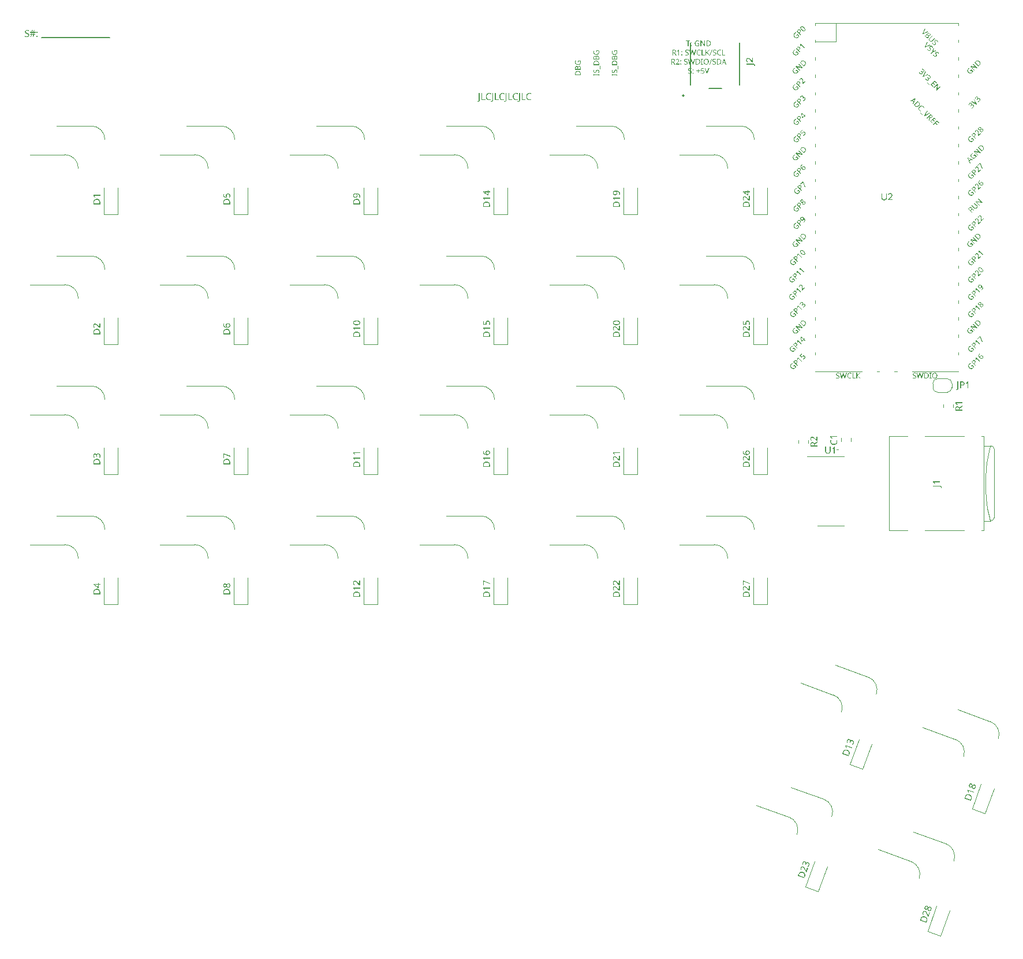
<source format=gto>
%TF.GenerationSoftware,KiCad,Pcbnew,6.99.0-dfdedfa605*%
%TF.CreationDate,2022-05-26T14:34:28+01:00*%
%TF.ProjectId,keyboard-right,6b657962-6f61-4726-942d-72696768742e,dev-1*%
%TF.SameCoordinates,Original*%
%TF.FileFunction,Legend,Top*%
%TF.FilePolarity,Positive*%
%FSLAX46Y46*%
G04 Gerber Fmt 4.6, Leading zero omitted, Abs format (unit mm)*
G04 Created by KiCad (PCBNEW 6.99.0-dfdedfa605) date 2022-05-26 14:34:28*
%MOMM*%
%LPD*%
G01*
G04 APERTURE LIST*
%ADD10C,0.150000*%
%ADD11C,0.125000*%
%ADD12C,0.120000*%
%ADD13C,0.127000*%
%ADD14C,0.200000*%
G04 APERTURE END LIST*
D10*
X44046592Y-30750000D02*
X34046592Y-30750000D01*
G36*
X32225901Y-30395355D02*
G01*
X32225523Y-30411975D01*
X32224390Y-30428130D01*
X32222501Y-30443819D01*
X32219856Y-30459042D01*
X32216456Y-30473799D01*
X32212300Y-30488091D01*
X32207388Y-30501918D01*
X32201721Y-30515279D01*
X32195298Y-30528174D01*
X32188120Y-30540604D01*
X32180186Y-30552568D01*
X32171496Y-30564066D01*
X32162051Y-30575099D01*
X32151850Y-30585666D01*
X32140893Y-30595768D01*
X32129181Y-30605404D01*
X32116859Y-30614514D01*
X32104013Y-30623036D01*
X32090641Y-30630970D01*
X32076745Y-30638316D01*
X32062324Y-30645075D01*
X32047379Y-30651246D01*
X32031908Y-30656829D01*
X32015913Y-30661824D01*
X31999394Y-30666232D01*
X31982349Y-30670052D01*
X31964780Y-30673285D01*
X31946686Y-30675929D01*
X31928067Y-30677986D01*
X31908924Y-30679456D01*
X31899155Y-30679970D01*
X31889255Y-30680337D01*
X31879224Y-30680558D01*
X31869062Y-30680631D01*
X31858609Y-30680585D01*
X31848252Y-30680448D01*
X31837993Y-30680219D01*
X31827831Y-30679898D01*
X31817767Y-30679486D01*
X31807799Y-30678982D01*
X31797930Y-30678387D01*
X31788157Y-30677700D01*
X31773681Y-30676498D01*
X31759423Y-30675090D01*
X31745385Y-30673475D01*
X31731565Y-30671655D01*
X31717965Y-30669629D01*
X31713480Y-30668907D01*
X31700316Y-30666676D01*
X31687568Y-30664285D01*
X31675237Y-30661735D01*
X31663322Y-30659027D01*
X31651824Y-30656160D01*
X31640742Y-30653134D01*
X31630077Y-30649949D01*
X31619828Y-30646605D01*
X31609995Y-30643102D01*
X31600579Y-30639441D01*
X31594533Y-30636912D01*
X31594533Y-30518454D01*
X31604226Y-30522720D01*
X31614343Y-30526909D01*
X31624885Y-30531020D01*
X31635852Y-30535055D01*
X31647245Y-30539012D01*
X31659062Y-30542891D01*
X31671305Y-30546694D01*
X31683972Y-30550419D01*
X31697065Y-30554067D01*
X31710582Y-30557638D01*
X31719830Y-30559975D01*
X31733932Y-30563292D01*
X31748120Y-30566283D01*
X31762394Y-30568948D01*
X31776754Y-30571287D01*
X31791199Y-30573299D01*
X31805731Y-30574985D01*
X31815466Y-30575927D01*
X31825240Y-30576725D01*
X31835052Y-30577377D01*
X31844901Y-30577885D01*
X31854789Y-30578247D01*
X31864716Y-30578465D01*
X31874680Y-30578538D01*
X31888447Y-30578366D01*
X31901783Y-30577851D01*
X31914688Y-30576992D01*
X31927162Y-30575790D01*
X31939204Y-30574244D01*
X31950815Y-30572355D01*
X31961995Y-30570123D01*
X31972743Y-30567547D01*
X31983061Y-30564627D01*
X31992947Y-30561364D01*
X32002402Y-30557758D01*
X32011425Y-30553808D01*
X32024152Y-30547239D01*
X32035909Y-30539898D01*
X32043208Y-30534574D01*
X32053378Y-30526058D01*
X32062548Y-30516997D01*
X32070717Y-30507391D01*
X32077886Y-30497239D01*
X32084055Y-30486542D01*
X32089223Y-30475300D01*
X32093392Y-30463513D01*
X32096559Y-30451180D01*
X32098727Y-30438302D01*
X32099894Y-30424879D01*
X32100116Y-30415628D01*
X32099788Y-30403476D01*
X32098803Y-30391814D01*
X32097162Y-30380640D01*
X32094865Y-30369954D01*
X32091911Y-30359757D01*
X32088301Y-30350048D01*
X32084034Y-30340828D01*
X32079111Y-30332096D01*
X32073387Y-30323628D01*
X32066716Y-30315320D01*
X32059099Y-30307172D01*
X32050535Y-30299185D01*
X32041025Y-30291358D01*
X32030568Y-30283691D01*
X32022104Y-30278046D01*
X32013108Y-30272491D01*
X32006815Y-30268838D01*
X31996894Y-30263358D01*
X31986273Y-30257818D01*
X31974952Y-30252218D01*
X31962932Y-30246558D01*
X31950211Y-30240838D01*
X31936791Y-30235058D01*
X31927455Y-30231171D01*
X31917809Y-30227257D01*
X31907851Y-30223317D01*
X31897582Y-30219350D01*
X31887003Y-30215356D01*
X31876112Y-30211336D01*
X31864910Y-30207288D01*
X31849217Y-30201345D01*
X31834010Y-30195237D01*
X31819289Y-30188964D01*
X31805055Y-30182528D01*
X31791308Y-30175928D01*
X31778048Y-30169164D01*
X31765273Y-30162235D01*
X31752986Y-30155143D01*
X31741185Y-30147886D01*
X31729871Y-30140465D01*
X31719043Y-30132880D01*
X31708702Y-30125131D01*
X31698847Y-30117218D01*
X31689479Y-30109141D01*
X31680598Y-30100900D01*
X31672203Y-30092494D01*
X31664335Y-30083784D01*
X31656976Y-30074687D01*
X31650123Y-30065206D01*
X31643779Y-30055339D01*
X31637942Y-30045086D01*
X31632612Y-30034448D01*
X31627791Y-30023425D01*
X31623476Y-30012016D01*
X31619669Y-30000222D01*
X31616370Y-29988042D01*
X31613579Y-29975477D01*
X31611295Y-29962527D01*
X31609518Y-29949191D01*
X31608249Y-29935469D01*
X31607488Y-29921362D01*
X31607234Y-29906870D01*
X31607392Y-29896856D01*
X31607868Y-29887025D01*
X31609174Y-29872622D01*
X31611193Y-29858632D01*
X31613925Y-29845053D01*
X31617370Y-29831887D01*
X31621527Y-29819133D01*
X31626398Y-29806791D01*
X31631980Y-29794861D01*
X31638276Y-29783344D01*
X31645284Y-29772238D01*
X31647778Y-29768628D01*
X31655657Y-29758098D01*
X31664090Y-29748032D01*
X31673077Y-29738429D01*
X31682617Y-29729290D01*
X31692712Y-29720614D01*
X31703360Y-29712403D01*
X31714562Y-29704655D01*
X31726318Y-29697370D01*
X31738627Y-29690550D01*
X31751491Y-29684193D01*
X31760374Y-29680212D01*
X31769495Y-29676427D01*
X31778784Y-29672885D01*
X31788241Y-29669588D01*
X31797866Y-29666535D01*
X31807658Y-29663726D01*
X31817619Y-29661161D01*
X31827747Y-29658841D01*
X31838044Y-29656765D01*
X31848508Y-29654933D01*
X31859140Y-29653346D01*
X31869940Y-29652002D01*
X31880908Y-29650903D01*
X31892044Y-29650048D01*
X31903348Y-29649438D01*
X31914820Y-29649071D01*
X31926459Y-29648949D01*
X31936724Y-29649006D01*
X31946880Y-29649174D01*
X31956928Y-29649456D01*
X31966866Y-29649850D01*
X31976696Y-29650357D01*
X31991237Y-29651328D01*
X32005533Y-29652552D01*
X32019584Y-29654029D01*
X32033391Y-29655760D01*
X32046953Y-29657745D01*
X32060270Y-29659982D01*
X32073343Y-29662473D01*
X32077646Y-29663360D01*
X32090403Y-29666143D01*
X32102936Y-29669090D01*
X32115247Y-29672200D01*
X32127334Y-29675473D01*
X32139198Y-29678909D01*
X32150838Y-29682508D01*
X32162256Y-29686270D01*
X32173450Y-29690196D01*
X32184421Y-29694284D01*
X32195169Y-29698536D01*
X32202210Y-29701461D01*
X32163131Y-29810638D01*
X32153299Y-29805992D01*
X32143313Y-29801488D01*
X32133172Y-29797125D01*
X32122876Y-29792904D01*
X32112427Y-29788824D01*
X32101822Y-29784887D01*
X32091063Y-29781091D01*
X32080149Y-29777436D01*
X32069081Y-29773924D01*
X32057858Y-29770553D01*
X32050291Y-29768384D01*
X32038842Y-29765285D01*
X32027304Y-29762491D01*
X32015676Y-29760001D01*
X32003957Y-29757817D01*
X31992148Y-29755937D01*
X31980249Y-29754362D01*
X31968260Y-29753092D01*
X31956181Y-29752127D01*
X31944011Y-29751466D01*
X31931752Y-29751111D01*
X31923529Y-29751043D01*
X31911985Y-29751201D01*
X31900802Y-29751676D01*
X31889980Y-29752468D01*
X31879519Y-29753577D01*
X31869418Y-29755002D01*
X31859678Y-29756744D01*
X31845744Y-29759951D01*
X31832622Y-29763871D01*
X31820310Y-29768504D01*
X31808811Y-29773849D01*
X31798122Y-29779907D01*
X31788246Y-29786677D01*
X31782112Y-29791587D01*
X31773644Y-29799375D01*
X31766009Y-29807627D01*
X31759207Y-29816342D01*
X31753238Y-29825522D01*
X31748102Y-29835164D01*
X31743798Y-29845271D01*
X31740328Y-29855841D01*
X31737690Y-29866875D01*
X31735886Y-29878372D01*
X31734914Y-29890334D01*
X31734729Y-29898565D01*
X31735053Y-29911064D01*
X31736026Y-29923036D01*
X31737648Y-29934481D01*
X31739919Y-29945399D01*
X31742838Y-29955791D01*
X31746407Y-29965656D01*
X31750624Y-29974994D01*
X31755489Y-29983806D01*
X31761157Y-29992187D01*
X31767656Y-30000354D01*
X31774987Y-30008307D01*
X31783150Y-30016046D01*
X31792145Y-30023572D01*
X31801972Y-30030884D01*
X31812631Y-30037982D01*
X31821171Y-30043166D01*
X31824122Y-30044867D01*
X31833348Y-30049943D01*
X31843167Y-30055096D01*
X31853578Y-30060327D01*
X31864582Y-30065635D01*
X31876178Y-30071020D01*
X31888367Y-30076483D01*
X31901148Y-30082023D01*
X31914522Y-30087640D01*
X31923767Y-30091428D01*
X31933275Y-30095250D01*
X31943047Y-30099106D01*
X31953082Y-30102997D01*
X31963997Y-30107107D01*
X31974697Y-30111255D01*
X31985185Y-30115442D01*
X31995458Y-30119666D01*
X32005518Y-30123929D01*
X32015364Y-30128230D01*
X32024996Y-30132569D01*
X32034415Y-30136946D01*
X32043620Y-30141362D01*
X32052611Y-30145816D01*
X32061388Y-30150307D01*
X32074154Y-30157117D01*
X32086439Y-30164012D01*
X32098242Y-30170993D01*
X32102070Y-30173339D01*
X32113257Y-30180522D01*
X32123920Y-30187967D01*
X32134060Y-30195675D01*
X32143675Y-30203644D01*
X32152767Y-30211875D01*
X32161335Y-30220368D01*
X32169379Y-30229123D01*
X32176900Y-30238139D01*
X32183897Y-30247418D01*
X32190370Y-30256958D01*
X32194394Y-30263464D01*
X32200025Y-30273546D01*
X32205101Y-30284101D01*
X32209624Y-30295128D01*
X32213594Y-30306627D01*
X32217009Y-30318598D01*
X32219870Y-30331041D01*
X32222178Y-30343957D01*
X32223932Y-30357345D01*
X32225132Y-30371205D01*
X32225778Y-30385538D01*
X32225901Y-30395355D01*
G37*
G36*
X32683124Y-29953276D02*
G01*
X32884624Y-29953276D01*
X32940800Y-29664581D01*
X33037276Y-29664581D01*
X32981344Y-29953276D01*
X33159153Y-29953276D01*
X33159153Y-30055369D01*
X32963026Y-30055369D01*
X32919795Y-30274211D01*
X33111526Y-30274211D01*
X33111526Y-30376304D01*
X32901477Y-30376304D01*
X32844080Y-30665000D01*
X32744673Y-30665000D01*
X32802070Y-30376304D01*
X32602035Y-30376304D01*
X32547325Y-30665000D01*
X32449383Y-30665000D01*
X32502628Y-30376304D01*
X32326041Y-30376304D01*
X32326041Y-30274211D01*
X32520702Y-30274211D01*
X32620109Y-30274211D01*
X32820388Y-30274211D01*
X32863619Y-30055369D01*
X32663584Y-30055369D01*
X32620109Y-30274211D01*
X32520702Y-30274211D01*
X32565399Y-30055369D01*
X32377820Y-30055369D01*
X32377820Y-29953276D01*
X32582251Y-29953276D01*
X32638427Y-29664581D01*
X32739055Y-29664581D01*
X32683124Y-29953276D01*
G37*
G36*
X33295685Y-29992843D02*
G01*
X33296078Y-29980215D01*
X33297257Y-29968587D01*
X33299223Y-29957958D01*
X33301974Y-29948330D01*
X33306519Y-29937700D01*
X33312292Y-29928633D01*
X33319294Y-29921128D01*
X33320842Y-29919815D01*
X33328942Y-29913834D01*
X33337519Y-29908867D01*
X33346573Y-29904913D01*
X33356104Y-29901973D01*
X33366113Y-29900047D01*
X33376598Y-29899135D01*
X33380926Y-29899054D01*
X33392042Y-29899561D01*
X33402645Y-29901081D01*
X33412736Y-29903616D01*
X33422313Y-29907164D01*
X33431378Y-29911725D01*
X33439930Y-29917301D01*
X33443208Y-29919815D01*
X33450666Y-29927007D01*
X33456860Y-29935762D01*
X33461790Y-29946079D01*
X33464824Y-29955458D01*
X33467049Y-29965836D01*
X33468465Y-29977214D01*
X33469072Y-29989592D01*
X33469097Y-29992843D01*
X33468693Y-30004811D01*
X33467479Y-30015924D01*
X33465457Y-30026182D01*
X33462625Y-30035586D01*
X33457947Y-30046138D01*
X33452006Y-30055354D01*
X33444800Y-30063235D01*
X33443208Y-30064651D01*
X33434861Y-30070983D01*
X33426001Y-30076243D01*
X33416628Y-30080429D01*
X33406743Y-30083541D01*
X33396345Y-30085581D01*
X33385434Y-30086547D01*
X33380926Y-30086632D01*
X33370250Y-30086096D01*
X33360050Y-30084486D01*
X33350328Y-30081802D01*
X33341083Y-30078046D01*
X33332316Y-30073216D01*
X33324025Y-30067312D01*
X33320842Y-30064651D01*
X33313594Y-30057037D01*
X33307575Y-30048088D01*
X33302785Y-30037803D01*
X33299223Y-30026182D01*
X33297257Y-30015924D01*
X33296078Y-30004811D01*
X33295685Y-29992843D01*
G37*
G36*
X33295685Y-30586109D02*
G01*
X33296078Y-30573763D01*
X33297257Y-30562372D01*
X33299223Y-30551934D01*
X33301974Y-30542451D01*
X33306519Y-30531938D01*
X33312292Y-30522916D01*
X33319294Y-30515385D01*
X33320842Y-30514057D01*
X33328942Y-30508006D01*
X33337519Y-30502981D01*
X33346573Y-30498981D01*
X33356104Y-30496006D01*
X33366113Y-30494058D01*
X33376598Y-30493135D01*
X33380926Y-30493053D01*
X33392042Y-30493565D01*
X33402645Y-30495104D01*
X33412736Y-30497668D01*
X33422313Y-30501258D01*
X33431378Y-30505873D01*
X33439930Y-30511514D01*
X33443208Y-30514057D01*
X33450666Y-30521290D01*
X33456860Y-30530014D01*
X33461790Y-30540229D01*
X33465457Y-30551934D01*
X33467479Y-30562372D01*
X33468693Y-30573763D01*
X33469097Y-30586109D01*
X33468693Y-30598191D01*
X33467479Y-30609404D01*
X33465457Y-30619746D01*
X33462625Y-30629218D01*
X33457947Y-30639834D01*
X33452006Y-30649091D01*
X33444800Y-30656989D01*
X33443208Y-30658405D01*
X33434861Y-30664808D01*
X33426001Y-30670126D01*
X33416628Y-30674358D01*
X33406743Y-30677505D01*
X33396345Y-30679567D01*
X33385434Y-30680544D01*
X33380926Y-30680631D01*
X33370250Y-30680088D01*
X33360050Y-30678461D01*
X33350328Y-30675747D01*
X33341083Y-30671949D01*
X33332316Y-30667065D01*
X33324025Y-30661096D01*
X33320842Y-30658405D01*
X33313594Y-30650780D01*
X33307575Y-30641795D01*
X33302785Y-30631450D01*
X33299223Y-30619746D01*
X33297257Y-30609404D01*
X33296078Y-30598191D01*
X33295685Y-30586109D01*
G37*
G36*
X112708595Y-35650770D02*
G01*
X112720977Y-35651094D01*
X112733164Y-35651633D01*
X112745155Y-35652387D01*
X112756950Y-35653358D01*
X112768550Y-35654544D01*
X112779953Y-35655945D01*
X112791161Y-35657562D01*
X112802173Y-35659395D01*
X112812989Y-35661443D01*
X112823610Y-35663707D01*
X112834035Y-35666187D01*
X112844264Y-35668882D01*
X112854297Y-35671793D01*
X112864135Y-35674920D01*
X112873776Y-35678262D01*
X112883222Y-35681820D01*
X112892472Y-35685593D01*
X112901527Y-35689582D01*
X112910385Y-35693787D01*
X112919048Y-35698207D01*
X112927515Y-35702843D01*
X112935786Y-35707694D01*
X112943862Y-35712761D01*
X112951741Y-35718044D01*
X112959425Y-35723542D01*
X112966913Y-35729256D01*
X112974206Y-35735186D01*
X112981302Y-35741331D01*
X112988203Y-35747692D01*
X112994908Y-35754268D01*
X113001418Y-35761060D01*
X113007729Y-35768033D01*
X113013840Y-35775175D01*
X113019750Y-35782487D01*
X113025460Y-35789969D01*
X113030970Y-35797621D01*
X113036279Y-35805443D01*
X113041388Y-35813434D01*
X113046297Y-35821596D01*
X113051005Y-35829927D01*
X113055513Y-35838428D01*
X113059821Y-35847099D01*
X113063928Y-35855939D01*
X113067835Y-35864950D01*
X113071542Y-35874130D01*
X113075048Y-35883480D01*
X113078354Y-35893000D01*
X113081460Y-35902690D01*
X113084365Y-35912550D01*
X113087069Y-35922579D01*
X113089574Y-35932778D01*
X113091878Y-35943147D01*
X113093982Y-35953686D01*
X113095885Y-35964395D01*
X113097588Y-35975273D01*
X113099091Y-35986322D01*
X113100393Y-35997540D01*
X113101495Y-36008928D01*
X113102397Y-36020486D01*
X113103098Y-36032213D01*
X113103599Y-36044111D01*
X113103899Y-36056178D01*
X113104000Y-36068415D01*
X113104000Y-36291360D01*
X112303665Y-36291360D01*
X112303665Y-36190537D01*
X112385339Y-36190537D01*
X113022325Y-36190537D01*
X113022325Y-36081898D01*
X113022009Y-36061918D01*
X113021063Y-36042573D01*
X113019486Y-36023862D01*
X113017278Y-36005785D01*
X113014439Y-35988343D01*
X113010970Y-35971535D01*
X113006869Y-35955361D01*
X113002138Y-35939822D01*
X112996776Y-35924916D01*
X112990783Y-35910645D01*
X112984159Y-35897008D01*
X112976905Y-35884006D01*
X112969019Y-35871638D01*
X112960503Y-35859904D01*
X112951356Y-35848804D01*
X112941578Y-35838339D01*
X112931169Y-35828507D01*
X112920130Y-35819311D01*
X112908459Y-35810748D01*
X112896158Y-35802820D01*
X112883226Y-35795526D01*
X112869663Y-35788866D01*
X112855469Y-35782840D01*
X112840645Y-35777449D01*
X112825189Y-35772692D01*
X112809103Y-35768569D01*
X112792386Y-35765081D01*
X112775038Y-35762226D01*
X112757059Y-35760007D01*
X112738450Y-35758421D01*
X112719209Y-35757469D01*
X112699338Y-35757152D01*
X112689250Y-35757229D01*
X112679333Y-35757461D01*
X112669586Y-35757846D01*
X112660009Y-35758386D01*
X112650602Y-35759080D01*
X112641365Y-35759928D01*
X112632299Y-35760930D01*
X112623403Y-35762086D01*
X112614677Y-35763397D01*
X112606121Y-35764861D01*
X112597736Y-35766480D01*
X112589520Y-35768253D01*
X112581475Y-35770180D01*
X112573600Y-35772262D01*
X112565895Y-35774497D01*
X112558361Y-35776887D01*
X112543803Y-35782129D01*
X112529925Y-35787988D01*
X112516728Y-35794463D01*
X112504212Y-35801556D01*
X112492377Y-35809265D01*
X112481223Y-35817590D01*
X112470750Y-35826533D01*
X112460957Y-35836092D01*
X112451800Y-35846215D01*
X112443234Y-35856849D01*
X112435259Y-35867995D01*
X112427874Y-35879652D01*
X112421080Y-35891821D01*
X112414877Y-35904501D01*
X112409265Y-35917692D01*
X112404244Y-35931395D01*
X112399813Y-35945609D01*
X112395973Y-35960335D01*
X112392724Y-35975572D01*
X112391321Y-35983382D01*
X112390065Y-35991320D01*
X112388958Y-35999386D01*
X112387998Y-36007580D01*
X112387185Y-36015901D01*
X112386521Y-36024351D01*
X112386004Y-36032928D01*
X112385635Y-36041633D01*
X112385413Y-36050466D01*
X112385339Y-36059427D01*
X112385339Y-36190537D01*
X112303665Y-36190537D01*
X112303665Y-36044968D01*
X112303840Y-36029976D01*
X112304367Y-36015238D01*
X112305244Y-36000753D01*
X112306473Y-35986521D01*
X112308053Y-35972542D01*
X112309984Y-35958818D01*
X112312266Y-35945346D01*
X112314900Y-35932128D01*
X112317884Y-35919163D01*
X112321219Y-35906452D01*
X112324906Y-35893994D01*
X112328944Y-35881789D01*
X112333332Y-35869838D01*
X112338072Y-35858141D01*
X112343163Y-35846696D01*
X112348605Y-35835505D01*
X112354363Y-35824599D01*
X112360451Y-35814009D01*
X112366868Y-35803735D01*
X112373616Y-35793777D01*
X112380693Y-35784134D01*
X112388099Y-35774808D01*
X112395836Y-35765798D01*
X112403902Y-35757103D01*
X112412298Y-35748725D01*
X112421023Y-35740663D01*
X112430079Y-35732917D01*
X112439464Y-35725486D01*
X112449178Y-35718372D01*
X112459223Y-35711574D01*
X112469597Y-35705091D01*
X112480301Y-35698925D01*
X112491310Y-35693081D01*
X112502649Y-35687613D01*
X112514318Y-35682523D01*
X112526316Y-35677810D01*
X112538644Y-35673474D01*
X112551302Y-35669515D01*
X112564290Y-35665933D01*
X112577607Y-35662728D01*
X112591254Y-35659900D01*
X112605231Y-35657449D01*
X112619538Y-35655376D01*
X112634174Y-35653679D01*
X112649140Y-35652359D01*
X112664436Y-35651417D01*
X112680061Y-35650851D01*
X112687997Y-35650710D01*
X112696016Y-35650662D01*
X112708595Y-35650770D01*
G37*
G36*
X112890877Y-34915294D02*
G01*
X112903833Y-34916166D01*
X112916406Y-34917620D01*
X112928596Y-34919656D01*
X112940403Y-34922273D01*
X112951827Y-34925472D01*
X112962868Y-34929252D01*
X112973525Y-34933614D01*
X112983799Y-34938558D01*
X112993690Y-34944083D01*
X113003198Y-34950190D01*
X113012323Y-34956878D01*
X113021065Y-34964148D01*
X113029423Y-34972000D01*
X113037398Y-34980433D01*
X113044990Y-34989448D01*
X113052136Y-34998966D01*
X113058821Y-35008908D01*
X113065044Y-35019275D01*
X113070807Y-35030066D01*
X113076108Y-35041281D01*
X113080949Y-35052921D01*
X113085329Y-35064985D01*
X113089247Y-35077473D01*
X113092705Y-35090386D01*
X113095701Y-35103723D01*
X113098237Y-35117485D01*
X113100311Y-35131671D01*
X113101925Y-35146281D01*
X113103077Y-35161316D01*
X113103769Y-35176775D01*
X113103942Y-35184664D01*
X113104000Y-35192658D01*
X113104000Y-35473831D01*
X112303665Y-35473831D01*
X112303665Y-35373007D01*
X112385339Y-35373007D01*
X112647168Y-35373007D01*
X112728842Y-35373007D01*
X113022325Y-35373007D01*
X113022325Y-35211807D01*
X113022161Y-35198750D01*
X113021671Y-35186201D01*
X113020855Y-35174161D01*
X113019711Y-35162629D01*
X113018241Y-35151605D01*
X113016445Y-35141089D01*
X113014321Y-35131082D01*
X113011871Y-35121584D01*
X113009094Y-35112593D01*
X113005991Y-35104111D01*
X113002561Y-35096137D01*
X112998804Y-35088672D01*
X112994721Y-35081715D01*
X112987983Y-35072232D01*
X112980510Y-35063893D01*
X112972405Y-35056491D01*
X112963843Y-35049816D01*
X112954824Y-35043869D01*
X112945349Y-35038651D01*
X112935416Y-35034161D01*
X112925027Y-35030399D01*
X112914181Y-35027365D01*
X112902878Y-35025059D01*
X112895089Y-35023926D01*
X112887097Y-35023117D01*
X112878901Y-35022632D01*
X112870503Y-35022470D01*
X112862661Y-35022639D01*
X112851255Y-35023524D01*
X112840278Y-35025169D01*
X112829731Y-35027572D01*
X112819613Y-35030735D01*
X112809924Y-35034657D01*
X112800665Y-35039338D01*
X112791835Y-35044778D01*
X112783435Y-35050977D01*
X112775463Y-35057935D01*
X112767921Y-35065652D01*
X112760938Y-35074310D01*
X112754641Y-35084163D01*
X112750824Y-35091395D01*
X112747313Y-35099159D01*
X112744108Y-35107454D01*
X112741207Y-35116280D01*
X112738612Y-35125638D01*
X112736322Y-35135527D01*
X112734338Y-35145947D01*
X112732659Y-35156898D01*
X112731285Y-35168381D01*
X112730216Y-35180394D01*
X112729453Y-35192939D01*
X112728995Y-35206015D01*
X112728842Y-35219623D01*
X112728842Y-35373007D01*
X112647168Y-35373007D01*
X112647168Y-35225094D01*
X112647035Y-35212476D01*
X112646636Y-35200364D01*
X112645972Y-35188760D01*
X112645043Y-35177662D01*
X112643848Y-35167071D01*
X112642387Y-35156987D01*
X112640660Y-35147409D01*
X112638668Y-35138339D01*
X112636410Y-35129775D01*
X112633887Y-35121718D01*
X112631098Y-35114168D01*
X112626417Y-35103793D01*
X112621137Y-35094558D01*
X112615261Y-35086464D01*
X112613169Y-35084019D01*
X112606504Y-35077210D01*
X112599259Y-35071070D01*
X112591433Y-35065601D01*
X112583026Y-35060801D01*
X112574040Y-35056671D01*
X112564472Y-35053210D01*
X112554325Y-35050419D01*
X112543596Y-35048299D01*
X112532288Y-35046847D01*
X112524426Y-35046252D01*
X112516307Y-35045954D01*
X112512150Y-35045917D01*
X112503802Y-35046099D01*
X112495755Y-35046644D01*
X112484253Y-35048142D01*
X112473430Y-35050459D01*
X112463288Y-35053592D01*
X112453825Y-35057543D01*
X112445043Y-35062312D01*
X112436940Y-35067897D01*
X112429518Y-35074301D01*
X112422776Y-35081522D01*
X112416713Y-35089560D01*
X112414844Y-35092421D01*
X112409571Y-35101628D01*
X112404817Y-35111811D01*
X112401936Y-35119141D01*
X112399285Y-35126905D01*
X112396865Y-35135102D01*
X112394675Y-35143733D01*
X112392715Y-35152798D01*
X112390987Y-35162296D01*
X112389488Y-35172227D01*
X112388221Y-35182592D01*
X112387183Y-35193391D01*
X112386377Y-35204623D01*
X112385800Y-35216289D01*
X112385455Y-35228388D01*
X112385339Y-35240921D01*
X112385339Y-35373007D01*
X112303665Y-35373007D01*
X112303665Y-35245415D01*
X112303708Y-35236107D01*
X112303839Y-35226943D01*
X112304056Y-35217922D01*
X112304361Y-35209044D01*
X112304752Y-35200309D01*
X112305231Y-35191717D01*
X112305796Y-35183268D01*
X112306449Y-35174963D01*
X112307189Y-35166800D01*
X112308015Y-35158781D01*
X112308929Y-35150905D01*
X112311017Y-35135582D01*
X112313453Y-35120831D01*
X112316238Y-35106653D01*
X112319370Y-35093047D01*
X112322851Y-35080013D01*
X112326679Y-35067552D01*
X112330856Y-35055664D01*
X112335380Y-35044348D01*
X112340253Y-35033604D01*
X112345474Y-35023433D01*
X112348214Y-35018562D01*
X112354040Y-35009263D01*
X112360381Y-35000564D01*
X112367236Y-34992465D01*
X112374605Y-34984966D01*
X112382489Y-34978067D01*
X112390887Y-34971768D01*
X112399799Y-34966069D01*
X112409226Y-34960969D01*
X112419168Y-34956470D01*
X112429624Y-34952571D01*
X112440594Y-34949271D01*
X112452079Y-34946571D01*
X112464078Y-34944472D01*
X112476592Y-34942972D01*
X112489620Y-34942072D01*
X112503162Y-34941772D01*
X112511934Y-34941925D01*
X112520519Y-34942386D01*
X112528915Y-34943153D01*
X112537124Y-34944227D01*
X112545145Y-34945607D01*
X112552978Y-34947295D01*
X112560624Y-34949289D01*
X112571740Y-34952856D01*
X112582434Y-34957114D01*
X112592706Y-34962061D01*
X112602554Y-34967699D01*
X112611981Y-34974028D01*
X112620985Y-34981046D01*
X112629449Y-34988714D01*
X112637329Y-34996990D01*
X112644626Y-35005874D01*
X112651338Y-35015365D01*
X112655489Y-35022031D01*
X112659380Y-35028967D01*
X112663011Y-35036173D01*
X112666383Y-35043649D01*
X112669496Y-35051395D01*
X112672349Y-35059412D01*
X112674943Y-35067698D01*
X112677277Y-35076255D01*
X112679351Y-35085082D01*
X112681166Y-35094180D01*
X112686833Y-35094180D01*
X112688415Y-35084811D01*
X112690231Y-35075612D01*
X112692280Y-35066580D01*
X112694563Y-35057717D01*
X112697079Y-35049022D01*
X112699829Y-35040496D01*
X112702813Y-35032137D01*
X112706030Y-35023948D01*
X112709481Y-35015926D01*
X112713165Y-35008072D01*
X112715751Y-35002930D01*
X112719866Y-34995391D01*
X112724297Y-34988161D01*
X112729043Y-34981241D01*
X112734106Y-34974629D01*
X112739485Y-34968326D01*
X112745179Y-34962333D01*
X112751190Y-34956648D01*
X112757517Y-34951273D01*
X112764159Y-34946207D01*
X112771118Y-34941450D01*
X112775933Y-34938450D01*
X112783466Y-34934260D01*
X112791411Y-34930482D01*
X112799769Y-34927116D01*
X112808539Y-34924162D01*
X112817721Y-34921620D01*
X112827315Y-34919491D01*
X112837321Y-34917774D01*
X112847740Y-34916468D01*
X112858571Y-34915575D01*
X112869813Y-34915095D01*
X112877538Y-34915003D01*
X112890877Y-34915294D01*
G37*
G36*
X112678822Y-34398967D02*
G01*
X112678822Y-34122288D01*
X113078403Y-34122288D01*
X113080805Y-34130426D01*
X113083126Y-34138570D01*
X113085366Y-34146723D01*
X113087525Y-34154883D01*
X113089604Y-34163050D01*
X113091601Y-34171226D01*
X113093518Y-34179408D01*
X113095353Y-34187599D01*
X113097108Y-34195797D01*
X113098782Y-34204003D01*
X113100375Y-34212216D01*
X113101887Y-34220437D01*
X113103318Y-34228666D01*
X113104668Y-34236902D01*
X113105937Y-34245146D01*
X113107126Y-34253398D01*
X113108262Y-34261724D01*
X113109324Y-34270190D01*
X113110313Y-34278796D01*
X113111229Y-34287543D01*
X113112072Y-34296431D01*
X113112841Y-34305458D01*
X113113537Y-34314627D01*
X113114160Y-34323935D01*
X113114710Y-34333384D01*
X113115186Y-34342974D01*
X113115589Y-34352704D01*
X113115919Y-34362575D01*
X113116175Y-34372585D01*
X113116358Y-34382737D01*
X113116468Y-34393029D01*
X113116505Y-34403461D01*
X113116309Y-34418842D01*
X113115723Y-34433918D01*
X113114746Y-34448688D01*
X113113378Y-34463154D01*
X113111620Y-34477314D01*
X113109471Y-34491168D01*
X113106930Y-34504718D01*
X113104000Y-34517962D01*
X113100678Y-34530901D01*
X113096965Y-34543534D01*
X113092862Y-34555862D01*
X113088368Y-34567885D01*
X113083483Y-34579603D01*
X113078207Y-34591015D01*
X113072541Y-34602122D01*
X113066484Y-34612923D01*
X113060064Y-34623412D01*
X113053310Y-34633580D01*
X113046222Y-34643428D01*
X113038799Y-34652955D01*
X113031042Y-34662161D01*
X113022951Y-34671047D01*
X113014525Y-34679612D01*
X113005765Y-34687857D01*
X112996671Y-34695781D01*
X112987242Y-34703385D01*
X112977479Y-34710668D01*
X112967382Y-34717630D01*
X112956951Y-34724272D01*
X112946185Y-34730594D01*
X112935085Y-34736594D01*
X112923651Y-34742274D01*
X112911915Y-34747622D01*
X112899913Y-34752624D01*
X112887644Y-34757282D01*
X112875107Y-34761594D01*
X112862304Y-34765561D01*
X112849233Y-34769184D01*
X112835895Y-34772461D01*
X112822290Y-34775394D01*
X112808418Y-34777981D01*
X112794278Y-34780224D01*
X112779872Y-34782121D01*
X112765198Y-34783674D01*
X112750257Y-34784881D01*
X112735049Y-34785744D01*
X112719574Y-34786261D01*
X112711737Y-34786390D01*
X112703832Y-34786434D01*
X112695988Y-34786385D01*
X112680500Y-34786001D01*
X112665278Y-34785231D01*
X112650321Y-34784077D01*
X112635630Y-34782539D01*
X112621204Y-34780615D01*
X112607044Y-34778307D01*
X112593150Y-34775614D01*
X112579521Y-34772537D01*
X112566158Y-34769075D01*
X112553061Y-34765228D01*
X112540229Y-34760996D01*
X112527662Y-34756380D01*
X112515362Y-34751379D01*
X112503327Y-34745994D01*
X112491557Y-34740224D01*
X112485772Y-34737194D01*
X112474404Y-34730871D01*
X112463357Y-34724210D01*
X112452630Y-34717211D01*
X112442224Y-34709876D01*
X112432138Y-34702203D01*
X112422373Y-34694192D01*
X112412928Y-34685844D01*
X112403804Y-34677159D01*
X112395001Y-34668137D01*
X112386518Y-34658777D01*
X112378356Y-34649080D01*
X112370514Y-34639045D01*
X112362993Y-34628673D01*
X112355792Y-34617964D01*
X112348912Y-34606917D01*
X112342353Y-34595533D01*
X112336153Y-34583830D01*
X112330354Y-34571827D01*
X112324955Y-34559522D01*
X112319956Y-34546917D01*
X112315356Y-34534011D01*
X112311157Y-34520804D01*
X112307357Y-34507297D01*
X112303958Y-34493489D01*
X112300958Y-34479380D01*
X112298358Y-34464970D01*
X112296159Y-34450260D01*
X112294359Y-34435249D01*
X112292959Y-34419937D01*
X112291959Y-34404325D01*
X112291609Y-34396406D01*
X112291359Y-34388412D01*
X112291209Y-34380342D01*
X112291159Y-34372198D01*
X112291204Y-34363824D01*
X112291339Y-34355507D01*
X112291565Y-34347246D01*
X112291880Y-34339042D01*
X112292285Y-34330894D01*
X112292780Y-34322803D01*
X112293366Y-34314768D01*
X112294041Y-34306789D01*
X112294807Y-34298868D01*
X112295663Y-34291002D01*
X112296608Y-34283193D01*
X112297644Y-34275441D01*
X112299366Y-34263918D01*
X112301292Y-34252523D01*
X112302688Y-34244996D01*
X112304933Y-34233824D01*
X112307347Y-34222803D01*
X112309930Y-34211934D01*
X112312680Y-34201215D01*
X112315599Y-34190648D01*
X112318686Y-34180232D01*
X112321942Y-34169967D01*
X112325366Y-34159853D01*
X112328958Y-34149890D01*
X112332718Y-34140078D01*
X112335318Y-34133621D01*
X112420120Y-34171528D01*
X112416506Y-34179609D01*
X112412991Y-34187879D01*
X112409577Y-34196338D01*
X112406262Y-34204986D01*
X112403046Y-34213823D01*
X112399931Y-34222849D01*
X112396914Y-34232063D01*
X112393998Y-34241467D01*
X112391181Y-34251059D01*
X112388463Y-34260841D01*
X112386707Y-34267466D01*
X112384228Y-34277466D01*
X112381992Y-34287534D01*
X112380001Y-34297671D01*
X112378253Y-34307876D01*
X112376749Y-34318151D01*
X112375489Y-34328493D01*
X112374473Y-34338905D01*
X112373701Y-34349385D01*
X112373173Y-34359934D01*
X112372888Y-34370552D01*
X112372834Y-34377669D01*
X112372920Y-34386571D01*
X112373179Y-34395349D01*
X112373610Y-34404003D01*
X112374214Y-34412534D01*
X112374990Y-34420942D01*
X112375939Y-34429225D01*
X112377060Y-34437385D01*
X112378354Y-34445422D01*
X112379820Y-34453334D01*
X112381459Y-34461123D01*
X112383270Y-34468789D01*
X112387410Y-34483749D01*
X112392240Y-34498214D01*
X112397760Y-34512185D01*
X112403970Y-34525661D01*
X112410870Y-34538642D01*
X112418459Y-34551129D01*
X112426739Y-34563122D01*
X112435709Y-34574619D01*
X112445369Y-34585622D01*
X112455719Y-34596131D01*
X112461152Y-34601200D01*
X112472448Y-34610901D01*
X112484255Y-34619976D01*
X112496573Y-34628425D01*
X112509403Y-34636249D01*
X112522744Y-34643446D01*
X112536596Y-34650018D01*
X112550960Y-34655964D01*
X112558333Y-34658702D01*
X112565835Y-34661284D01*
X112573464Y-34663709D01*
X112581221Y-34665978D01*
X112589106Y-34668090D01*
X112597119Y-34670046D01*
X112605260Y-34671845D01*
X112613529Y-34673488D01*
X112621925Y-34674974D01*
X112630449Y-34676304D01*
X112639101Y-34677478D01*
X112647881Y-34678495D01*
X112656789Y-34679356D01*
X112665825Y-34680060D01*
X112674988Y-34680607D01*
X112684280Y-34680998D01*
X112693699Y-34681233D01*
X112703246Y-34681311D01*
X112715347Y-34681191D01*
X112727273Y-34680829D01*
X112739026Y-34680226D01*
X112750605Y-34679382D01*
X112762009Y-34678297D01*
X112773240Y-34676970D01*
X112784296Y-34675402D01*
X112795179Y-34673593D01*
X112805887Y-34671543D01*
X112816422Y-34669252D01*
X112826782Y-34666719D01*
X112836969Y-34663946D01*
X112846981Y-34660931D01*
X112856820Y-34657675D01*
X112866484Y-34654178D01*
X112875974Y-34650439D01*
X112885224Y-34646443D01*
X112894216Y-34642172D01*
X112902950Y-34637626D01*
X112911426Y-34632805D01*
X112919644Y-34627709D01*
X112927604Y-34622339D01*
X112935306Y-34616694D01*
X112942750Y-34610774D01*
X112949936Y-34604579D01*
X112956865Y-34598110D01*
X112963535Y-34591366D01*
X112969947Y-34584347D01*
X112976101Y-34577053D01*
X112981997Y-34569485D01*
X112987635Y-34561642D01*
X112993016Y-34553524D01*
X112998079Y-34545106D01*
X113002816Y-34536366D01*
X113007226Y-34527301D01*
X113011309Y-34517913D01*
X113015066Y-34508201D01*
X113018496Y-34498166D01*
X113021600Y-34487807D01*
X113024376Y-34477124D01*
X113026826Y-34466118D01*
X113028950Y-34454788D01*
X113030746Y-34443135D01*
X113032217Y-34431158D01*
X113033360Y-34418857D01*
X113034177Y-34406233D01*
X113034667Y-34393285D01*
X113034830Y-34380013D01*
X113034780Y-34370261D01*
X113034631Y-34360786D01*
X113034382Y-34351590D01*
X113034033Y-34342672D01*
X113033585Y-34334032D01*
X113033037Y-34325670D01*
X113032390Y-34317587D01*
X113031643Y-34309781D01*
X113030492Y-34299807D01*
X113029163Y-34290327D01*
X113027661Y-34281199D01*
X113026086Y-34272278D01*
X113024437Y-34263565D01*
X113022715Y-34255059D01*
X113020920Y-34246761D01*
X113019052Y-34238670D01*
X113017110Y-34230787D01*
X113015095Y-34223112D01*
X112766358Y-34223112D01*
X112766358Y-34398967D01*
X112678822Y-34398967D01*
G37*
G36*
X115792000Y-36066266D02*
G01*
X115792000Y-36355254D01*
X115734749Y-36355254D01*
X115713646Y-36261074D01*
X115082718Y-36261074D01*
X115060443Y-36355254D01*
X114991665Y-36355254D01*
X114991665Y-36066266D01*
X115060443Y-36066266D01*
X115082718Y-36160251D01*
X115713646Y-36160251D01*
X115734749Y-36066266D01*
X115792000Y-36066266D01*
G37*
G36*
X115576284Y-35458785D02*
G01*
X115589580Y-35459088D01*
X115602504Y-35459994D01*
X115615055Y-35461506D01*
X115627233Y-35463621D01*
X115639039Y-35466342D01*
X115650473Y-35469666D01*
X115661534Y-35473596D01*
X115672223Y-35478129D01*
X115682539Y-35483268D01*
X115692483Y-35489010D01*
X115702054Y-35495358D01*
X115711253Y-35502309D01*
X115720079Y-35509866D01*
X115728533Y-35518026D01*
X115736614Y-35526792D01*
X115744323Y-35536161D01*
X115751611Y-35546019D01*
X115758428Y-35556296D01*
X115764776Y-35566993D01*
X115770653Y-35578110D01*
X115776060Y-35589647D01*
X115780996Y-35601603D01*
X115785463Y-35613979D01*
X115789459Y-35626775D01*
X115792986Y-35639991D01*
X115796042Y-35653627D01*
X115798628Y-35667682D01*
X115800743Y-35682158D01*
X115802389Y-35697053D01*
X115803564Y-35712367D01*
X115803976Y-35720182D01*
X115804270Y-35728102D01*
X115804446Y-35736127D01*
X115804505Y-35744256D01*
X115804468Y-35752619D01*
X115804358Y-35760905D01*
X115804175Y-35769112D01*
X115803919Y-35777241D01*
X115803589Y-35785293D01*
X115803186Y-35793267D01*
X115802710Y-35801163D01*
X115802160Y-35808981D01*
X115801198Y-35820562D01*
X115800072Y-35831968D01*
X115798780Y-35843199D01*
X115797324Y-35854254D01*
X115795703Y-35865135D01*
X115795126Y-35868722D01*
X115793340Y-35879254D01*
X115791428Y-35889452D01*
X115789388Y-35899317D01*
X115787221Y-35908849D01*
X115784928Y-35918047D01*
X115782507Y-35926913D01*
X115779959Y-35935445D01*
X115777284Y-35943644D01*
X115774482Y-35951510D01*
X115771553Y-35959043D01*
X115769529Y-35963879D01*
X115674763Y-35963879D01*
X115678176Y-35956126D01*
X115681527Y-35948032D01*
X115684816Y-35939598D01*
X115688044Y-35930824D01*
X115691209Y-35921710D01*
X115694313Y-35912256D01*
X115697355Y-35902463D01*
X115700335Y-35892329D01*
X115703253Y-35881855D01*
X115706110Y-35871040D01*
X115707980Y-35863642D01*
X115710634Y-35852360D01*
X115713027Y-35841010D01*
X115715158Y-35829591D01*
X115717029Y-35818103D01*
X115718639Y-35806547D01*
X115719988Y-35794921D01*
X115720742Y-35787133D01*
X115721380Y-35779314D01*
X115721902Y-35771465D01*
X115722308Y-35763585D01*
X115722598Y-35755675D01*
X115722772Y-35747734D01*
X115722830Y-35739762D01*
X115722693Y-35728748D01*
X115722280Y-35718080D01*
X115721593Y-35707756D01*
X115720632Y-35697777D01*
X115719395Y-35688143D01*
X115717884Y-35678854D01*
X115716098Y-35669910D01*
X115714037Y-35661311D01*
X115711702Y-35653058D01*
X115709091Y-35645149D01*
X115706206Y-35637585D01*
X115703046Y-35630366D01*
X115697791Y-35620184D01*
X115691918Y-35610779D01*
X115687659Y-35604940D01*
X115680846Y-35596804D01*
X115673597Y-35589468D01*
X115665912Y-35582933D01*
X115657791Y-35577197D01*
X115649234Y-35572262D01*
X115640240Y-35568127D01*
X115630810Y-35564793D01*
X115620944Y-35562259D01*
X115610642Y-35560525D01*
X115599903Y-35559591D01*
X115592502Y-35559413D01*
X115582781Y-35559676D01*
X115573451Y-35560464D01*
X115564512Y-35561776D01*
X115555963Y-35563614D01*
X115547806Y-35565977D01*
X115540039Y-35568866D01*
X115532662Y-35572279D01*
X115525677Y-35576217D01*
X115518902Y-35580797D01*
X115512256Y-35586133D01*
X115505738Y-35592227D01*
X115499348Y-35599078D01*
X115493086Y-35606687D01*
X115486952Y-35615052D01*
X115482436Y-35621823D01*
X115477992Y-35629019D01*
X115475070Y-35634054D01*
X115470686Y-35641991D01*
X115466254Y-35650488D01*
X115461774Y-35659544D01*
X115457246Y-35669161D01*
X115452670Y-35679337D01*
X115448046Y-35690073D01*
X115444937Y-35697542D01*
X115441806Y-35705259D01*
X115438653Y-35713225D01*
X115435480Y-35721440D01*
X115432285Y-35729904D01*
X115429068Y-35738617D01*
X115425831Y-35747578D01*
X115421076Y-35760133D01*
X115416189Y-35772298D01*
X115411171Y-35784075D01*
X115406023Y-35795462D01*
X115400742Y-35806460D01*
X115395331Y-35817068D01*
X115389788Y-35827287D01*
X115384114Y-35837117D01*
X115378309Y-35846558D01*
X115372372Y-35855610D01*
X115366304Y-35864272D01*
X115360105Y-35872545D01*
X115353774Y-35880429D01*
X115347313Y-35887923D01*
X115340720Y-35895028D01*
X115333995Y-35901744D01*
X115327027Y-35908038D01*
X115319750Y-35913926D01*
X115312165Y-35919407D01*
X115304271Y-35924483D01*
X115296069Y-35929153D01*
X115287559Y-35933416D01*
X115278740Y-35937274D01*
X115269613Y-35940725D01*
X115260177Y-35943771D01*
X115250434Y-35946410D01*
X115240382Y-35948643D01*
X115230021Y-35950471D01*
X115219352Y-35951892D01*
X115208375Y-35952907D01*
X115197090Y-35953516D01*
X115185496Y-35953719D01*
X115177484Y-35953592D01*
X115169620Y-35953212D01*
X115158098Y-35952167D01*
X115146905Y-35950551D01*
X115136043Y-35948366D01*
X115125510Y-35945610D01*
X115115306Y-35942284D01*
X115105433Y-35938388D01*
X115095889Y-35933922D01*
X115086675Y-35928886D01*
X115077791Y-35923279D01*
X115074903Y-35921284D01*
X115066478Y-35914980D01*
X115058425Y-35908234D01*
X115050743Y-35901045D01*
X115043432Y-35893412D01*
X115036491Y-35885337D01*
X115029922Y-35876818D01*
X115023724Y-35867857D01*
X115017896Y-35858452D01*
X115012440Y-35848604D01*
X115007354Y-35838313D01*
X115004170Y-35831207D01*
X115001141Y-35823910D01*
X114998308Y-35816479D01*
X114995670Y-35808913D01*
X114993228Y-35801214D01*
X114990981Y-35793380D01*
X114988929Y-35785411D01*
X114987073Y-35777308D01*
X114985412Y-35769071D01*
X114983946Y-35760700D01*
X114982676Y-35752194D01*
X114981602Y-35743554D01*
X114980722Y-35734780D01*
X114980039Y-35725871D01*
X114979550Y-35716828D01*
X114979257Y-35707650D01*
X114979159Y-35698339D01*
X114979204Y-35690127D01*
X114979339Y-35682002D01*
X114979565Y-35673964D01*
X114979880Y-35666013D01*
X114980285Y-35658149D01*
X114981062Y-35646517D01*
X114982041Y-35635080D01*
X114983223Y-35623839D01*
X114984608Y-35612793D01*
X114986196Y-35601944D01*
X114987986Y-35591290D01*
X114989978Y-35580832D01*
X114990688Y-35577390D01*
X114992914Y-35567184D01*
X114995272Y-35557157D01*
X114997760Y-35547309D01*
X115000378Y-35537639D01*
X115003127Y-35528148D01*
X115006006Y-35518835D01*
X115009016Y-35509702D01*
X115012157Y-35500746D01*
X115015427Y-35491969D01*
X115018829Y-35483371D01*
X115021169Y-35477739D01*
X115108510Y-35509002D01*
X115104793Y-35516867D01*
X115101190Y-35524856D01*
X115097700Y-35532969D01*
X115094323Y-35541205D01*
X115091059Y-35549565D01*
X115087909Y-35558049D01*
X115084872Y-35566656D01*
X115081949Y-35575387D01*
X115079139Y-35584241D01*
X115076442Y-35593220D01*
X115074707Y-35599274D01*
X115072228Y-35608432D01*
X115069992Y-35617663D01*
X115068001Y-35626966D01*
X115066253Y-35636341D01*
X115064749Y-35645788D01*
X115063489Y-35655307D01*
X115062473Y-35664898D01*
X115061701Y-35674562D01*
X115061173Y-35684297D01*
X115060888Y-35694105D01*
X115060834Y-35700683D01*
X115060961Y-35709918D01*
X115061341Y-35718864D01*
X115061974Y-35727522D01*
X115062861Y-35735891D01*
X115064002Y-35743972D01*
X115065395Y-35751764D01*
X115067961Y-35762911D01*
X115071097Y-35773409D01*
X115074803Y-35783258D01*
X115079079Y-35792458D01*
X115083925Y-35801008D01*
X115089342Y-35808910D01*
X115093270Y-35813817D01*
X115099500Y-35820591D01*
X115106101Y-35826699D01*
X115113074Y-35832141D01*
X115120417Y-35836916D01*
X115128131Y-35841025D01*
X115136217Y-35844468D01*
X115144673Y-35847244D01*
X115153500Y-35849354D01*
X115162698Y-35850798D01*
X115172267Y-35851575D01*
X115178852Y-35851723D01*
X115188851Y-35851464D01*
X115198428Y-35850685D01*
X115207584Y-35849388D01*
X115216319Y-35847571D01*
X115224633Y-35845235D01*
X115232525Y-35842381D01*
X115239995Y-35839007D01*
X115247045Y-35835115D01*
X115253749Y-35830581D01*
X115260283Y-35825382D01*
X115266645Y-35819517D01*
X115272837Y-35812986D01*
X115278857Y-35805790D01*
X115284707Y-35797929D01*
X115290386Y-35789402D01*
X115294533Y-35782569D01*
X115295893Y-35780209D01*
X115299954Y-35772828D01*
X115304077Y-35764973D01*
X115308262Y-35756644D01*
X115312508Y-35747841D01*
X115316816Y-35738564D01*
X115321186Y-35728813D01*
X115325618Y-35718588D01*
X115330112Y-35707889D01*
X115333142Y-35700493D01*
X115336200Y-35692886D01*
X115339285Y-35685069D01*
X115342397Y-35677041D01*
X115345685Y-35668309D01*
X115349004Y-35659748D01*
X115352353Y-35651359D01*
X115355733Y-35643140D01*
X115359143Y-35635092D01*
X115362584Y-35627215D01*
X115366055Y-35619509D01*
X115369557Y-35611974D01*
X115373089Y-35604610D01*
X115376652Y-35597418D01*
X115380246Y-35590396D01*
X115385693Y-35580183D01*
X115391209Y-35570355D01*
X115396794Y-35560912D01*
X115398671Y-35557850D01*
X115404418Y-35548901D01*
X115410374Y-35540370D01*
X115416540Y-35532258D01*
X115422915Y-35524566D01*
X115429500Y-35517292D01*
X115436294Y-35510438D01*
X115443298Y-35504003D01*
X115450511Y-35497986D01*
X115457934Y-35492389D01*
X115465567Y-35487211D01*
X115470771Y-35483991D01*
X115478837Y-35479487D01*
X115487281Y-35475425D01*
X115496102Y-35471807D01*
X115505301Y-35468631D01*
X115514878Y-35465899D01*
X115524833Y-35463610D01*
X115535166Y-35461764D01*
X115545876Y-35460361D01*
X115556964Y-35459401D01*
X115568430Y-35458884D01*
X115576284Y-35458785D01*
G37*
G36*
X115967073Y-34907187D02*
G01*
X115967073Y-35408764D01*
X115892041Y-35408764D01*
X115892041Y-34907187D01*
X115967073Y-34907187D01*
G37*
G36*
X115396595Y-34160303D02*
G01*
X115408977Y-34160626D01*
X115421164Y-34161165D01*
X115433155Y-34161920D01*
X115444950Y-34162890D01*
X115456550Y-34164076D01*
X115467953Y-34165478D01*
X115479161Y-34167095D01*
X115490173Y-34168928D01*
X115500989Y-34170976D01*
X115511610Y-34173240D01*
X115522035Y-34175720D01*
X115532264Y-34178415D01*
X115542297Y-34181326D01*
X115552135Y-34184452D01*
X115561776Y-34187794D01*
X115571222Y-34191352D01*
X115580472Y-34195125D01*
X115589527Y-34199114D01*
X115598385Y-34203319D01*
X115607048Y-34207739D01*
X115615515Y-34212375D01*
X115623786Y-34217227D01*
X115631862Y-34222294D01*
X115639741Y-34227576D01*
X115647425Y-34233075D01*
X115654913Y-34238789D01*
X115662206Y-34244718D01*
X115669302Y-34250863D01*
X115676203Y-34257224D01*
X115682908Y-34263801D01*
X115689418Y-34270593D01*
X115695729Y-34277565D01*
X115701840Y-34284708D01*
X115707750Y-34292020D01*
X115713460Y-34299502D01*
X115718970Y-34307154D01*
X115724279Y-34314975D01*
X115729388Y-34322967D01*
X115734297Y-34331128D01*
X115739005Y-34339459D01*
X115743513Y-34347960D01*
X115747821Y-34356631D01*
X115751928Y-34365472D01*
X115755835Y-34374482D01*
X115759542Y-34383663D01*
X115763048Y-34393013D01*
X115766354Y-34402533D01*
X115769460Y-34412222D01*
X115772365Y-34422082D01*
X115775069Y-34432111D01*
X115777574Y-34442311D01*
X115779878Y-34452680D01*
X115781982Y-34463219D01*
X115783885Y-34473927D01*
X115785588Y-34484806D01*
X115787091Y-34495854D01*
X115788393Y-34507072D01*
X115789495Y-34518460D01*
X115790397Y-34530018D01*
X115791098Y-34541746D01*
X115791599Y-34553643D01*
X115791899Y-34565711D01*
X115792000Y-34577948D01*
X115792000Y-34800893D01*
X114991665Y-34800893D01*
X114991665Y-34700069D01*
X115073339Y-34700069D01*
X115710325Y-34700069D01*
X115710325Y-34591430D01*
X115710009Y-34571451D01*
X115709063Y-34552105D01*
X115707486Y-34533395D01*
X115705278Y-34515318D01*
X115702439Y-34497876D01*
X115698970Y-34481067D01*
X115694869Y-34464894D01*
X115690138Y-34449354D01*
X115684776Y-34434449D01*
X115678783Y-34420178D01*
X115672159Y-34406541D01*
X115664905Y-34393538D01*
X115657019Y-34381170D01*
X115648503Y-34369436D01*
X115639356Y-34358337D01*
X115629578Y-34347871D01*
X115619169Y-34338040D01*
X115608130Y-34328843D01*
X115596459Y-34320280D01*
X115584158Y-34312352D01*
X115571226Y-34305058D01*
X115557663Y-34298398D01*
X115543469Y-34292373D01*
X115528645Y-34286981D01*
X115513189Y-34282224D01*
X115497103Y-34278102D01*
X115480386Y-34274613D01*
X115463038Y-34271759D01*
X115445059Y-34269539D01*
X115426450Y-34267953D01*
X115407209Y-34267002D01*
X115387338Y-34266685D01*
X115377250Y-34266762D01*
X115367333Y-34266993D01*
X115357586Y-34267379D01*
X115348009Y-34267918D01*
X115338602Y-34268612D01*
X115329365Y-34269460D01*
X115320299Y-34270462D01*
X115311403Y-34271618D01*
X115302677Y-34272929D01*
X115294121Y-34274394D01*
X115285736Y-34276013D01*
X115277520Y-34277786D01*
X115269475Y-34279713D01*
X115261600Y-34281794D01*
X115253895Y-34284030D01*
X115246361Y-34286420D01*
X115231803Y-34291662D01*
X115217925Y-34297520D01*
X115204728Y-34303996D01*
X115192212Y-34311088D01*
X115180377Y-34318797D01*
X115169223Y-34327123D01*
X115158750Y-34336065D01*
X115148957Y-34345624D01*
X115139800Y-34355747D01*
X115131234Y-34366382D01*
X115123259Y-34377528D01*
X115115874Y-34389185D01*
X115109080Y-34401353D01*
X115102877Y-34414033D01*
X115097265Y-34427225D01*
X115092244Y-34440928D01*
X115087813Y-34455142D01*
X115083973Y-34469867D01*
X115080724Y-34485104D01*
X115079321Y-34492915D01*
X115078065Y-34500853D01*
X115076958Y-34508919D01*
X115075998Y-34517112D01*
X115075185Y-34525434D01*
X115074521Y-34533883D01*
X115074004Y-34542461D01*
X115073635Y-34551166D01*
X115073413Y-34559999D01*
X115073339Y-34568960D01*
X115073339Y-34700069D01*
X114991665Y-34700069D01*
X114991665Y-34554501D01*
X114991840Y-34539509D01*
X114992367Y-34524770D01*
X114993244Y-34510285D01*
X114994473Y-34496053D01*
X114996053Y-34482075D01*
X114997984Y-34468350D01*
X115000266Y-34454878D01*
X115002900Y-34441660D01*
X115005884Y-34428696D01*
X115009219Y-34415984D01*
X115012906Y-34403526D01*
X115016944Y-34391322D01*
X115021332Y-34379371D01*
X115026072Y-34367673D01*
X115031163Y-34356229D01*
X115036605Y-34345038D01*
X115042363Y-34334132D01*
X115048451Y-34323541D01*
X115054868Y-34313267D01*
X115061616Y-34303309D01*
X115068693Y-34293667D01*
X115076099Y-34284340D01*
X115083836Y-34275330D01*
X115091902Y-34266636D01*
X115100298Y-34258258D01*
X115109023Y-34250195D01*
X115118079Y-34242449D01*
X115127464Y-34235019D01*
X115137178Y-34227904D01*
X115147223Y-34221106D01*
X115157597Y-34214624D01*
X115168301Y-34208457D01*
X115179310Y-34202613D01*
X115190649Y-34197146D01*
X115202318Y-34192056D01*
X115214316Y-34187342D01*
X115226644Y-34183006D01*
X115239302Y-34179047D01*
X115252290Y-34175465D01*
X115265607Y-34172260D01*
X115279254Y-34169433D01*
X115293231Y-34166982D01*
X115307538Y-34164908D01*
X115322174Y-34163211D01*
X115337140Y-34161892D01*
X115352436Y-34160949D01*
X115368061Y-34160383D01*
X115375997Y-34160242D01*
X115384016Y-34160195D01*
X115396595Y-34160303D01*
G37*
G36*
X115578877Y-33424826D02*
G01*
X115591833Y-33425699D01*
X115604406Y-33427153D01*
X115616596Y-33429188D01*
X115628403Y-33431805D01*
X115639827Y-33435004D01*
X115650868Y-33438785D01*
X115661525Y-33443147D01*
X115671799Y-33448090D01*
X115681690Y-33453616D01*
X115691198Y-33459722D01*
X115700323Y-33466411D01*
X115709065Y-33473681D01*
X115717423Y-33481533D01*
X115725398Y-33489966D01*
X115732990Y-33498981D01*
X115740136Y-33508498D01*
X115746821Y-33518441D01*
X115753044Y-33528807D01*
X115758807Y-33539598D01*
X115764108Y-33550814D01*
X115768949Y-33562453D01*
X115773329Y-33574517D01*
X115777247Y-33587006D01*
X115780705Y-33599919D01*
X115783701Y-33613256D01*
X115786237Y-33627017D01*
X115788311Y-33641203D01*
X115789925Y-33655814D01*
X115791077Y-33670848D01*
X115791769Y-33686307D01*
X115791942Y-33694196D01*
X115792000Y-33702191D01*
X115792000Y-33983363D01*
X114991665Y-33983363D01*
X114991665Y-33882540D01*
X115073339Y-33882540D01*
X115335168Y-33882540D01*
X115416842Y-33882540D01*
X115710325Y-33882540D01*
X115710325Y-33721339D01*
X115710161Y-33708282D01*
X115709671Y-33695734D01*
X115708855Y-33683693D01*
X115707711Y-33672161D01*
X115706241Y-33661137D01*
X115704445Y-33650622D01*
X115702321Y-33640615D01*
X115699871Y-33631116D01*
X115697094Y-33622126D01*
X115693991Y-33613644D01*
X115690561Y-33605670D01*
X115686804Y-33598204D01*
X115682721Y-33591247D01*
X115675983Y-33581765D01*
X115668510Y-33573426D01*
X115660405Y-33566023D01*
X115651843Y-33559348D01*
X115642824Y-33553402D01*
X115633349Y-33548183D01*
X115623416Y-33543693D01*
X115613027Y-33539931D01*
X115602181Y-33536897D01*
X115590878Y-33534591D01*
X115583089Y-33533459D01*
X115575097Y-33532650D01*
X115566901Y-33532164D01*
X115558503Y-33532002D01*
X115550661Y-33532171D01*
X115539255Y-33533057D01*
X115528278Y-33534701D01*
X115517731Y-33537105D01*
X115507613Y-33540268D01*
X115497924Y-33544189D01*
X115488665Y-33548870D01*
X115479835Y-33554310D01*
X115471435Y-33560509D01*
X115463463Y-33567467D01*
X115455921Y-33575184D01*
X115448938Y-33583842D01*
X115442641Y-33593695D01*
X115438824Y-33600928D01*
X115435313Y-33608691D01*
X115432108Y-33616987D01*
X115429207Y-33625813D01*
X115426612Y-33635170D01*
X115424322Y-33645059D01*
X115422338Y-33655479D01*
X115420659Y-33666431D01*
X115419285Y-33677913D01*
X115418216Y-33689927D01*
X115417453Y-33702472D01*
X115416995Y-33715548D01*
X115416842Y-33729155D01*
X115416842Y-33882540D01*
X115335168Y-33882540D01*
X115335168Y-33734626D01*
X115335035Y-33722008D01*
X115334636Y-33709897D01*
X115333972Y-33698292D01*
X115333043Y-33687194D01*
X115331848Y-33676603D01*
X115330387Y-33666519D01*
X115328660Y-33656942D01*
X115326668Y-33647871D01*
X115324410Y-33639307D01*
X115321887Y-33631250D01*
X115319098Y-33623700D01*
X115314417Y-33613325D01*
X115309137Y-33604091D01*
X115303261Y-33595996D01*
X115301169Y-33593551D01*
X115294504Y-33586742D01*
X115287259Y-33580603D01*
X115279433Y-33575133D01*
X115271026Y-33570333D01*
X115262040Y-33566203D01*
X115252472Y-33562743D01*
X115242325Y-33559952D01*
X115231596Y-33557831D01*
X115220288Y-33556380D01*
X115212426Y-33555784D01*
X115204307Y-33555487D01*
X115200150Y-33555450D01*
X115191802Y-33555631D01*
X115183755Y-33556176D01*
X115172253Y-33557675D01*
X115161430Y-33559991D01*
X115151288Y-33563125D01*
X115141825Y-33567076D01*
X115133043Y-33571844D01*
X115124940Y-33577430D01*
X115117518Y-33583833D01*
X115110776Y-33591054D01*
X115104713Y-33599092D01*
X115102844Y-33601953D01*
X115097571Y-33611161D01*
X115092817Y-33621343D01*
X115089936Y-33628674D01*
X115087285Y-33636437D01*
X115084865Y-33644635D01*
X115082675Y-33653266D01*
X115080715Y-33662330D01*
X115078987Y-33671828D01*
X115077488Y-33681760D01*
X115076221Y-33692125D01*
X115075183Y-33702923D01*
X115074377Y-33714156D01*
X115073800Y-33725821D01*
X115073455Y-33737920D01*
X115073339Y-33750453D01*
X115073339Y-33882540D01*
X114991665Y-33882540D01*
X114991665Y-33754947D01*
X114991708Y-33745640D01*
X114991839Y-33736476D01*
X114992056Y-33727454D01*
X114992361Y-33718576D01*
X114992752Y-33709841D01*
X114993231Y-33701250D01*
X114993796Y-33692801D01*
X114994449Y-33684495D01*
X114995189Y-33676333D01*
X114996015Y-33668313D01*
X114996929Y-33660437D01*
X114999017Y-33645114D01*
X115001453Y-33630363D01*
X115004238Y-33616185D01*
X115007370Y-33602579D01*
X115010851Y-33589546D01*
X115014679Y-33577085D01*
X115018856Y-33565196D01*
X115023380Y-33553880D01*
X115028253Y-33543137D01*
X115033474Y-33532965D01*
X115036214Y-33528094D01*
X115042040Y-33518796D01*
X115048381Y-33510097D01*
X115055236Y-33501998D01*
X115062605Y-33494499D01*
X115070489Y-33487600D01*
X115078887Y-33481301D01*
X115087799Y-33475601D01*
X115097226Y-33470502D01*
X115107168Y-33466003D01*
X115117624Y-33462103D01*
X115128594Y-33458803D01*
X115140079Y-33456104D01*
X115152078Y-33454004D01*
X115164592Y-33452504D01*
X115177620Y-33451604D01*
X115191162Y-33451304D01*
X115199934Y-33451458D01*
X115208519Y-33451918D01*
X115216915Y-33452685D01*
X115225124Y-33453759D01*
X115233145Y-33455140D01*
X115240978Y-33456827D01*
X115248624Y-33458822D01*
X115259740Y-33462389D01*
X115270434Y-33466646D01*
X115280706Y-33471594D01*
X115290554Y-33477232D01*
X115299981Y-33483560D01*
X115308985Y-33490579D01*
X115317449Y-33498247D01*
X115325329Y-33506522D01*
X115332626Y-33515406D01*
X115339338Y-33524898D01*
X115343489Y-33531563D01*
X115347380Y-33538499D01*
X115351011Y-33545705D01*
X115354383Y-33553181D01*
X115357496Y-33560928D01*
X115360349Y-33568944D01*
X115362943Y-33577231D01*
X115365277Y-33585788D01*
X115367351Y-33594615D01*
X115369166Y-33603712D01*
X115374833Y-33603712D01*
X115376415Y-33594344D01*
X115378231Y-33585144D01*
X115380280Y-33576113D01*
X115382563Y-33567250D01*
X115385079Y-33558555D01*
X115387829Y-33550028D01*
X115390813Y-33541670D01*
X115394030Y-33533480D01*
X115397481Y-33525458D01*
X115401165Y-33517605D01*
X115403751Y-33512463D01*
X115407866Y-33504924D01*
X115412297Y-33497694D01*
X115417043Y-33490773D01*
X115422106Y-33484161D01*
X115427485Y-33477859D01*
X115433179Y-33471865D01*
X115439190Y-33466181D01*
X115445517Y-33460806D01*
X115452159Y-33455739D01*
X115459118Y-33450982D01*
X115463933Y-33447983D01*
X115471466Y-33443792D01*
X115479411Y-33440014D01*
X115487769Y-33436648D01*
X115496539Y-33433695D01*
X115505721Y-33431153D01*
X115515315Y-33429023D01*
X115525321Y-33427306D01*
X115535740Y-33426001D01*
X115546571Y-33425108D01*
X115557813Y-33424627D01*
X115565538Y-33424535D01*
X115578877Y-33424826D01*
G37*
G36*
X115366822Y-32908499D02*
G01*
X115366822Y-32631821D01*
X115766403Y-32631821D01*
X115768805Y-32639958D01*
X115771126Y-32648103D01*
X115773366Y-32656255D01*
X115775525Y-32664415D01*
X115777604Y-32672583D01*
X115779601Y-32680758D01*
X115781518Y-32688941D01*
X115783353Y-32697131D01*
X115785108Y-32705330D01*
X115786782Y-32713535D01*
X115788375Y-32721749D01*
X115789887Y-32729970D01*
X115791318Y-32738199D01*
X115792668Y-32746435D01*
X115793937Y-32754679D01*
X115795126Y-32762930D01*
X115796262Y-32771256D01*
X115797324Y-32779722D01*
X115798313Y-32788329D01*
X115799229Y-32797076D01*
X115800072Y-32805963D01*
X115800841Y-32814991D01*
X115801537Y-32824159D01*
X115802160Y-32833468D01*
X115802710Y-32842917D01*
X115803186Y-32852506D01*
X115803589Y-32862237D01*
X115803919Y-32872107D01*
X115804175Y-32882118D01*
X115804358Y-32892269D01*
X115804468Y-32902561D01*
X115804505Y-32912993D01*
X115804309Y-32928374D01*
X115803723Y-32943450D01*
X115802746Y-32958221D01*
X115801378Y-32972686D01*
X115799620Y-32986846D01*
X115797471Y-33000701D01*
X115794930Y-33014250D01*
X115792000Y-33027494D01*
X115788678Y-33040433D01*
X115784965Y-33053066D01*
X115780862Y-33065395D01*
X115776368Y-33077418D01*
X115771483Y-33089135D01*
X115766207Y-33100547D01*
X115760541Y-33111654D01*
X115754484Y-33122456D01*
X115748064Y-33132945D01*
X115741310Y-33143113D01*
X115734222Y-33152960D01*
X115726799Y-33162487D01*
X115719042Y-33171694D01*
X115710951Y-33180580D01*
X115702525Y-33189145D01*
X115693765Y-33197390D01*
X115684671Y-33205314D01*
X115675242Y-33212917D01*
X115665479Y-33220200D01*
X115655382Y-33227163D01*
X115644951Y-33233805D01*
X115634185Y-33240126D01*
X115623085Y-33246127D01*
X115611651Y-33251807D01*
X115599915Y-33257154D01*
X115587913Y-33262157D01*
X115575644Y-33266814D01*
X115563107Y-33271127D01*
X115550304Y-33275094D01*
X115537233Y-33278716D01*
X115523895Y-33281994D01*
X115510290Y-33284926D01*
X115496418Y-33287514D01*
X115482278Y-33289756D01*
X115467872Y-33291654D01*
X115453198Y-33293206D01*
X115438257Y-33294414D01*
X115423049Y-33295276D01*
X115407574Y-33295794D01*
X115399737Y-33295923D01*
X115391832Y-33295966D01*
X115383988Y-33295918D01*
X115368500Y-33295533D01*
X115353278Y-33294764D01*
X115338321Y-33293610D01*
X115323630Y-33292071D01*
X115309204Y-33290148D01*
X115295044Y-33287840D01*
X115281150Y-33285147D01*
X115267521Y-33282069D01*
X115254158Y-33278607D01*
X115241061Y-33274760D01*
X115228229Y-33270529D01*
X115215662Y-33265913D01*
X115203362Y-33260912D01*
X115191327Y-33255526D01*
X115179557Y-33249756D01*
X115173772Y-33246727D01*
X115162404Y-33240403D01*
X115151357Y-33233742D01*
X115140630Y-33226744D01*
X115130224Y-33219408D01*
X115120138Y-33211735D01*
X115110373Y-33203725D01*
X115100928Y-33195377D01*
X115091804Y-33186692D01*
X115083001Y-33177669D01*
X115074518Y-33168309D01*
X115066356Y-33158612D01*
X115058514Y-33148578D01*
X115050993Y-33138206D01*
X115043792Y-33127496D01*
X115036912Y-33116450D01*
X115030353Y-33105066D01*
X115024153Y-33093363D01*
X115018354Y-33081359D01*
X115012955Y-33069054D01*
X115007956Y-33056449D01*
X115003356Y-33043543D01*
X114999157Y-33030337D01*
X114995357Y-33016829D01*
X114991958Y-33003021D01*
X114988958Y-32988912D01*
X114986358Y-32974503D01*
X114984159Y-32959792D01*
X114982359Y-32944781D01*
X114980959Y-32929470D01*
X114979959Y-32913857D01*
X114979609Y-32905938D01*
X114979359Y-32897944D01*
X114979209Y-32889875D01*
X114979159Y-32881730D01*
X114979204Y-32873356D01*
X114979339Y-32865039D01*
X114979565Y-32856778D01*
X114979880Y-32848574D01*
X114980285Y-32840426D01*
X114980780Y-32832335D01*
X114981366Y-32824300D01*
X114982041Y-32816322D01*
X114982807Y-32808400D01*
X114983663Y-32800535D01*
X114984608Y-32792726D01*
X114985644Y-32784973D01*
X114987366Y-32773451D01*
X114989292Y-32762055D01*
X114990688Y-32754528D01*
X114992933Y-32743357D01*
X114995347Y-32732336D01*
X114997930Y-32721466D01*
X115000680Y-32710748D01*
X115003599Y-32700181D01*
X115006686Y-32689764D01*
X115009942Y-32679499D01*
X115013366Y-32669385D01*
X115016958Y-32659423D01*
X115020718Y-32649611D01*
X115023318Y-32643154D01*
X115108120Y-32681060D01*
X115104506Y-32689141D01*
X115100991Y-32697412D01*
X115097577Y-32705871D01*
X115094262Y-32714518D01*
X115091046Y-32723355D01*
X115087931Y-32732381D01*
X115084914Y-32741596D01*
X115081998Y-32750999D01*
X115079181Y-32760592D01*
X115076463Y-32770373D01*
X115074707Y-32776999D01*
X115072228Y-32786998D01*
X115069992Y-32797066D01*
X115068001Y-32807203D01*
X115066253Y-32817409D01*
X115064749Y-32827683D01*
X115063489Y-32838026D01*
X115062473Y-32848438D01*
X115061701Y-32858918D01*
X115061173Y-32869467D01*
X115060888Y-32880085D01*
X115060834Y-32887201D01*
X115060920Y-32896103D01*
X115061179Y-32904881D01*
X115061610Y-32913536D01*
X115062214Y-32922067D01*
X115062990Y-32930474D01*
X115063939Y-32938758D01*
X115065060Y-32946918D01*
X115066354Y-32954954D01*
X115067820Y-32962867D01*
X115069459Y-32970656D01*
X115071270Y-32978321D01*
X115075410Y-32993281D01*
X115080240Y-33007746D01*
X115085760Y-33021717D01*
X115091970Y-33035193D01*
X115098870Y-33048175D01*
X115106459Y-33060662D01*
X115114739Y-33072654D01*
X115123709Y-33084152D01*
X115133369Y-33095155D01*
X115143719Y-33105663D01*
X115149152Y-33110732D01*
X115160448Y-33120433D01*
X115172255Y-33129508D01*
X115184573Y-33137958D01*
X115197403Y-33145781D01*
X115210744Y-33152979D01*
X115224596Y-33159550D01*
X115238960Y-33165496D01*
X115246333Y-33168234D01*
X115253835Y-33170816D01*
X115261464Y-33173241D01*
X115269221Y-33175510D01*
X115277106Y-33177622D01*
X115285119Y-33179578D01*
X115293260Y-33181378D01*
X115301529Y-33183020D01*
X115309925Y-33184507D01*
X115318449Y-33185837D01*
X115327101Y-33187010D01*
X115335881Y-33188027D01*
X115344789Y-33188888D01*
X115353825Y-33189592D01*
X115362988Y-33190140D01*
X115372280Y-33190531D01*
X115381699Y-33190766D01*
X115391246Y-33190844D01*
X115403347Y-33190723D01*
X115415273Y-33190362D01*
X115427026Y-33189759D01*
X115438605Y-33188914D01*
X115450009Y-33187829D01*
X115461240Y-33186502D01*
X115472296Y-33184935D01*
X115483179Y-33183126D01*
X115493887Y-33181076D01*
X115504422Y-33178784D01*
X115514782Y-33176252D01*
X115524969Y-33173478D01*
X115534981Y-33170463D01*
X115544820Y-33167207D01*
X115554484Y-33163710D01*
X115563974Y-33159972D01*
X115573224Y-33155975D01*
X115582216Y-33151704D01*
X115590950Y-33147158D01*
X115599426Y-33142337D01*
X115607644Y-33137242D01*
X115615604Y-33131871D01*
X115623306Y-33126226D01*
X115630750Y-33120307D01*
X115637936Y-33114112D01*
X115644865Y-33107643D01*
X115651535Y-33100898D01*
X115657947Y-33093879D01*
X115664101Y-33086586D01*
X115669997Y-33079017D01*
X115675635Y-33071174D01*
X115681016Y-33063056D01*
X115686079Y-33054639D01*
X115690816Y-33045898D01*
X115695226Y-33036834D01*
X115699309Y-33027445D01*
X115703066Y-33017734D01*
X115706496Y-33007698D01*
X115709600Y-32997339D01*
X115712376Y-32986657D01*
X115714826Y-32975651D01*
X115716950Y-32964321D01*
X115718746Y-32952667D01*
X115720217Y-32940690D01*
X115721360Y-32928390D01*
X115722177Y-32915765D01*
X115722667Y-32902817D01*
X115722830Y-32889546D01*
X115722780Y-32879793D01*
X115722631Y-32870319D01*
X115722382Y-32861122D01*
X115722033Y-32852204D01*
X115721585Y-32843564D01*
X115721037Y-32835203D01*
X115720390Y-32827119D01*
X115719643Y-32819314D01*
X115718492Y-32809340D01*
X115717163Y-32799860D01*
X115715661Y-32790731D01*
X115714086Y-32781810D01*
X115712437Y-32773097D01*
X115710715Y-32764591D01*
X115708920Y-32756293D01*
X115707052Y-32748203D01*
X115705110Y-32740320D01*
X115703095Y-32732644D01*
X115454358Y-32732644D01*
X115454358Y-32908499D01*
X115366822Y-32908499D01*
G37*
G36*
X118480000Y-36066266D02*
G01*
X118480000Y-36355254D01*
X118422749Y-36355254D01*
X118401646Y-36261074D01*
X117770718Y-36261074D01*
X117748443Y-36355254D01*
X117679665Y-36355254D01*
X117679665Y-36066266D01*
X117748443Y-36066266D01*
X117770718Y-36160251D01*
X118401646Y-36160251D01*
X118422749Y-36066266D01*
X118480000Y-36066266D01*
G37*
G36*
X118264284Y-35458785D02*
G01*
X118277580Y-35459088D01*
X118290504Y-35459994D01*
X118303055Y-35461506D01*
X118315233Y-35463621D01*
X118327039Y-35466342D01*
X118338473Y-35469666D01*
X118349534Y-35473596D01*
X118360223Y-35478129D01*
X118370539Y-35483268D01*
X118380483Y-35489010D01*
X118390054Y-35495358D01*
X118399253Y-35502309D01*
X118408079Y-35509866D01*
X118416533Y-35518026D01*
X118424614Y-35526792D01*
X118432323Y-35536161D01*
X118439611Y-35546019D01*
X118446428Y-35556296D01*
X118452776Y-35566993D01*
X118458653Y-35578110D01*
X118464060Y-35589647D01*
X118468996Y-35601603D01*
X118473463Y-35613979D01*
X118477459Y-35626775D01*
X118480986Y-35639991D01*
X118484042Y-35653627D01*
X118486628Y-35667682D01*
X118488743Y-35682158D01*
X118490389Y-35697053D01*
X118491564Y-35712367D01*
X118491976Y-35720182D01*
X118492270Y-35728102D01*
X118492446Y-35736127D01*
X118492505Y-35744256D01*
X118492468Y-35752619D01*
X118492358Y-35760905D01*
X118492175Y-35769112D01*
X118491919Y-35777241D01*
X118491589Y-35785293D01*
X118491186Y-35793267D01*
X118490710Y-35801163D01*
X118490160Y-35808981D01*
X118489198Y-35820562D01*
X118488072Y-35831968D01*
X118486780Y-35843199D01*
X118485324Y-35854254D01*
X118483703Y-35865135D01*
X118483126Y-35868722D01*
X118481340Y-35879254D01*
X118479428Y-35889452D01*
X118477388Y-35899317D01*
X118475221Y-35908849D01*
X118472928Y-35918047D01*
X118470507Y-35926913D01*
X118467959Y-35935445D01*
X118465284Y-35943644D01*
X118462482Y-35951510D01*
X118459553Y-35959043D01*
X118457529Y-35963879D01*
X118362763Y-35963879D01*
X118366176Y-35956126D01*
X118369527Y-35948032D01*
X118372816Y-35939598D01*
X118376044Y-35930824D01*
X118379209Y-35921710D01*
X118382313Y-35912256D01*
X118385355Y-35902463D01*
X118388335Y-35892329D01*
X118391253Y-35881855D01*
X118394110Y-35871040D01*
X118395980Y-35863642D01*
X118398634Y-35852360D01*
X118401027Y-35841010D01*
X118403158Y-35829591D01*
X118405029Y-35818103D01*
X118406639Y-35806547D01*
X118407988Y-35794921D01*
X118408742Y-35787133D01*
X118409380Y-35779314D01*
X118409902Y-35771465D01*
X118410308Y-35763585D01*
X118410598Y-35755675D01*
X118410772Y-35747734D01*
X118410830Y-35739762D01*
X118410693Y-35728748D01*
X118410280Y-35718080D01*
X118409593Y-35707756D01*
X118408632Y-35697777D01*
X118407395Y-35688143D01*
X118405884Y-35678854D01*
X118404098Y-35669910D01*
X118402037Y-35661311D01*
X118399702Y-35653058D01*
X118397091Y-35645149D01*
X118394206Y-35637585D01*
X118391046Y-35630366D01*
X118385791Y-35620184D01*
X118379918Y-35610779D01*
X118375659Y-35604940D01*
X118368846Y-35596804D01*
X118361597Y-35589468D01*
X118353912Y-35582933D01*
X118345791Y-35577197D01*
X118337234Y-35572262D01*
X118328240Y-35568127D01*
X118318810Y-35564793D01*
X118308944Y-35562259D01*
X118298642Y-35560525D01*
X118287903Y-35559591D01*
X118280502Y-35559413D01*
X118270781Y-35559676D01*
X118261451Y-35560464D01*
X118252512Y-35561776D01*
X118243963Y-35563614D01*
X118235806Y-35565977D01*
X118228039Y-35568866D01*
X118220662Y-35572279D01*
X118213677Y-35576217D01*
X118206902Y-35580797D01*
X118200256Y-35586133D01*
X118193738Y-35592227D01*
X118187348Y-35599078D01*
X118181086Y-35606687D01*
X118174952Y-35615052D01*
X118170436Y-35621823D01*
X118165992Y-35629019D01*
X118163070Y-35634054D01*
X118158686Y-35641991D01*
X118154254Y-35650488D01*
X118149774Y-35659544D01*
X118145246Y-35669161D01*
X118140670Y-35679337D01*
X118136046Y-35690073D01*
X118132937Y-35697542D01*
X118129806Y-35705259D01*
X118126653Y-35713225D01*
X118123480Y-35721440D01*
X118120285Y-35729904D01*
X118117068Y-35738617D01*
X118113831Y-35747578D01*
X118109076Y-35760133D01*
X118104189Y-35772298D01*
X118099171Y-35784075D01*
X118094023Y-35795462D01*
X118088742Y-35806460D01*
X118083331Y-35817068D01*
X118077788Y-35827287D01*
X118072114Y-35837117D01*
X118066309Y-35846558D01*
X118060372Y-35855610D01*
X118054304Y-35864272D01*
X118048105Y-35872545D01*
X118041774Y-35880429D01*
X118035313Y-35887923D01*
X118028720Y-35895028D01*
X118021995Y-35901744D01*
X118015027Y-35908038D01*
X118007750Y-35913926D01*
X118000165Y-35919407D01*
X117992271Y-35924483D01*
X117984069Y-35929153D01*
X117975559Y-35933416D01*
X117966740Y-35937274D01*
X117957613Y-35940725D01*
X117948177Y-35943771D01*
X117938434Y-35946410D01*
X117928382Y-35948643D01*
X117918021Y-35950471D01*
X117907352Y-35951892D01*
X117896375Y-35952907D01*
X117885090Y-35953516D01*
X117873496Y-35953719D01*
X117865484Y-35953592D01*
X117857620Y-35953212D01*
X117846098Y-35952167D01*
X117834905Y-35950551D01*
X117824043Y-35948366D01*
X117813510Y-35945610D01*
X117803306Y-35942284D01*
X117793433Y-35938388D01*
X117783889Y-35933922D01*
X117774675Y-35928886D01*
X117765791Y-35923279D01*
X117762903Y-35921284D01*
X117754478Y-35914980D01*
X117746425Y-35908234D01*
X117738743Y-35901045D01*
X117731432Y-35893412D01*
X117724491Y-35885337D01*
X117717922Y-35876818D01*
X117711724Y-35867857D01*
X117705896Y-35858452D01*
X117700440Y-35848604D01*
X117695354Y-35838313D01*
X117692170Y-35831207D01*
X117689141Y-35823910D01*
X117686308Y-35816479D01*
X117683670Y-35808913D01*
X117681228Y-35801214D01*
X117678981Y-35793380D01*
X117676929Y-35785411D01*
X117675073Y-35777308D01*
X117673412Y-35769071D01*
X117671946Y-35760700D01*
X117670676Y-35752194D01*
X117669602Y-35743554D01*
X117668722Y-35734780D01*
X117668039Y-35725871D01*
X117667550Y-35716828D01*
X117667257Y-35707650D01*
X117667159Y-35698339D01*
X117667204Y-35690127D01*
X117667339Y-35682002D01*
X117667565Y-35673964D01*
X117667880Y-35666013D01*
X117668285Y-35658149D01*
X117669062Y-35646517D01*
X117670041Y-35635080D01*
X117671223Y-35623839D01*
X117672608Y-35612793D01*
X117674196Y-35601944D01*
X117675986Y-35591290D01*
X117677978Y-35580832D01*
X117678688Y-35577390D01*
X117680914Y-35567184D01*
X117683272Y-35557157D01*
X117685760Y-35547309D01*
X117688378Y-35537639D01*
X117691127Y-35528148D01*
X117694006Y-35518835D01*
X117697016Y-35509702D01*
X117700157Y-35500746D01*
X117703427Y-35491969D01*
X117706829Y-35483371D01*
X117709169Y-35477739D01*
X117796510Y-35509002D01*
X117792793Y-35516867D01*
X117789190Y-35524856D01*
X117785700Y-35532969D01*
X117782323Y-35541205D01*
X117779059Y-35549565D01*
X117775909Y-35558049D01*
X117772872Y-35566656D01*
X117769949Y-35575387D01*
X117767139Y-35584241D01*
X117764442Y-35593220D01*
X117762707Y-35599274D01*
X117760228Y-35608432D01*
X117757992Y-35617663D01*
X117756001Y-35626966D01*
X117754253Y-35636341D01*
X117752749Y-35645788D01*
X117751489Y-35655307D01*
X117750473Y-35664898D01*
X117749701Y-35674562D01*
X117749173Y-35684297D01*
X117748888Y-35694105D01*
X117748834Y-35700683D01*
X117748961Y-35709918D01*
X117749341Y-35718864D01*
X117749974Y-35727522D01*
X117750861Y-35735891D01*
X117752002Y-35743972D01*
X117753395Y-35751764D01*
X117755961Y-35762911D01*
X117759097Y-35773409D01*
X117762803Y-35783258D01*
X117767079Y-35792458D01*
X117771925Y-35801008D01*
X117777342Y-35808910D01*
X117781270Y-35813817D01*
X117787500Y-35820591D01*
X117794101Y-35826699D01*
X117801074Y-35832141D01*
X117808417Y-35836916D01*
X117816131Y-35841025D01*
X117824217Y-35844468D01*
X117832673Y-35847244D01*
X117841500Y-35849354D01*
X117850698Y-35850798D01*
X117860267Y-35851575D01*
X117866852Y-35851723D01*
X117876851Y-35851464D01*
X117886428Y-35850685D01*
X117895584Y-35849388D01*
X117904319Y-35847571D01*
X117912633Y-35845235D01*
X117920525Y-35842381D01*
X117927995Y-35839007D01*
X117935045Y-35835115D01*
X117941749Y-35830581D01*
X117948283Y-35825382D01*
X117954645Y-35819517D01*
X117960837Y-35812986D01*
X117966857Y-35805790D01*
X117972707Y-35797929D01*
X117978386Y-35789402D01*
X117982533Y-35782569D01*
X117983893Y-35780209D01*
X117987954Y-35772828D01*
X117992077Y-35764973D01*
X117996262Y-35756644D01*
X118000508Y-35747841D01*
X118004816Y-35738564D01*
X118009186Y-35728813D01*
X118013618Y-35718588D01*
X118018112Y-35707889D01*
X118021142Y-35700493D01*
X118024200Y-35692886D01*
X118027285Y-35685069D01*
X118030397Y-35677041D01*
X118033685Y-35668309D01*
X118037004Y-35659748D01*
X118040353Y-35651359D01*
X118043733Y-35643140D01*
X118047143Y-35635092D01*
X118050584Y-35627215D01*
X118054055Y-35619509D01*
X118057557Y-35611974D01*
X118061089Y-35604610D01*
X118064652Y-35597418D01*
X118068246Y-35590396D01*
X118073693Y-35580183D01*
X118079209Y-35570355D01*
X118084794Y-35560912D01*
X118086671Y-35557850D01*
X118092418Y-35548901D01*
X118098374Y-35540370D01*
X118104540Y-35532258D01*
X118110915Y-35524566D01*
X118117500Y-35517292D01*
X118124294Y-35510438D01*
X118131298Y-35504003D01*
X118138511Y-35497986D01*
X118145934Y-35492389D01*
X118153567Y-35487211D01*
X118158771Y-35483991D01*
X118166837Y-35479487D01*
X118175281Y-35475425D01*
X118184102Y-35471807D01*
X118193301Y-35468631D01*
X118202878Y-35465899D01*
X118212833Y-35463610D01*
X118223166Y-35461764D01*
X118233876Y-35460361D01*
X118244964Y-35459401D01*
X118256430Y-35458884D01*
X118264284Y-35458785D01*
G37*
G36*
X118655073Y-34907187D02*
G01*
X118655073Y-35408764D01*
X118580041Y-35408764D01*
X118580041Y-34907187D01*
X118655073Y-34907187D01*
G37*
G36*
X118084595Y-34160303D02*
G01*
X118096977Y-34160626D01*
X118109164Y-34161165D01*
X118121155Y-34161920D01*
X118132950Y-34162890D01*
X118144550Y-34164076D01*
X118155953Y-34165478D01*
X118167161Y-34167095D01*
X118178173Y-34168928D01*
X118188989Y-34170976D01*
X118199610Y-34173240D01*
X118210035Y-34175720D01*
X118220264Y-34178415D01*
X118230297Y-34181326D01*
X118240135Y-34184452D01*
X118249776Y-34187794D01*
X118259222Y-34191352D01*
X118268472Y-34195125D01*
X118277527Y-34199114D01*
X118286385Y-34203319D01*
X118295048Y-34207739D01*
X118303515Y-34212375D01*
X118311786Y-34217227D01*
X118319862Y-34222294D01*
X118327741Y-34227576D01*
X118335425Y-34233075D01*
X118342913Y-34238789D01*
X118350206Y-34244718D01*
X118357302Y-34250863D01*
X118364203Y-34257224D01*
X118370908Y-34263801D01*
X118377418Y-34270593D01*
X118383729Y-34277565D01*
X118389840Y-34284708D01*
X118395750Y-34292020D01*
X118401460Y-34299502D01*
X118406970Y-34307154D01*
X118412279Y-34314975D01*
X118417388Y-34322967D01*
X118422297Y-34331128D01*
X118427005Y-34339459D01*
X118431513Y-34347960D01*
X118435821Y-34356631D01*
X118439928Y-34365472D01*
X118443835Y-34374482D01*
X118447542Y-34383663D01*
X118451048Y-34393013D01*
X118454354Y-34402533D01*
X118457460Y-34412222D01*
X118460365Y-34422082D01*
X118463069Y-34432111D01*
X118465574Y-34442311D01*
X118467878Y-34452680D01*
X118469982Y-34463219D01*
X118471885Y-34473927D01*
X118473588Y-34484806D01*
X118475091Y-34495854D01*
X118476393Y-34507072D01*
X118477495Y-34518460D01*
X118478397Y-34530018D01*
X118479098Y-34541746D01*
X118479599Y-34553643D01*
X118479899Y-34565711D01*
X118480000Y-34577948D01*
X118480000Y-34800893D01*
X117679665Y-34800893D01*
X117679665Y-34700069D01*
X117761339Y-34700069D01*
X118398325Y-34700069D01*
X118398325Y-34591430D01*
X118398009Y-34571451D01*
X118397063Y-34552105D01*
X118395486Y-34533395D01*
X118393278Y-34515318D01*
X118390439Y-34497876D01*
X118386970Y-34481067D01*
X118382869Y-34464894D01*
X118378138Y-34449354D01*
X118372776Y-34434449D01*
X118366783Y-34420178D01*
X118360159Y-34406541D01*
X118352905Y-34393538D01*
X118345019Y-34381170D01*
X118336503Y-34369436D01*
X118327356Y-34358337D01*
X118317578Y-34347871D01*
X118307169Y-34338040D01*
X118296130Y-34328843D01*
X118284459Y-34320280D01*
X118272158Y-34312352D01*
X118259226Y-34305058D01*
X118245663Y-34298398D01*
X118231469Y-34292373D01*
X118216645Y-34286981D01*
X118201189Y-34282224D01*
X118185103Y-34278102D01*
X118168386Y-34274613D01*
X118151038Y-34271759D01*
X118133059Y-34269539D01*
X118114450Y-34267953D01*
X118095209Y-34267002D01*
X118075338Y-34266685D01*
X118065250Y-34266762D01*
X118055333Y-34266993D01*
X118045586Y-34267379D01*
X118036009Y-34267918D01*
X118026602Y-34268612D01*
X118017365Y-34269460D01*
X118008299Y-34270462D01*
X117999403Y-34271618D01*
X117990677Y-34272929D01*
X117982121Y-34274394D01*
X117973736Y-34276013D01*
X117965520Y-34277786D01*
X117957475Y-34279713D01*
X117949600Y-34281794D01*
X117941895Y-34284030D01*
X117934361Y-34286420D01*
X117919803Y-34291662D01*
X117905925Y-34297520D01*
X117892728Y-34303996D01*
X117880212Y-34311088D01*
X117868377Y-34318797D01*
X117857223Y-34327123D01*
X117846750Y-34336065D01*
X117836957Y-34345624D01*
X117827800Y-34355747D01*
X117819234Y-34366382D01*
X117811259Y-34377528D01*
X117803874Y-34389185D01*
X117797080Y-34401353D01*
X117790877Y-34414033D01*
X117785265Y-34427225D01*
X117780244Y-34440928D01*
X117775813Y-34455142D01*
X117771973Y-34469867D01*
X117768724Y-34485104D01*
X117767321Y-34492915D01*
X117766065Y-34500853D01*
X117764958Y-34508919D01*
X117763998Y-34517112D01*
X117763185Y-34525434D01*
X117762521Y-34533883D01*
X117762004Y-34542461D01*
X117761635Y-34551166D01*
X117761413Y-34559999D01*
X117761339Y-34568960D01*
X117761339Y-34700069D01*
X117679665Y-34700069D01*
X117679665Y-34554501D01*
X117679840Y-34539509D01*
X117680367Y-34524770D01*
X117681244Y-34510285D01*
X117682473Y-34496053D01*
X117684053Y-34482075D01*
X117685984Y-34468350D01*
X117688266Y-34454878D01*
X117690900Y-34441660D01*
X117693884Y-34428696D01*
X117697219Y-34415984D01*
X117700906Y-34403526D01*
X117704944Y-34391322D01*
X117709332Y-34379371D01*
X117714072Y-34367673D01*
X117719163Y-34356229D01*
X117724605Y-34345038D01*
X117730363Y-34334132D01*
X117736451Y-34323541D01*
X117742868Y-34313267D01*
X117749616Y-34303309D01*
X117756693Y-34293667D01*
X117764099Y-34284340D01*
X117771836Y-34275330D01*
X117779902Y-34266636D01*
X117788298Y-34258258D01*
X117797023Y-34250195D01*
X117806079Y-34242449D01*
X117815464Y-34235019D01*
X117825178Y-34227904D01*
X117835223Y-34221106D01*
X117845597Y-34214624D01*
X117856301Y-34208457D01*
X117867310Y-34202613D01*
X117878649Y-34197146D01*
X117890318Y-34192056D01*
X117902316Y-34187342D01*
X117914644Y-34183006D01*
X117927302Y-34179047D01*
X117940290Y-34175465D01*
X117953607Y-34172260D01*
X117967254Y-34169433D01*
X117981231Y-34166982D01*
X117995538Y-34164908D01*
X118010174Y-34163211D01*
X118025140Y-34161892D01*
X118040436Y-34160949D01*
X118056061Y-34160383D01*
X118063997Y-34160242D01*
X118072016Y-34160195D01*
X118084595Y-34160303D01*
G37*
G36*
X118266877Y-33424826D02*
G01*
X118279833Y-33425699D01*
X118292406Y-33427153D01*
X118304596Y-33429188D01*
X118316403Y-33431805D01*
X118327827Y-33435004D01*
X118338868Y-33438785D01*
X118349525Y-33443147D01*
X118359799Y-33448090D01*
X118369690Y-33453616D01*
X118379198Y-33459722D01*
X118388323Y-33466411D01*
X118397065Y-33473681D01*
X118405423Y-33481533D01*
X118413398Y-33489966D01*
X118420990Y-33498981D01*
X118428136Y-33508498D01*
X118434821Y-33518441D01*
X118441044Y-33528807D01*
X118446807Y-33539598D01*
X118452108Y-33550814D01*
X118456949Y-33562453D01*
X118461329Y-33574517D01*
X118465247Y-33587006D01*
X118468705Y-33599919D01*
X118471701Y-33613256D01*
X118474237Y-33627017D01*
X118476311Y-33641203D01*
X118477925Y-33655814D01*
X118479077Y-33670848D01*
X118479769Y-33686307D01*
X118479942Y-33694196D01*
X118480000Y-33702191D01*
X118480000Y-33983363D01*
X117679665Y-33983363D01*
X117679665Y-33882540D01*
X117761339Y-33882540D01*
X118023168Y-33882540D01*
X118104842Y-33882540D01*
X118398325Y-33882540D01*
X118398325Y-33721339D01*
X118398161Y-33708282D01*
X118397671Y-33695734D01*
X118396855Y-33683693D01*
X118395711Y-33672161D01*
X118394241Y-33661137D01*
X118392445Y-33650622D01*
X118390321Y-33640615D01*
X118387871Y-33631116D01*
X118385094Y-33622126D01*
X118381991Y-33613644D01*
X118378561Y-33605670D01*
X118374804Y-33598204D01*
X118370721Y-33591247D01*
X118363983Y-33581765D01*
X118356510Y-33573426D01*
X118348405Y-33566023D01*
X118339843Y-33559348D01*
X118330824Y-33553402D01*
X118321349Y-33548183D01*
X118311416Y-33543693D01*
X118301027Y-33539931D01*
X118290181Y-33536897D01*
X118278878Y-33534591D01*
X118271089Y-33533459D01*
X118263097Y-33532650D01*
X118254901Y-33532164D01*
X118246503Y-33532002D01*
X118238661Y-33532171D01*
X118227255Y-33533057D01*
X118216278Y-33534701D01*
X118205731Y-33537105D01*
X118195613Y-33540268D01*
X118185924Y-33544189D01*
X118176665Y-33548870D01*
X118167835Y-33554310D01*
X118159435Y-33560509D01*
X118151463Y-33567467D01*
X118143921Y-33575184D01*
X118136938Y-33583842D01*
X118130641Y-33593695D01*
X118126824Y-33600928D01*
X118123313Y-33608691D01*
X118120108Y-33616987D01*
X118117207Y-33625813D01*
X118114612Y-33635170D01*
X118112322Y-33645059D01*
X118110338Y-33655479D01*
X118108659Y-33666431D01*
X118107285Y-33677913D01*
X118106216Y-33689927D01*
X118105453Y-33702472D01*
X118104995Y-33715548D01*
X118104842Y-33729155D01*
X118104842Y-33882540D01*
X118023168Y-33882540D01*
X118023168Y-33734626D01*
X118023035Y-33722008D01*
X118022636Y-33709897D01*
X118021972Y-33698292D01*
X118021043Y-33687194D01*
X118019848Y-33676603D01*
X118018387Y-33666519D01*
X118016660Y-33656942D01*
X118014668Y-33647871D01*
X118012410Y-33639307D01*
X118009887Y-33631250D01*
X118007098Y-33623700D01*
X118002417Y-33613325D01*
X117997137Y-33604091D01*
X117991261Y-33595996D01*
X117989169Y-33593551D01*
X117982504Y-33586742D01*
X117975259Y-33580603D01*
X117967433Y-33575133D01*
X117959026Y-33570333D01*
X117950040Y-33566203D01*
X117940472Y-33562743D01*
X117930325Y-33559952D01*
X117919596Y-33557831D01*
X117908288Y-33556380D01*
X117900426Y-33555784D01*
X117892307Y-33555487D01*
X117888150Y-33555450D01*
X117879802Y-33555631D01*
X117871755Y-33556176D01*
X117860253Y-33557675D01*
X117849430Y-33559991D01*
X117839288Y-33563125D01*
X117829825Y-33567076D01*
X117821043Y-33571844D01*
X117812940Y-33577430D01*
X117805518Y-33583833D01*
X117798776Y-33591054D01*
X117792713Y-33599092D01*
X117790844Y-33601953D01*
X117785571Y-33611161D01*
X117780817Y-33621343D01*
X117777936Y-33628674D01*
X117775285Y-33636437D01*
X117772865Y-33644635D01*
X117770675Y-33653266D01*
X117768715Y-33662330D01*
X117766987Y-33671828D01*
X117765488Y-33681760D01*
X117764221Y-33692125D01*
X117763183Y-33702923D01*
X117762377Y-33714156D01*
X117761800Y-33725821D01*
X117761455Y-33737920D01*
X117761339Y-33750453D01*
X117761339Y-33882540D01*
X117679665Y-33882540D01*
X117679665Y-33754947D01*
X117679708Y-33745640D01*
X117679839Y-33736476D01*
X117680056Y-33727454D01*
X117680361Y-33718576D01*
X117680752Y-33709841D01*
X117681231Y-33701250D01*
X117681796Y-33692801D01*
X117682449Y-33684495D01*
X117683189Y-33676333D01*
X117684015Y-33668313D01*
X117684929Y-33660437D01*
X117687017Y-33645114D01*
X117689453Y-33630363D01*
X117692238Y-33616185D01*
X117695370Y-33602579D01*
X117698851Y-33589546D01*
X117702679Y-33577085D01*
X117706856Y-33565196D01*
X117711380Y-33553880D01*
X117716253Y-33543137D01*
X117721474Y-33532965D01*
X117724214Y-33528094D01*
X117730040Y-33518796D01*
X117736381Y-33510097D01*
X117743236Y-33501998D01*
X117750605Y-33494499D01*
X117758489Y-33487600D01*
X117766887Y-33481301D01*
X117775799Y-33475601D01*
X117785226Y-33470502D01*
X117795168Y-33466003D01*
X117805624Y-33462103D01*
X117816594Y-33458803D01*
X117828079Y-33456104D01*
X117840078Y-33454004D01*
X117852592Y-33452504D01*
X117865620Y-33451604D01*
X117879162Y-33451304D01*
X117887934Y-33451458D01*
X117896519Y-33451918D01*
X117904915Y-33452685D01*
X117913124Y-33453759D01*
X117921145Y-33455140D01*
X117928978Y-33456827D01*
X117936624Y-33458822D01*
X117947740Y-33462389D01*
X117958434Y-33466646D01*
X117968706Y-33471594D01*
X117978554Y-33477232D01*
X117987981Y-33483560D01*
X117996985Y-33490579D01*
X118005449Y-33498247D01*
X118013329Y-33506522D01*
X118020626Y-33515406D01*
X118027338Y-33524898D01*
X118031489Y-33531563D01*
X118035380Y-33538499D01*
X118039011Y-33545705D01*
X118042383Y-33553181D01*
X118045496Y-33560928D01*
X118048349Y-33568944D01*
X118050943Y-33577231D01*
X118053277Y-33585788D01*
X118055351Y-33594615D01*
X118057166Y-33603712D01*
X118062833Y-33603712D01*
X118064415Y-33594344D01*
X118066231Y-33585144D01*
X118068280Y-33576113D01*
X118070563Y-33567250D01*
X118073079Y-33558555D01*
X118075829Y-33550028D01*
X118078813Y-33541670D01*
X118082030Y-33533480D01*
X118085481Y-33525458D01*
X118089165Y-33517605D01*
X118091751Y-33512463D01*
X118095866Y-33504924D01*
X118100297Y-33497694D01*
X118105043Y-33490773D01*
X118110106Y-33484161D01*
X118115485Y-33477859D01*
X118121179Y-33471865D01*
X118127190Y-33466181D01*
X118133517Y-33460806D01*
X118140159Y-33455739D01*
X118147118Y-33450982D01*
X118151933Y-33447983D01*
X118159466Y-33443792D01*
X118167411Y-33440014D01*
X118175769Y-33436648D01*
X118184539Y-33433695D01*
X118193721Y-33431153D01*
X118203315Y-33429023D01*
X118213321Y-33427306D01*
X118223740Y-33426001D01*
X118234571Y-33425108D01*
X118245813Y-33424627D01*
X118253538Y-33424535D01*
X118266877Y-33424826D01*
G37*
G36*
X118054822Y-32908499D02*
G01*
X118054822Y-32631821D01*
X118454403Y-32631821D01*
X118456805Y-32639958D01*
X118459126Y-32648103D01*
X118461366Y-32656255D01*
X118463525Y-32664415D01*
X118465604Y-32672583D01*
X118467601Y-32680758D01*
X118469518Y-32688941D01*
X118471353Y-32697131D01*
X118473108Y-32705330D01*
X118474782Y-32713535D01*
X118476375Y-32721749D01*
X118477887Y-32729970D01*
X118479318Y-32738199D01*
X118480668Y-32746435D01*
X118481937Y-32754679D01*
X118483126Y-32762930D01*
X118484262Y-32771256D01*
X118485324Y-32779722D01*
X118486313Y-32788329D01*
X118487229Y-32797076D01*
X118488072Y-32805963D01*
X118488841Y-32814991D01*
X118489537Y-32824159D01*
X118490160Y-32833468D01*
X118490710Y-32842917D01*
X118491186Y-32852506D01*
X118491589Y-32862237D01*
X118491919Y-32872107D01*
X118492175Y-32882118D01*
X118492358Y-32892269D01*
X118492468Y-32902561D01*
X118492505Y-32912993D01*
X118492309Y-32928374D01*
X118491723Y-32943450D01*
X118490746Y-32958221D01*
X118489378Y-32972686D01*
X118487620Y-32986846D01*
X118485471Y-33000701D01*
X118482930Y-33014250D01*
X118480000Y-33027494D01*
X118476678Y-33040433D01*
X118472965Y-33053066D01*
X118468862Y-33065395D01*
X118464368Y-33077418D01*
X118459483Y-33089135D01*
X118454207Y-33100547D01*
X118448541Y-33111654D01*
X118442484Y-33122456D01*
X118436064Y-33132945D01*
X118429310Y-33143113D01*
X118422222Y-33152960D01*
X118414799Y-33162487D01*
X118407042Y-33171694D01*
X118398951Y-33180580D01*
X118390525Y-33189145D01*
X118381765Y-33197390D01*
X118372671Y-33205314D01*
X118363242Y-33212917D01*
X118353479Y-33220200D01*
X118343382Y-33227163D01*
X118332951Y-33233805D01*
X118322185Y-33240126D01*
X118311085Y-33246127D01*
X118299651Y-33251807D01*
X118287915Y-33257154D01*
X118275913Y-33262157D01*
X118263644Y-33266814D01*
X118251107Y-33271127D01*
X118238304Y-33275094D01*
X118225233Y-33278716D01*
X118211895Y-33281994D01*
X118198290Y-33284926D01*
X118184418Y-33287514D01*
X118170278Y-33289756D01*
X118155872Y-33291654D01*
X118141198Y-33293206D01*
X118126257Y-33294414D01*
X118111049Y-33295276D01*
X118095574Y-33295794D01*
X118087737Y-33295923D01*
X118079832Y-33295966D01*
X118071988Y-33295918D01*
X118056500Y-33295533D01*
X118041278Y-33294764D01*
X118026321Y-33293610D01*
X118011630Y-33292071D01*
X117997204Y-33290148D01*
X117983044Y-33287840D01*
X117969150Y-33285147D01*
X117955521Y-33282069D01*
X117942158Y-33278607D01*
X117929061Y-33274760D01*
X117916229Y-33270529D01*
X117903662Y-33265913D01*
X117891362Y-33260912D01*
X117879327Y-33255526D01*
X117867557Y-33249756D01*
X117861772Y-33246727D01*
X117850404Y-33240403D01*
X117839357Y-33233742D01*
X117828630Y-33226744D01*
X117818224Y-33219408D01*
X117808138Y-33211735D01*
X117798373Y-33203725D01*
X117788928Y-33195377D01*
X117779804Y-33186692D01*
X117771001Y-33177669D01*
X117762518Y-33168309D01*
X117754356Y-33158612D01*
X117746514Y-33148578D01*
X117738993Y-33138206D01*
X117731792Y-33127496D01*
X117724912Y-33116450D01*
X117718353Y-33105066D01*
X117712153Y-33093363D01*
X117706354Y-33081359D01*
X117700955Y-33069054D01*
X117695956Y-33056449D01*
X117691356Y-33043543D01*
X117687157Y-33030337D01*
X117683357Y-33016829D01*
X117679958Y-33003021D01*
X117676958Y-32988912D01*
X117674358Y-32974503D01*
X117672159Y-32959792D01*
X117670359Y-32944781D01*
X117668959Y-32929470D01*
X117667959Y-32913857D01*
X117667609Y-32905938D01*
X117667359Y-32897944D01*
X117667209Y-32889875D01*
X117667159Y-32881730D01*
X117667204Y-32873356D01*
X117667339Y-32865039D01*
X117667565Y-32856778D01*
X117667880Y-32848574D01*
X117668285Y-32840426D01*
X117668780Y-32832335D01*
X117669366Y-32824300D01*
X117670041Y-32816322D01*
X117670807Y-32808400D01*
X117671663Y-32800535D01*
X117672608Y-32792726D01*
X117673644Y-32784973D01*
X117675366Y-32773451D01*
X117677292Y-32762055D01*
X117678688Y-32754528D01*
X117680933Y-32743357D01*
X117683347Y-32732336D01*
X117685930Y-32721466D01*
X117688680Y-32710748D01*
X117691599Y-32700181D01*
X117694686Y-32689764D01*
X117697942Y-32679499D01*
X117701366Y-32669385D01*
X117704958Y-32659423D01*
X117708718Y-32649611D01*
X117711318Y-32643154D01*
X117796120Y-32681060D01*
X117792506Y-32689141D01*
X117788991Y-32697412D01*
X117785577Y-32705871D01*
X117782262Y-32714518D01*
X117779046Y-32723355D01*
X117775931Y-32732381D01*
X117772914Y-32741596D01*
X117769998Y-32750999D01*
X117767181Y-32760592D01*
X117764463Y-32770373D01*
X117762707Y-32776999D01*
X117760228Y-32786998D01*
X117757992Y-32797066D01*
X117756001Y-32807203D01*
X117754253Y-32817409D01*
X117752749Y-32827683D01*
X117751489Y-32838026D01*
X117750473Y-32848438D01*
X117749701Y-32858918D01*
X117749173Y-32869467D01*
X117748888Y-32880085D01*
X117748834Y-32887201D01*
X117748920Y-32896103D01*
X117749179Y-32904881D01*
X117749610Y-32913536D01*
X117750214Y-32922067D01*
X117750990Y-32930474D01*
X117751939Y-32938758D01*
X117753060Y-32946918D01*
X117754354Y-32954954D01*
X117755820Y-32962867D01*
X117757459Y-32970656D01*
X117759270Y-32978321D01*
X117763410Y-32993281D01*
X117768240Y-33007746D01*
X117773760Y-33021717D01*
X117779970Y-33035193D01*
X117786870Y-33048175D01*
X117794459Y-33060662D01*
X117802739Y-33072654D01*
X117811709Y-33084152D01*
X117821369Y-33095155D01*
X117831719Y-33105663D01*
X117837152Y-33110732D01*
X117848448Y-33120433D01*
X117860255Y-33129508D01*
X117872573Y-33137958D01*
X117885403Y-33145781D01*
X117898744Y-33152979D01*
X117912596Y-33159550D01*
X117926960Y-33165496D01*
X117934333Y-33168234D01*
X117941835Y-33170816D01*
X117949464Y-33173241D01*
X117957221Y-33175510D01*
X117965106Y-33177622D01*
X117973119Y-33179578D01*
X117981260Y-33181378D01*
X117989529Y-33183020D01*
X117997925Y-33184507D01*
X118006449Y-33185837D01*
X118015101Y-33187010D01*
X118023881Y-33188027D01*
X118032789Y-33188888D01*
X118041825Y-33189592D01*
X118050988Y-33190140D01*
X118060280Y-33190531D01*
X118069699Y-33190766D01*
X118079246Y-33190844D01*
X118091347Y-33190723D01*
X118103273Y-33190362D01*
X118115026Y-33189759D01*
X118126605Y-33188914D01*
X118138009Y-33187829D01*
X118149240Y-33186502D01*
X118160296Y-33184935D01*
X118171179Y-33183126D01*
X118181887Y-33181076D01*
X118192422Y-33178784D01*
X118202782Y-33176252D01*
X118212969Y-33173478D01*
X118222981Y-33170463D01*
X118232820Y-33167207D01*
X118242484Y-33163710D01*
X118251974Y-33159972D01*
X118261224Y-33155975D01*
X118270216Y-33151704D01*
X118278950Y-33147158D01*
X118287426Y-33142337D01*
X118295644Y-33137242D01*
X118303604Y-33131871D01*
X118311306Y-33126226D01*
X118318750Y-33120307D01*
X118325936Y-33114112D01*
X118332865Y-33107643D01*
X118339535Y-33100898D01*
X118345947Y-33093879D01*
X118352101Y-33086586D01*
X118357997Y-33079017D01*
X118363635Y-33071174D01*
X118369016Y-33063056D01*
X118374079Y-33054639D01*
X118378816Y-33045898D01*
X118383226Y-33036834D01*
X118387309Y-33027445D01*
X118391066Y-33017734D01*
X118394496Y-33007698D01*
X118397600Y-32997339D01*
X118400376Y-32986657D01*
X118402826Y-32975651D01*
X118404950Y-32964321D01*
X118406746Y-32952667D01*
X118408217Y-32940690D01*
X118409360Y-32928390D01*
X118410177Y-32915765D01*
X118410667Y-32902817D01*
X118410830Y-32889546D01*
X118410780Y-32879793D01*
X118410631Y-32870319D01*
X118410382Y-32861122D01*
X118410033Y-32852204D01*
X118409585Y-32843564D01*
X118409037Y-32835203D01*
X118408390Y-32827119D01*
X118407643Y-32819314D01*
X118406492Y-32809340D01*
X118405163Y-32799860D01*
X118403661Y-32790731D01*
X118402086Y-32781810D01*
X118400437Y-32773097D01*
X118398715Y-32764591D01*
X118396920Y-32756293D01*
X118395052Y-32748203D01*
X118393110Y-32740320D01*
X118391095Y-32732644D01*
X118142358Y-32732644D01*
X118142358Y-32908499D01*
X118054822Y-32908499D01*
G37*
G36*
X98032326Y-40177736D02*
G01*
X98022072Y-40177628D01*
X98012224Y-40177306D01*
X98000941Y-40176637D01*
X97990242Y-40175658D01*
X97980127Y-40174370D01*
X97973708Y-40173339D01*
X97962875Y-40171276D01*
X97952604Y-40168932D01*
X97942893Y-40166307D01*
X97932482Y-40162964D01*
X97928767Y-40161616D01*
X97928767Y-40061965D01*
X97938726Y-40064257D01*
X97948943Y-40066433D01*
X97959416Y-40068491D01*
X97970147Y-40070433D01*
X97976394Y-40071490D01*
X97987541Y-40073108D01*
X97997318Y-40074178D01*
X98007302Y-40074957D01*
X98017491Y-40075444D01*
X98027887Y-40075638D01*
X98029639Y-40075642D01*
X98040470Y-40075296D01*
X98051135Y-40074259D01*
X98061632Y-40072530D01*
X98071962Y-40070109D01*
X98082125Y-40066996D01*
X98092122Y-40063192D01*
X98096073Y-40061476D01*
X98105627Y-40056536D01*
X98114597Y-40050571D01*
X98122982Y-40043580D01*
X98130782Y-40035563D01*
X98137999Y-40026521D01*
X98144631Y-40016453D01*
X98147120Y-40012139D01*
X98151700Y-40002904D01*
X98155669Y-39992783D01*
X98159027Y-39981777D01*
X98161775Y-39969885D01*
X98163912Y-39957108D01*
X98165114Y-39946944D01*
X98165973Y-39936283D01*
X98166488Y-39925123D01*
X98166659Y-39913465D01*
X98166659Y-38911581D01*
X98292689Y-38911581D01*
X98292689Y-39896124D01*
X98292410Y-39913871D01*
X98291574Y-39931028D01*
X98290181Y-39947592D01*
X98288231Y-39963565D01*
X98285724Y-39978947D01*
X98282660Y-39993737D01*
X98279038Y-40007935D01*
X98274859Y-40021542D01*
X98270123Y-40034558D01*
X98264830Y-40046982D01*
X98258979Y-40058814D01*
X98252572Y-40070055D01*
X98245607Y-40080705D01*
X98238085Y-40090762D01*
X98230006Y-40100229D01*
X98221370Y-40109103D01*
X98212274Y-40117414D01*
X98202815Y-40125189D01*
X98192994Y-40132428D01*
X98182810Y-40139130D01*
X98172264Y-40145296D01*
X98161355Y-40150926D01*
X98150083Y-40156020D01*
X98138449Y-40160578D01*
X98126453Y-40164599D01*
X98114094Y-40168084D01*
X98101372Y-40171033D01*
X98088288Y-40173446D01*
X98074841Y-40175323D01*
X98061032Y-40176663D01*
X98046860Y-40177468D01*
X98032326Y-40177736D01*
G37*
G36*
X98555738Y-39912000D02*
G01*
X98555738Y-38911581D01*
X98681768Y-38911581D01*
X98681768Y-39802579D01*
X99118474Y-39802579D01*
X99118474Y-39912000D01*
X98555738Y-39912000D01*
G37*
G36*
X99689514Y-38998043D02*
G01*
X99679521Y-38998151D01*
X99669661Y-38998475D01*
X99650343Y-38999772D01*
X99631559Y-39001933D01*
X99613310Y-39004958D01*
X99595595Y-39008848D01*
X99578414Y-39013602D01*
X99561767Y-39019220D01*
X99545655Y-39025703D01*
X99530076Y-39033051D01*
X99515033Y-39041262D01*
X99500523Y-39050338D01*
X99486548Y-39060279D01*
X99473107Y-39071084D01*
X99460200Y-39082753D01*
X99447828Y-39095287D01*
X99435990Y-39108685D01*
X99424810Y-39122835D01*
X99414351Y-39137624D01*
X99404614Y-39153052D01*
X99395598Y-39169120D01*
X99387303Y-39185826D01*
X99379730Y-39203172D01*
X99372878Y-39221158D01*
X99366747Y-39239782D01*
X99363952Y-39249334D01*
X99361337Y-39259046D01*
X99358903Y-39268917D01*
X99356649Y-39278949D01*
X99354575Y-39289140D01*
X99352682Y-39299491D01*
X99350969Y-39310002D01*
X99349436Y-39320672D01*
X99348084Y-39331503D01*
X99346912Y-39342493D01*
X99345920Y-39353643D01*
X99345108Y-39364953D01*
X99344477Y-39376422D01*
X99344026Y-39388052D01*
X99343756Y-39399841D01*
X99343666Y-39411790D01*
X99343750Y-39423650D01*
X99344002Y-39435354D01*
X99344421Y-39446902D01*
X99345009Y-39458296D01*
X99345765Y-39469533D01*
X99346688Y-39480615D01*
X99347780Y-39491542D01*
X99349039Y-39502313D01*
X99350466Y-39512928D01*
X99352062Y-39523388D01*
X99353825Y-39533693D01*
X99355756Y-39543842D01*
X99357855Y-39553835D01*
X99360122Y-39563673D01*
X99362556Y-39573355D01*
X99365159Y-39582882D01*
X99367930Y-39592254D01*
X99373975Y-39610530D01*
X99380691Y-39628184D01*
X99388080Y-39645216D01*
X99396140Y-39661626D01*
X99404871Y-39677414D01*
X99414275Y-39692580D01*
X99424350Y-39707124D01*
X99429639Y-39714163D01*
X99440752Y-39727650D01*
X99452537Y-39740266D01*
X99464993Y-39752013D01*
X99478121Y-39762889D01*
X99491921Y-39772896D01*
X99506393Y-39782032D01*
X99521536Y-39790298D01*
X99537350Y-39797694D01*
X99553837Y-39804220D01*
X99570995Y-39809875D01*
X99588825Y-39814661D01*
X99607326Y-39818577D01*
X99626499Y-39821622D01*
X99636337Y-39822818D01*
X99646344Y-39823797D01*
X99656518Y-39824559D01*
X99666860Y-39825102D01*
X99677370Y-39825429D01*
X99688048Y-39825538D01*
X99700349Y-39825437D01*
X99712520Y-39825134D01*
X99724563Y-39824629D01*
X99736477Y-39823923D01*
X99748262Y-39823015D01*
X99759919Y-39821905D01*
X99771446Y-39820594D01*
X99782845Y-39819080D01*
X99794115Y-39817365D01*
X99805256Y-39815448D01*
X99812612Y-39814058D01*
X99823623Y-39811856D01*
X99834582Y-39809556D01*
X99845490Y-39807157D01*
X99856347Y-39804659D01*
X99867152Y-39802062D01*
X99877905Y-39799366D01*
X99888607Y-39796572D01*
X99899257Y-39793679D01*
X99909856Y-39790687D01*
X99920403Y-39787597D01*
X99927406Y-39785482D01*
X99927406Y-39890506D01*
X99916887Y-39894032D01*
X99906303Y-39897373D01*
X99895655Y-39900529D01*
X99884942Y-39903501D01*
X99874165Y-39906288D01*
X99863324Y-39908890D01*
X99852418Y-39911308D01*
X99841448Y-39913541D01*
X99830413Y-39915590D01*
X99819314Y-39917454D01*
X99811879Y-39918594D01*
X99800547Y-39920209D01*
X99788807Y-39921665D01*
X99776659Y-39922963D01*
X99764103Y-39924101D01*
X99751139Y-39925081D01*
X99737768Y-39925901D01*
X99723988Y-39926563D01*
X99709801Y-39927066D01*
X99695206Y-39927410D01*
X99685249Y-39927552D01*
X99675111Y-39927622D01*
X99669974Y-39927631D01*
X99651089Y-39927384D01*
X99632597Y-39926643D01*
X99614499Y-39925407D01*
X99596793Y-39923677D01*
X99579480Y-39921453D01*
X99562561Y-39918735D01*
X99546034Y-39915523D01*
X99529901Y-39911816D01*
X99514161Y-39907616D01*
X99498813Y-39902921D01*
X99483859Y-39897731D01*
X99469298Y-39892048D01*
X99455130Y-39885870D01*
X99441355Y-39879198D01*
X99427973Y-39872032D01*
X99414985Y-39864372D01*
X99402422Y-39856257D01*
X99390259Y-39847725D01*
X99378494Y-39838778D01*
X99367128Y-39829415D01*
X99356161Y-39819636D01*
X99345593Y-39809440D01*
X99335424Y-39798829D01*
X99325653Y-39787802D01*
X99316281Y-39776359D01*
X99307308Y-39764500D01*
X99298734Y-39752225D01*
X99290558Y-39739534D01*
X99282782Y-39726426D01*
X99275404Y-39712903D01*
X99268425Y-39698964D01*
X99261844Y-39684609D01*
X99255663Y-39669857D01*
X99249880Y-39654785D01*
X99244496Y-39639395D01*
X99239511Y-39623686D01*
X99234925Y-39607659D01*
X99230738Y-39591312D01*
X99226949Y-39574648D01*
X99223559Y-39557664D01*
X99220568Y-39540362D01*
X99217976Y-39522741D01*
X99215783Y-39504802D01*
X99213988Y-39486544D01*
X99212592Y-39467967D01*
X99211595Y-39449072D01*
X99210997Y-39429857D01*
X99210798Y-39410325D01*
X99211013Y-39391505D01*
X99211660Y-39372963D01*
X99212738Y-39354700D01*
X99214248Y-39336716D01*
X99216188Y-39319010D01*
X99218560Y-39301583D01*
X99221363Y-39284435D01*
X99224597Y-39267565D01*
X99228263Y-39250973D01*
X99232360Y-39234661D01*
X99236888Y-39218626D01*
X99241847Y-39202871D01*
X99247238Y-39187394D01*
X99253059Y-39172196D01*
X99259312Y-39157276D01*
X99265997Y-39142635D01*
X99273102Y-39128331D01*
X99280617Y-39114424D01*
X99288542Y-39100915D01*
X99296878Y-39087802D01*
X99305624Y-39075086D01*
X99314780Y-39062767D01*
X99324347Y-39050845D01*
X99334323Y-39039320D01*
X99344710Y-39028191D01*
X99355508Y-39017460D01*
X99366715Y-39007126D01*
X99378333Y-38997188D01*
X99390361Y-38987647D01*
X99402799Y-38978503D01*
X99415648Y-38969756D01*
X99428907Y-38961406D01*
X99442581Y-38953480D01*
X99456617Y-38946065D01*
X99471013Y-38939161D01*
X99485769Y-38932769D01*
X99500887Y-38926888D01*
X99516365Y-38921518D01*
X99532203Y-38916660D01*
X99548402Y-38912314D01*
X99564962Y-38908478D01*
X99581883Y-38905154D01*
X99599164Y-38902342D01*
X99616806Y-38900040D01*
X99634808Y-38898250D01*
X99653171Y-38896972D01*
X99671895Y-38896205D01*
X99690979Y-38895949D01*
X99700816Y-38896003D01*
X99720255Y-38896434D01*
X99739378Y-38897297D01*
X99758187Y-38898591D01*
X99776680Y-38900316D01*
X99794859Y-38902472D01*
X99812723Y-38905059D01*
X99830273Y-38908078D01*
X99847507Y-38911528D01*
X99864427Y-38915409D01*
X99881031Y-38919721D01*
X99897321Y-38924465D01*
X99913296Y-38929640D01*
X99928956Y-38935246D01*
X99944302Y-38941283D01*
X99959332Y-38947752D01*
X99966729Y-38951148D01*
X99916415Y-39060325D01*
X99907624Y-39055880D01*
X99898652Y-39051521D01*
X99889500Y-39047247D01*
X99880168Y-39043060D01*
X99870655Y-39038958D01*
X99860963Y-39034943D01*
X99851089Y-39031013D01*
X99841036Y-39027169D01*
X99830802Y-39023411D01*
X99820388Y-39019738D01*
X99813345Y-39017338D01*
X99802628Y-39013890D01*
X99791726Y-39010781D01*
X99780640Y-39008011D01*
X99769370Y-39005580D01*
X99757914Y-39003488D01*
X99746274Y-39001736D01*
X99734450Y-39000323D01*
X99722441Y-38999249D01*
X99710247Y-38998514D01*
X99697868Y-38998118D01*
X99689514Y-38998043D01*
G37*
G36*
X100003854Y-40177736D02*
G01*
X99993600Y-40177628D01*
X99983752Y-40177306D01*
X99972469Y-40176637D01*
X99961770Y-40175658D01*
X99951655Y-40174370D01*
X99945236Y-40173339D01*
X99934403Y-40171276D01*
X99924132Y-40168932D01*
X99914421Y-40166307D01*
X99904010Y-40162964D01*
X99900295Y-40161616D01*
X99900295Y-40061965D01*
X99910255Y-40064257D01*
X99920471Y-40066433D01*
X99930945Y-40068491D01*
X99941675Y-40070433D01*
X99947923Y-40071490D01*
X99959069Y-40073108D01*
X99968846Y-40074178D01*
X99978830Y-40074957D01*
X99989019Y-40075444D01*
X99999415Y-40075638D01*
X100001168Y-40075642D01*
X100011999Y-40075296D01*
X100022663Y-40074259D01*
X100033160Y-40072530D01*
X100043490Y-40070109D01*
X100053653Y-40066996D01*
X100063650Y-40063192D01*
X100067602Y-40061476D01*
X100077155Y-40056536D01*
X100086125Y-40050571D01*
X100094510Y-40043580D01*
X100102311Y-40035563D01*
X100109527Y-40026521D01*
X100116159Y-40016453D01*
X100118648Y-40012139D01*
X100123228Y-40002904D01*
X100127197Y-39992783D01*
X100130555Y-39981777D01*
X100133303Y-39969885D01*
X100135440Y-39957108D01*
X100136642Y-39946944D01*
X100137501Y-39936283D01*
X100138016Y-39925123D01*
X100138188Y-39913465D01*
X100138188Y-38911581D01*
X100264217Y-38911581D01*
X100264217Y-39896124D01*
X100263938Y-39913871D01*
X100263103Y-39931028D01*
X100261710Y-39947592D01*
X100259760Y-39963565D01*
X100257252Y-39978947D01*
X100254188Y-39993737D01*
X100250566Y-40007935D01*
X100246387Y-40021542D01*
X100241651Y-40034558D01*
X100236358Y-40046982D01*
X100230508Y-40058814D01*
X100224100Y-40070055D01*
X100217135Y-40080705D01*
X100209614Y-40090762D01*
X100201534Y-40100229D01*
X100192898Y-40109103D01*
X100183802Y-40117414D01*
X100174343Y-40125189D01*
X100164522Y-40132428D01*
X100154338Y-40139130D01*
X100143792Y-40145296D01*
X100132883Y-40150926D01*
X100121612Y-40156020D01*
X100109978Y-40160578D01*
X100097981Y-40164599D01*
X100085622Y-40168084D01*
X100072900Y-40171033D01*
X100059816Y-40173446D01*
X100046370Y-40175323D01*
X100032560Y-40176663D01*
X100018389Y-40177468D01*
X100003854Y-40177736D01*
G37*
G36*
X100527267Y-39912000D02*
G01*
X100527267Y-38911581D01*
X100653296Y-38911581D01*
X100653296Y-39802579D01*
X101090002Y-39802579D01*
X101090002Y-39912000D01*
X100527267Y-39912000D01*
G37*
G36*
X101661042Y-38998043D02*
G01*
X101651049Y-38998151D01*
X101641190Y-38998475D01*
X101621871Y-38999772D01*
X101603088Y-39001933D01*
X101584838Y-39004958D01*
X101567123Y-39008848D01*
X101549942Y-39013602D01*
X101533295Y-39019220D01*
X101517183Y-39025703D01*
X101501605Y-39033051D01*
X101486561Y-39041262D01*
X101472051Y-39050338D01*
X101458076Y-39060279D01*
X101444635Y-39071084D01*
X101431728Y-39082753D01*
X101419356Y-39095287D01*
X101407518Y-39108685D01*
X101396338Y-39122835D01*
X101385879Y-39137624D01*
X101376142Y-39153052D01*
X101367126Y-39169120D01*
X101358831Y-39185826D01*
X101351258Y-39203172D01*
X101344406Y-39221158D01*
X101338275Y-39239782D01*
X101335480Y-39249334D01*
X101332865Y-39259046D01*
X101330431Y-39268917D01*
X101328177Y-39278949D01*
X101326103Y-39289140D01*
X101324210Y-39299491D01*
X101322497Y-39310002D01*
X101320964Y-39320672D01*
X101319612Y-39331503D01*
X101318440Y-39342493D01*
X101317448Y-39353643D01*
X101316637Y-39364953D01*
X101316005Y-39376422D01*
X101315555Y-39388052D01*
X101315284Y-39399841D01*
X101315194Y-39411790D01*
X101315278Y-39423650D01*
X101315530Y-39435354D01*
X101315950Y-39446902D01*
X101316537Y-39458296D01*
X101317293Y-39469533D01*
X101318217Y-39480615D01*
X101319308Y-39491542D01*
X101320567Y-39502313D01*
X101321995Y-39512928D01*
X101323590Y-39523388D01*
X101325353Y-39533693D01*
X101327284Y-39543842D01*
X101329383Y-39553835D01*
X101331650Y-39563673D01*
X101334085Y-39573355D01*
X101336687Y-39582882D01*
X101339458Y-39592254D01*
X101345503Y-39610530D01*
X101352220Y-39628184D01*
X101359608Y-39645216D01*
X101367668Y-39661626D01*
X101376400Y-39677414D01*
X101385803Y-39692580D01*
X101395878Y-39707124D01*
X101401168Y-39714163D01*
X101412281Y-39727650D01*
X101424065Y-39740266D01*
X101436522Y-39752013D01*
X101449650Y-39762889D01*
X101463449Y-39772896D01*
X101477921Y-39782032D01*
X101493064Y-39790298D01*
X101508879Y-39797694D01*
X101525365Y-39804220D01*
X101542523Y-39809875D01*
X101560353Y-39814661D01*
X101578854Y-39818577D01*
X101598027Y-39821622D01*
X101607866Y-39822818D01*
X101617872Y-39823797D01*
X101628046Y-39824559D01*
X101638388Y-39825102D01*
X101648898Y-39825429D01*
X101659576Y-39825538D01*
X101671877Y-39825437D01*
X101684048Y-39825134D01*
X101696091Y-39824629D01*
X101708005Y-39823923D01*
X101719790Y-39823015D01*
X101731447Y-39821905D01*
X101742974Y-39820594D01*
X101754373Y-39819080D01*
X101765643Y-39817365D01*
X101776784Y-39815448D01*
X101784140Y-39814058D01*
X101795151Y-39811856D01*
X101806111Y-39809556D01*
X101817019Y-39807157D01*
X101827875Y-39804659D01*
X101838680Y-39802062D01*
X101849433Y-39799366D01*
X101860135Y-39796572D01*
X101870785Y-39793679D01*
X101881384Y-39790687D01*
X101891932Y-39787597D01*
X101898934Y-39785482D01*
X101898934Y-39890506D01*
X101888415Y-39894032D01*
X101877831Y-39897373D01*
X101867183Y-39900529D01*
X101856471Y-39903501D01*
X101845694Y-39906288D01*
X101834852Y-39908890D01*
X101823946Y-39911308D01*
X101812976Y-39913541D01*
X101801942Y-39915590D01*
X101790843Y-39917454D01*
X101783408Y-39918594D01*
X101772075Y-39920209D01*
X101760335Y-39921665D01*
X101748187Y-39922963D01*
X101735631Y-39924101D01*
X101722668Y-39925081D01*
X101709296Y-39925901D01*
X101695517Y-39926563D01*
X101681329Y-39927066D01*
X101666734Y-39927410D01*
X101656777Y-39927552D01*
X101646639Y-39927622D01*
X101641502Y-39927631D01*
X101622618Y-39927384D01*
X101604126Y-39926643D01*
X101586027Y-39925407D01*
X101568321Y-39923677D01*
X101551009Y-39921453D01*
X101534089Y-39918735D01*
X101517563Y-39915523D01*
X101501429Y-39911816D01*
X101485689Y-39907616D01*
X101470342Y-39902921D01*
X101455388Y-39897731D01*
X101440826Y-39892048D01*
X101426658Y-39885870D01*
X101412884Y-39879198D01*
X101399502Y-39872032D01*
X101386513Y-39864372D01*
X101373951Y-39856257D01*
X101361787Y-39847725D01*
X101350022Y-39838778D01*
X101338657Y-39829415D01*
X101327690Y-39819636D01*
X101317121Y-39809440D01*
X101306952Y-39798829D01*
X101297181Y-39787802D01*
X101287809Y-39776359D01*
X101278836Y-39764500D01*
X101270262Y-39752225D01*
X101262086Y-39739534D01*
X101254310Y-39726426D01*
X101246932Y-39712903D01*
X101239953Y-39698964D01*
X101233373Y-39684609D01*
X101227191Y-39669857D01*
X101221409Y-39654785D01*
X101216025Y-39639395D01*
X101211040Y-39623686D01*
X101206453Y-39607659D01*
X101202266Y-39591312D01*
X101198477Y-39574648D01*
X101195088Y-39557664D01*
X101192097Y-39540362D01*
X101189504Y-39522741D01*
X101187311Y-39504802D01*
X101185516Y-39486544D01*
X101184121Y-39467967D01*
X101183124Y-39449072D01*
X101182525Y-39429857D01*
X101182326Y-39410325D01*
X101182542Y-39391505D01*
X101183188Y-39372963D01*
X101184267Y-39354700D01*
X101185776Y-39336716D01*
X101187716Y-39319010D01*
X101190088Y-39301583D01*
X101192891Y-39284435D01*
X101196126Y-39267565D01*
X101199791Y-39250973D01*
X101203888Y-39234661D01*
X101208416Y-39218626D01*
X101213375Y-39202871D01*
X101218766Y-39187394D01*
X101224588Y-39172196D01*
X101230841Y-39157276D01*
X101237525Y-39142635D01*
X101244630Y-39128331D01*
X101252145Y-39114424D01*
X101260071Y-39100915D01*
X101268406Y-39087802D01*
X101277152Y-39075086D01*
X101286308Y-39062767D01*
X101295875Y-39050845D01*
X101305852Y-39039320D01*
X101316239Y-39028191D01*
X101327036Y-39017460D01*
X101338243Y-39007126D01*
X101349861Y-38997188D01*
X101361889Y-38987647D01*
X101374328Y-38978503D01*
X101387176Y-38969756D01*
X101400435Y-38961406D01*
X101414110Y-38953480D01*
X101428145Y-38946065D01*
X101442541Y-38939161D01*
X101457298Y-38932769D01*
X101472415Y-38926888D01*
X101487893Y-38921518D01*
X101503731Y-38916660D01*
X101519931Y-38912314D01*
X101536490Y-38908478D01*
X101553411Y-38905154D01*
X101570692Y-38902342D01*
X101588334Y-38900040D01*
X101606336Y-38898250D01*
X101624699Y-38896972D01*
X101643423Y-38896205D01*
X101662507Y-38895949D01*
X101672345Y-38896003D01*
X101691783Y-38896434D01*
X101710906Y-38897297D01*
X101729715Y-38898591D01*
X101748209Y-38900316D01*
X101766388Y-38902472D01*
X101784252Y-38905059D01*
X101801801Y-38908078D01*
X101819035Y-38911528D01*
X101835955Y-38915409D01*
X101852560Y-38919721D01*
X101868849Y-38924465D01*
X101884824Y-38929640D01*
X101900485Y-38935246D01*
X101915830Y-38941283D01*
X101930860Y-38947752D01*
X101938258Y-38951148D01*
X101887944Y-39060325D01*
X101879152Y-39055880D01*
X101870181Y-39051521D01*
X101861029Y-39047247D01*
X101851696Y-39043060D01*
X101842184Y-39038958D01*
X101832491Y-39034943D01*
X101822618Y-39031013D01*
X101812564Y-39027169D01*
X101802330Y-39023411D01*
X101791916Y-39019738D01*
X101784873Y-39017338D01*
X101774156Y-39013890D01*
X101763255Y-39010781D01*
X101752169Y-39008011D01*
X101740898Y-39005580D01*
X101729443Y-39003488D01*
X101717803Y-39001736D01*
X101705978Y-39000323D01*
X101693969Y-38999249D01*
X101681775Y-38998514D01*
X101669397Y-38998118D01*
X101661042Y-38998043D01*
G37*
G36*
X101975382Y-40177736D02*
G01*
X101965129Y-40177628D01*
X101955280Y-40177306D01*
X101943997Y-40176637D01*
X101933298Y-40175658D01*
X101923183Y-40174370D01*
X101916764Y-40173339D01*
X101905932Y-40171276D01*
X101895660Y-40168932D01*
X101885949Y-40166307D01*
X101875539Y-40162964D01*
X101871823Y-40161616D01*
X101871823Y-40061965D01*
X101881783Y-40064257D01*
X101891999Y-40066433D01*
X101902473Y-40068491D01*
X101913204Y-40070433D01*
X101919451Y-40071490D01*
X101930597Y-40073108D01*
X101940375Y-40074178D01*
X101950358Y-40074957D01*
X101960548Y-40075444D01*
X101970943Y-40075638D01*
X101972696Y-40075642D01*
X101983527Y-40075296D01*
X101994191Y-40074259D01*
X102004688Y-40072530D01*
X102015018Y-40070109D01*
X102025182Y-40066996D01*
X102035178Y-40063192D01*
X102039130Y-40061476D01*
X102048684Y-40056536D01*
X102057653Y-40050571D01*
X102066038Y-40043580D01*
X102073839Y-40035563D01*
X102081055Y-40026521D01*
X102087687Y-40016453D01*
X102090177Y-40012139D01*
X102094756Y-40002904D01*
X102098725Y-39992783D01*
X102102083Y-39981777D01*
X102104831Y-39969885D01*
X102106968Y-39957108D01*
X102108170Y-39946944D01*
X102109029Y-39936283D01*
X102109544Y-39925123D01*
X102109716Y-39913465D01*
X102109716Y-38911581D01*
X102235745Y-38911581D01*
X102235745Y-39896124D01*
X102235467Y-39913871D01*
X102234631Y-39931028D01*
X102233238Y-39947592D01*
X102231288Y-39963565D01*
X102228781Y-39978947D01*
X102225716Y-39993737D01*
X102222094Y-40007935D01*
X102217916Y-40021542D01*
X102213180Y-40034558D01*
X102207886Y-40046982D01*
X102202036Y-40058814D01*
X102195628Y-40070055D01*
X102188664Y-40080705D01*
X102181142Y-40090762D01*
X102173063Y-40100229D01*
X102164426Y-40109103D01*
X102155330Y-40117414D01*
X102145872Y-40125189D01*
X102136050Y-40132428D01*
X102125867Y-40139130D01*
X102115320Y-40145296D01*
X102104411Y-40150926D01*
X102093140Y-40156020D01*
X102081506Y-40160578D01*
X102069509Y-40164599D01*
X102057150Y-40168084D01*
X102044429Y-40171033D01*
X102031345Y-40173446D01*
X102017898Y-40175323D01*
X102004089Y-40176663D01*
X101989917Y-40177468D01*
X101975382Y-40177736D01*
G37*
G36*
X102498795Y-39912000D02*
G01*
X102498795Y-38911581D01*
X102624824Y-38911581D01*
X102624824Y-39802579D01*
X103061530Y-39802579D01*
X103061530Y-39912000D01*
X102498795Y-39912000D01*
G37*
G36*
X103632570Y-38998043D02*
G01*
X103622577Y-38998151D01*
X103612718Y-38998475D01*
X103593400Y-38999772D01*
X103574616Y-39001933D01*
X103556366Y-39004958D01*
X103538651Y-39008848D01*
X103521470Y-39013602D01*
X103504824Y-39019220D01*
X103488711Y-39025703D01*
X103473133Y-39033051D01*
X103458089Y-39041262D01*
X103443580Y-39050338D01*
X103429604Y-39060279D01*
X103416163Y-39071084D01*
X103403257Y-39082753D01*
X103390884Y-39095287D01*
X103379046Y-39108685D01*
X103367866Y-39122835D01*
X103357408Y-39137624D01*
X103347670Y-39153052D01*
X103338654Y-39169120D01*
X103330360Y-39185826D01*
X103322786Y-39203172D01*
X103315934Y-39221158D01*
X103309803Y-39239782D01*
X103307008Y-39249334D01*
X103304394Y-39259046D01*
X103301959Y-39268917D01*
X103299705Y-39278949D01*
X103297632Y-39289140D01*
X103295738Y-39299491D01*
X103294025Y-39310002D01*
X103292493Y-39320672D01*
X103291140Y-39331503D01*
X103289968Y-39342493D01*
X103288976Y-39353643D01*
X103288165Y-39364953D01*
X103287534Y-39376422D01*
X103287083Y-39388052D01*
X103286812Y-39399841D01*
X103286722Y-39411790D01*
X103286806Y-39423650D01*
X103287058Y-39435354D01*
X103287478Y-39446902D01*
X103288066Y-39458296D01*
X103288821Y-39469533D01*
X103289745Y-39480615D01*
X103290836Y-39491542D01*
X103292096Y-39502313D01*
X103293523Y-39512928D01*
X103295118Y-39523388D01*
X103296881Y-39533693D01*
X103298812Y-39543842D01*
X103300911Y-39553835D01*
X103303178Y-39563673D01*
X103305613Y-39573355D01*
X103308216Y-39582882D01*
X103310986Y-39592254D01*
X103317031Y-39610530D01*
X103323748Y-39628184D01*
X103331136Y-39645216D01*
X103339196Y-39661626D01*
X103347928Y-39677414D01*
X103357331Y-39692580D01*
X103367406Y-39707124D01*
X103372696Y-39714163D01*
X103383809Y-39727650D01*
X103395594Y-39740266D01*
X103408050Y-39752013D01*
X103421178Y-39762889D01*
X103434978Y-39772896D01*
X103449449Y-39782032D01*
X103464592Y-39790298D01*
X103480407Y-39797694D01*
X103496893Y-39804220D01*
X103514051Y-39809875D01*
X103531881Y-39814661D01*
X103550382Y-39818577D01*
X103569556Y-39821622D01*
X103579394Y-39822818D01*
X103589400Y-39823797D01*
X103599574Y-39824559D01*
X103609917Y-39825102D01*
X103620427Y-39825429D01*
X103631105Y-39825538D01*
X103643405Y-39825437D01*
X103655577Y-39825134D01*
X103667619Y-39824629D01*
X103679533Y-39823923D01*
X103691319Y-39823015D01*
X103702975Y-39821905D01*
X103714503Y-39820594D01*
X103725901Y-39819080D01*
X103737171Y-39817365D01*
X103748313Y-39815448D01*
X103755669Y-39814058D01*
X103766680Y-39811856D01*
X103777639Y-39809556D01*
X103788547Y-39807157D01*
X103799403Y-39804659D01*
X103810208Y-39802062D01*
X103820962Y-39799366D01*
X103831663Y-39796572D01*
X103842314Y-39793679D01*
X103852913Y-39790687D01*
X103863460Y-39787597D01*
X103870463Y-39785482D01*
X103870463Y-39890506D01*
X103859943Y-39894032D01*
X103849360Y-39897373D01*
X103838711Y-39900529D01*
X103827999Y-39903501D01*
X103817222Y-39906288D01*
X103806380Y-39908890D01*
X103795475Y-39911308D01*
X103784504Y-39913541D01*
X103773470Y-39915590D01*
X103762371Y-39917454D01*
X103754936Y-39918594D01*
X103743604Y-39920209D01*
X103731863Y-39921665D01*
X103719715Y-39922963D01*
X103707160Y-39924101D01*
X103694196Y-39925081D01*
X103680824Y-39925901D01*
X103667045Y-39926563D01*
X103652858Y-39927066D01*
X103638262Y-39927410D01*
X103628306Y-39927552D01*
X103618168Y-39927622D01*
X103613031Y-39927631D01*
X103594146Y-39927384D01*
X103575654Y-39926643D01*
X103557555Y-39925407D01*
X103539849Y-39923677D01*
X103522537Y-39921453D01*
X103505617Y-39918735D01*
X103489091Y-39915523D01*
X103472957Y-39911816D01*
X103457217Y-39907616D01*
X103441870Y-39902921D01*
X103426916Y-39897731D01*
X103412355Y-39892048D01*
X103398187Y-39885870D01*
X103384412Y-39879198D01*
X103371030Y-39872032D01*
X103358041Y-39864372D01*
X103345479Y-39856257D01*
X103333315Y-39847725D01*
X103321551Y-39838778D01*
X103310185Y-39829415D01*
X103299218Y-39819636D01*
X103288650Y-39809440D01*
X103278480Y-39798829D01*
X103268709Y-39787802D01*
X103259338Y-39776359D01*
X103250364Y-39764500D01*
X103241790Y-39752225D01*
X103233615Y-39739534D01*
X103225838Y-39726426D01*
X103218460Y-39712903D01*
X103211481Y-39698964D01*
X103204901Y-39684609D01*
X103198719Y-39669857D01*
X103192937Y-39654785D01*
X103187553Y-39639395D01*
X103182568Y-39623686D01*
X103177982Y-39607659D01*
X103173794Y-39591312D01*
X103170006Y-39574648D01*
X103166616Y-39557664D01*
X103163625Y-39540362D01*
X103161033Y-39522741D01*
X103158839Y-39504802D01*
X103157045Y-39486544D01*
X103155649Y-39467967D01*
X103154652Y-39449072D01*
X103154054Y-39429857D01*
X103153854Y-39410325D01*
X103154070Y-39391505D01*
X103154717Y-39372963D01*
X103155795Y-39354700D01*
X103157304Y-39336716D01*
X103159245Y-39319010D01*
X103161617Y-39301583D01*
X103164420Y-39284435D01*
X103167654Y-39267565D01*
X103171319Y-39250973D01*
X103175416Y-39234661D01*
X103179944Y-39218626D01*
X103184904Y-39202871D01*
X103190294Y-39187394D01*
X103196116Y-39172196D01*
X103202369Y-39157276D01*
X103209053Y-39142635D01*
X103216158Y-39128331D01*
X103223673Y-39114424D01*
X103231599Y-39100915D01*
X103239935Y-39087802D01*
X103248681Y-39075086D01*
X103257837Y-39062767D01*
X103267403Y-39050845D01*
X103277380Y-39039320D01*
X103287767Y-39028191D01*
X103298564Y-39017460D01*
X103309772Y-39007126D01*
X103321390Y-38997188D01*
X103333418Y-38987647D01*
X103345856Y-38978503D01*
X103358704Y-38969756D01*
X103371963Y-38961406D01*
X103385638Y-38953480D01*
X103399673Y-38946065D01*
X103414069Y-38939161D01*
X103428826Y-38932769D01*
X103443943Y-38926888D01*
X103459421Y-38921518D01*
X103475260Y-38916660D01*
X103491459Y-38912314D01*
X103508019Y-38908478D01*
X103524939Y-38905154D01*
X103542220Y-38902342D01*
X103559862Y-38900040D01*
X103577865Y-38898250D01*
X103596228Y-38896972D01*
X103614951Y-38896205D01*
X103634036Y-38895949D01*
X103643873Y-38896003D01*
X103663311Y-38896434D01*
X103682435Y-38897297D01*
X103701243Y-38898591D01*
X103719737Y-38900316D01*
X103737916Y-38902472D01*
X103755780Y-38905059D01*
X103773329Y-38908078D01*
X103790564Y-38911528D01*
X103807483Y-38915409D01*
X103824088Y-38919721D01*
X103840378Y-38924465D01*
X103856353Y-38929640D01*
X103872013Y-38935246D01*
X103887358Y-38941283D01*
X103902389Y-38947752D01*
X103909786Y-38951148D01*
X103859472Y-39060325D01*
X103850680Y-39055880D01*
X103841709Y-39051521D01*
X103832557Y-39047247D01*
X103823225Y-39043060D01*
X103813712Y-39038958D01*
X103804019Y-39034943D01*
X103794146Y-39031013D01*
X103784092Y-39027169D01*
X103773858Y-39023411D01*
X103763444Y-39019738D01*
X103756401Y-39017338D01*
X103745684Y-39013890D01*
X103734783Y-39010781D01*
X103723697Y-39008011D01*
X103712426Y-39005580D01*
X103700971Y-39003488D01*
X103689331Y-39001736D01*
X103677506Y-39000323D01*
X103665497Y-38999249D01*
X103653303Y-38998514D01*
X103640925Y-38998118D01*
X103632570Y-38998043D01*
G37*
G36*
X103946911Y-40177736D02*
G01*
X103936657Y-40177628D01*
X103926808Y-40177306D01*
X103915525Y-40176637D01*
X103904827Y-40175658D01*
X103894711Y-40174370D01*
X103888292Y-40173339D01*
X103877460Y-40171276D01*
X103867188Y-40168932D01*
X103857478Y-40166307D01*
X103847067Y-40162964D01*
X103843352Y-40161616D01*
X103843352Y-40061965D01*
X103853311Y-40064257D01*
X103863528Y-40066433D01*
X103874001Y-40068491D01*
X103884732Y-40070433D01*
X103890979Y-40071490D01*
X103902126Y-40073108D01*
X103911903Y-40074178D01*
X103921886Y-40074957D01*
X103932076Y-40075444D01*
X103942471Y-40075638D01*
X103944224Y-40075642D01*
X103955055Y-40075296D01*
X103965719Y-40074259D01*
X103976217Y-40072530D01*
X103986547Y-40070109D01*
X103996710Y-40066996D01*
X104006706Y-40063192D01*
X104010658Y-40061476D01*
X104020212Y-40056536D01*
X104029181Y-40050571D01*
X104037567Y-40043580D01*
X104045367Y-40035563D01*
X104052584Y-40026521D01*
X104059216Y-40016453D01*
X104061705Y-40012139D01*
X104066284Y-40002904D01*
X104070253Y-39992783D01*
X104073612Y-39981777D01*
X104076359Y-39969885D01*
X104078497Y-39957108D01*
X104079699Y-39946944D01*
X104080557Y-39936283D01*
X104081073Y-39925123D01*
X104081244Y-39913465D01*
X104081244Y-38911581D01*
X104207274Y-38911581D01*
X104207274Y-39896124D01*
X104206995Y-39913871D01*
X104206159Y-39931028D01*
X104204766Y-39947592D01*
X104202816Y-39963565D01*
X104200309Y-39978947D01*
X104197244Y-39993737D01*
X104193623Y-40007935D01*
X104189444Y-40021542D01*
X104184708Y-40034558D01*
X104179415Y-40046982D01*
X104173564Y-40058814D01*
X104167157Y-40070055D01*
X104160192Y-40080705D01*
X104152670Y-40090762D01*
X104144591Y-40100229D01*
X104135955Y-40109103D01*
X104126859Y-40117414D01*
X104117400Y-40125189D01*
X104107579Y-40132428D01*
X104097395Y-40139130D01*
X104086848Y-40145296D01*
X104075940Y-40150926D01*
X104064668Y-40156020D01*
X104053034Y-40160578D01*
X104041038Y-40164599D01*
X104028679Y-40168084D01*
X104015957Y-40171033D01*
X104002873Y-40173446D01*
X103989426Y-40175323D01*
X103975617Y-40176663D01*
X103961445Y-40177468D01*
X103946911Y-40177736D01*
G37*
G36*
X104470323Y-39912000D02*
G01*
X104470323Y-38911581D01*
X104596352Y-38911581D01*
X104596352Y-39802579D01*
X105033059Y-39802579D01*
X105033059Y-39912000D01*
X104470323Y-39912000D01*
G37*
G36*
X105604098Y-38998043D02*
G01*
X105594105Y-38998151D01*
X105584246Y-38998475D01*
X105564928Y-38999772D01*
X105546144Y-39001933D01*
X105527895Y-39004958D01*
X105510179Y-39008848D01*
X105492998Y-39013602D01*
X105476352Y-39019220D01*
X105460239Y-39025703D01*
X105444661Y-39033051D01*
X105429617Y-39041262D01*
X105415108Y-39050338D01*
X105401133Y-39060279D01*
X105387692Y-39071084D01*
X105374785Y-39082753D01*
X105362412Y-39095287D01*
X105350574Y-39108685D01*
X105339395Y-39122835D01*
X105328936Y-39137624D01*
X105319199Y-39153052D01*
X105310183Y-39169120D01*
X105301888Y-39185826D01*
X105294315Y-39203172D01*
X105287462Y-39221158D01*
X105281331Y-39239782D01*
X105278537Y-39249334D01*
X105275922Y-39259046D01*
X105273488Y-39268917D01*
X105271234Y-39278949D01*
X105269160Y-39289140D01*
X105267267Y-39299491D01*
X105265554Y-39310002D01*
X105264021Y-39320672D01*
X105262668Y-39331503D01*
X105261496Y-39342493D01*
X105260505Y-39353643D01*
X105259693Y-39364953D01*
X105259062Y-39376422D01*
X105258611Y-39388052D01*
X105258341Y-39399841D01*
X105258251Y-39411790D01*
X105258335Y-39423650D01*
X105258586Y-39435354D01*
X105259006Y-39446902D01*
X105259594Y-39458296D01*
X105260350Y-39469533D01*
X105261273Y-39480615D01*
X105262365Y-39491542D01*
X105263624Y-39502313D01*
X105265051Y-39512928D01*
X105266646Y-39523388D01*
X105268410Y-39533693D01*
X105270341Y-39543842D01*
X105272440Y-39553835D01*
X105274706Y-39563673D01*
X105277141Y-39573355D01*
X105279744Y-39582882D01*
X105282515Y-39592254D01*
X105288560Y-39610530D01*
X105295276Y-39628184D01*
X105302665Y-39645216D01*
X105310725Y-39661626D01*
X105319456Y-39677414D01*
X105328860Y-39692580D01*
X105338935Y-39707124D01*
X105344224Y-39714163D01*
X105355337Y-39727650D01*
X105367122Y-39740266D01*
X105379578Y-39752013D01*
X105392706Y-39762889D01*
X105406506Y-39772896D01*
X105420977Y-39782032D01*
X105436120Y-39790298D01*
X105451935Y-39797694D01*
X105468422Y-39804220D01*
X105485580Y-39809875D01*
X105503409Y-39814661D01*
X105521911Y-39818577D01*
X105541084Y-39821622D01*
X105550922Y-39822818D01*
X105560928Y-39823797D01*
X105571103Y-39824559D01*
X105581445Y-39825102D01*
X105591955Y-39825429D01*
X105602633Y-39825538D01*
X105614933Y-39825437D01*
X105627105Y-39825134D01*
X105639148Y-39824629D01*
X105651062Y-39823923D01*
X105662847Y-39823015D01*
X105674503Y-39821905D01*
X105686031Y-39820594D01*
X105697430Y-39819080D01*
X105708700Y-39817365D01*
X105719841Y-39815448D01*
X105727197Y-39814058D01*
X105738208Y-39811856D01*
X105749167Y-39809556D01*
X105760075Y-39807157D01*
X105770932Y-39804659D01*
X105781736Y-39802062D01*
X105792490Y-39799366D01*
X105803192Y-39796572D01*
X105813842Y-39793679D01*
X105824441Y-39790687D01*
X105834988Y-39787597D01*
X105841991Y-39785482D01*
X105841991Y-39890506D01*
X105831472Y-39894032D01*
X105820888Y-39897373D01*
X105810240Y-39900529D01*
X105799527Y-39903501D01*
X105788750Y-39906288D01*
X105777909Y-39908890D01*
X105767003Y-39911308D01*
X105756033Y-39913541D01*
X105744998Y-39915590D01*
X105733899Y-39917454D01*
X105726464Y-39918594D01*
X105715132Y-39920209D01*
X105703392Y-39921665D01*
X105691244Y-39922963D01*
X105678688Y-39924101D01*
X105665724Y-39925081D01*
X105652353Y-39925901D01*
X105638573Y-39926563D01*
X105624386Y-39927066D01*
X105609791Y-39927410D01*
X105599834Y-39927552D01*
X105589696Y-39927622D01*
X105584559Y-39927631D01*
X105565674Y-39927384D01*
X105547182Y-39926643D01*
X105529083Y-39925407D01*
X105511378Y-39923677D01*
X105494065Y-39921453D01*
X105477146Y-39918735D01*
X105460619Y-39915523D01*
X105444486Y-39911816D01*
X105428745Y-39907616D01*
X105413398Y-39902921D01*
X105398444Y-39897731D01*
X105383883Y-39892048D01*
X105369715Y-39885870D01*
X105355940Y-39879198D01*
X105342558Y-39872032D01*
X105329569Y-39864372D01*
X105317007Y-39856257D01*
X105304844Y-39847725D01*
X105293079Y-39838778D01*
X105281713Y-39829415D01*
X105270746Y-39819636D01*
X105260178Y-39809440D01*
X105250008Y-39798829D01*
X105240238Y-39787802D01*
X105230866Y-39776359D01*
X105221893Y-39764500D01*
X105213318Y-39752225D01*
X105205143Y-39739534D01*
X105197366Y-39726426D01*
X105189988Y-39712903D01*
X105183009Y-39698964D01*
X105176429Y-39684609D01*
X105170248Y-39669857D01*
X105164465Y-39654785D01*
X105159081Y-39639395D01*
X105154096Y-39623686D01*
X105149510Y-39607659D01*
X105145323Y-39591312D01*
X105141534Y-39574648D01*
X105138144Y-39557664D01*
X105135153Y-39540362D01*
X105132561Y-39522741D01*
X105130367Y-39504802D01*
X105128573Y-39486544D01*
X105127177Y-39467967D01*
X105126180Y-39449072D01*
X105125582Y-39429857D01*
X105125382Y-39410325D01*
X105125598Y-39391505D01*
X105126245Y-39372963D01*
X105127323Y-39354700D01*
X105128832Y-39336716D01*
X105130773Y-39319010D01*
X105133145Y-39301583D01*
X105135948Y-39284435D01*
X105139182Y-39267565D01*
X105142848Y-39250973D01*
X105146945Y-39234661D01*
X105151473Y-39218626D01*
X105156432Y-39202871D01*
X105161822Y-39187394D01*
X105167644Y-39172196D01*
X105173897Y-39157276D01*
X105180581Y-39142635D01*
X105187686Y-39128331D01*
X105195202Y-39114424D01*
X105203127Y-39100915D01*
X105211463Y-39087802D01*
X105220209Y-39075086D01*
X105229365Y-39062767D01*
X105238932Y-39050845D01*
X105248908Y-39039320D01*
X105259295Y-39028191D01*
X105270093Y-39017460D01*
X105281300Y-39007126D01*
X105292918Y-38997188D01*
X105304946Y-38987647D01*
X105317384Y-38978503D01*
X105330233Y-38969756D01*
X105343491Y-38961406D01*
X105357166Y-38953480D01*
X105371201Y-38946065D01*
X105385597Y-38939161D01*
X105400354Y-38932769D01*
X105415471Y-38926888D01*
X105430949Y-38921518D01*
X105446788Y-38916660D01*
X105462987Y-38912314D01*
X105479547Y-38908478D01*
X105496467Y-38905154D01*
X105513749Y-38902342D01*
X105531390Y-38900040D01*
X105549393Y-38898250D01*
X105567756Y-38896972D01*
X105586480Y-38896205D01*
X105605564Y-38895949D01*
X105615401Y-38896003D01*
X105634839Y-38896434D01*
X105653963Y-38897297D01*
X105672771Y-38898591D01*
X105691265Y-38900316D01*
X105709444Y-38902472D01*
X105727308Y-38905059D01*
X105744857Y-38908078D01*
X105762092Y-38911528D01*
X105779011Y-38915409D01*
X105795616Y-38919721D01*
X105811906Y-38924465D01*
X105827881Y-38929640D01*
X105843541Y-38935246D01*
X105858886Y-38941283D01*
X105873917Y-38947752D01*
X105881314Y-38951148D01*
X105831000Y-39060325D01*
X105822209Y-39055880D01*
X105813237Y-39051521D01*
X105804085Y-39047247D01*
X105794753Y-39043060D01*
X105785240Y-39038958D01*
X105775547Y-39034943D01*
X105765674Y-39031013D01*
X105755621Y-39027169D01*
X105745387Y-39023411D01*
X105734973Y-39019738D01*
X105727930Y-39017338D01*
X105717213Y-39013890D01*
X105706311Y-39010781D01*
X105695225Y-39008011D01*
X105683954Y-39005580D01*
X105672499Y-39003488D01*
X105660859Y-39001736D01*
X105649035Y-39000323D01*
X105637025Y-38999249D01*
X105624832Y-38998514D01*
X105612453Y-38998118D01*
X105604098Y-38998043D01*
G37*
D11*
G36*
X150824669Y-91133948D02*
G01*
X150964009Y-91133948D01*
X150964009Y-91184994D01*
X150824669Y-91184994D01*
X150824669Y-91329342D01*
X150774233Y-91329342D01*
X150774233Y-91184994D01*
X150635014Y-91184994D01*
X150635014Y-91133948D01*
X150774233Y-91133948D01*
X150774233Y-90993264D01*
X150824669Y-90993264D01*
X150824669Y-91133948D01*
G37*
D10*
G36*
X128913245Y-32016000D02*
G01*
X128812617Y-32016000D01*
X128812617Y-31297339D01*
X128562708Y-31297339D01*
X128562708Y-31215665D01*
X129161982Y-31215665D01*
X129161982Y-31297339D01*
X128913245Y-31297339D01*
X128913245Y-32016000D01*
G37*
G36*
X129254404Y-31478274D02*
G01*
X129254718Y-31468172D01*
X129255662Y-31458869D01*
X129257234Y-31450367D01*
X129259435Y-31442664D01*
X129263071Y-31434160D01*
X129267690Y-31426906D01*
X129273291Y-31420902D01*
X129274529Y-31419852D01*
X129281009Y-31415067D01*
X129287871Y-31411093D01*
X129295114Y-31407930D01*
X129302739Y-31405579D01*
X129310746Y-31404038D01*
X129319134Y-31403308D01*
X129322596Y-31403243D01*
X129331489Y-31403649D01*
X129339972Y-31404865D01*
X129348044Y-31406892D01*
X129355706Y-31409731D01*
X129362958Y-31413380D01*
X129369800Y-31417840D01*
X129372422Y-31419852D01*
X129378389Y-31425606D01*
X129383344Y-31432609D01*
X129387288Y-31440863D01*
X129389715Y-31448366D01*
X129391495Y-31456669D01*
X129392628Y-31465771D01*
X129393113Y-31475674D01*
X129393134Y-31478274D01*
X129392810Y-31487849D01*
X129391839Y-31496739D01*
X129390221Y-31504946D01*
X129387956Y-31512468D01*
X129384214Y-31520910D01*
X129379461Y-31528283D01*
X129373696Y-31534588D01*
X129372422Y-31535720D01*
X129365744Y-31540786D01*
X129358656Y-31544994D01*
X129351158Y-31548343D01*
X129343250Y-31550833D01*
X129334932Y-31552464D01*
X129326203Y-31553237D01*
X129322596Y-31553306D01*
X129314055Y-31552877D01*
X129305896Y-31551589D01*
X129298119Y-31549442D01*
X129290723Y-31546437D01*
X129283708Y-31542573D01*
X129277076Y-31537850D01*
X129274529Y-31535720D01*
X129268731Y-31529630D01*
X129263916Y-31522470D01*
X129260084Y-31514242D01*
X129257234Y-31504946D01*
X129255662Y-31496739D01*
X129254718Y-31487849D01*
X129254404Y-31478274D01*
G37*
G36*
X129254404Y-31952887D02*
G01*
X129254718Y-31943011D01*
X129255662Y-31933897D01*
X129257234Y-31925547D01*
X129259435Y-31917960D01*
X129263071Y-31909550D01*
X129267690Y-31902333D01*
X129273291Y-31896308D01*
X129274529Y-31895246D01*
X129281009Y-31890405D01*
X129287871Y-31886384D01*
X129295114Y-31883184D01*
X129302739Y-31880805D01*
X129310746Y-31879246D01*
X129319134Y-31878508D01*
X129322596Y-31878442D01*
X129331489Y-31878852D01*
X129339972Y-31880083D01*
X129348044Y-31882134D01*
X129355706Y-31885006D01*
X129362958Y-31888698D01*
X129369800Y-31893211D01*
X129372422Y-31895246D01*
X129378389Y-31901032D01*
X129383344Y-31908011D01*
X129387288Y-31916183D01*
X129390221Y-31925547D01*
X129391839Y-31933897D01*
X129392810Y-31943011D01*
X129393134Y-31952887D01*
X129392810Y-31962553D01*
X129391839Y-31971523D01*
X129390221Y-31979797D01*
X129387956Y-31987374D01*
X129384214Y-31995867D01*
X129379461Y-32003273D01*
X129373696Y-32009591D01*
X129372422Y-32010724D01*
X129365744Y-32015846D01*
X129358656Y-32020100D01*
X129351158Y-32023486D01*
X129343250Y-32026004D01*
X129334932Y-32027654D01*
X129326203Y-32028435D01*
X129322596Y-32028505D01*
X129314055Y-32028071D01*
X129305896Y-32026768D01*
X129298119Y-32024598D01*
X129290723Y-32021559D01*
X129283708Y-32017652D01*
X129277076Y-32012877D01*
X129274529Y-32010724D01*
X129268731Y-32004624D01*
X129263916Y-31997436D01*
X129260084Y-31989160D01*
X129257234Y-31979797D01*
X129255662Y-31971523D01*
X129254718Y-31962553D01*
X129254404Y-31952887D01*
G37*
G36*
X130220433Y-31590822D02*
G01*
X130497111Y-31590822D01*
X130497111Y-31990403D01*
X130488974Y-31992805D01*
X130480829Y-31995126D01*
X130472677Y-31997366D01*
X130464517Y-31999525D01*
X130456349Y-32001604D01*
X130448174Y-32003601D01*
X130439991Y-32005518D01*
X130431801Y-32007353D01*
X130423603Y-32009108D01*
X130415397Y-32010782D01*
X130407183Y-32012375D01*
X130398962Y-32013887D01*
X130390734Y-32015318D01*
X130382497Y-32016668D01*
X130374253Y-32017937D01*
X130366002Y-32019126D01*
X130357676Y-32020262D01*
X130349210Y-32021324D01*
X130340604Y-32022313D01*
X130331857Y-32023229D01*
X130322969Y-32024072D01*
X130313941Y-32024841D01*
X130304773Y-32025537D01*
X130295464Y-32026160D01*
X130286015Y-32026710D01*
X130276426Y-32027186D01*
X130266696Y-32027589D01*
X130256825Y-32027919D01*
X130246814Y-32028175D01*
X130236663Y-32028358D01*
X130226371Y-32028468D01*
X130215939Y-32028505D01*
X130200558Y-32028309D01*
X130185482Y-32027723D01*
X130170711Y-32026746D01*
X130156246Y-32025378D01*
X130142086Y-32023620D01*
X130128231Y-32021471D01*
X130114682Y-32018930D01*
X130101438Y-32016000D01*
X130088499Y-32012678D01*
X130075866Y-32008965D01*
X130063538Y-32004862D01*
X130051515Y-32000368D01*
X130039797Y-31995483D01*
X130028385Y-31990207D01*
X130017278Y-31984541D01*
X130006476Y-31978484D01*
X129995988Y-31972064D01*
X129985819Y-31965310D01*
X129975972Y-31958222D01*
X129966445Y-31950799D01*
X129957238Y-31943042D01*
X129948353Y-31934951D01*
X129939787Y-31926525D01*
X129931543Y-31917765D01*
X129923618Y-31908671D01*
X129916015Y-31899242D01*
X129908732Y-31889479D01*
X129901769Y-31879382D01*
X129895128Y-31868951D01*
X129888806Y-31858185D01*
X129882805Y-31847085D01*
X129877125Y-31835651D01*
X129871778Y-31823915D01*
X129866775Y-31811913D01*
X129862118Y-31799644D01*
X129857806Y-31787107D01*
X129853838Y-31774304D01*
X129850216Y-31761233D01*
X129846938Y-31747895D01*
X129844006Y-31734290D01*
X129841419Y-31720418D01*
X129839176Y-31706278D01*
X129837279Y-31691872D01*
X129835726Y-31677198D01*
X129834519Y-31662257D01*
X129833656Y-31647049D01*
X129833139Y-31631574D01*
X129833009Y-31623737D01*
X129832966Y-31615832D01*
X129833014Y-31607988D01*
X129833399Y-31592500D01*
X129834168Y-31577278D01*
X129835322Y-31562321D01*
X129836861Y-31547630D01*
X129838784Y-31533204D01*
X129841093Y-31519044D01*
X129843785Y-31505150D01*
X129846863Y-31491521D01*
X129850325Y-31478158D01*
X129854172Y-31465061D01*
X129858403Y-31452229D01*
X129863019Y-31439662D01*
X129868020Y-31427362D01*
X129873406Y-31415327D01*
X129879176Y-31403557D01*
X129882206Y-31397772D01*
X129888529Y-31386404D01*
X129895190Y-31375357D01*
X129902188Y-31364630D01*
X129909524Y-31354224D01*
X129917197Y-31344138D01*
X129925208Y-31334373D01*
X129933555Y-31324928D01*
X129942240Y-31315804D01*
X129951263Y-31307001D01*
X129960623Y-31298518D01*
X129970320Y-31290356D01*
X129980355Y-31282514D01*
X129990726Y-31274993D01*
X130001436Y-31267792D01*
X130012482Y-31260912D01*
X130023866Y-31254353D01*
X130035569Y-31248153D01*
X130047573Y-31242354D01*
X130059878Y-31236955D01*
X130072483Y-31231956D01*
X130085389Y-31227356D01*
X130098596Y-31223157D01*
X130112103Y-31219357D01*
X130125911Y-31215958D01*
X130140020Y-31212958D01*
X130154429Y-31210358D01*
X130169140Y-31208159D01*
X130184151Y-31206359D01*
X130199462Y-31204959D01*
X130215075Y-31203959D01*
X130222994Y-31203609D01*
X130230988Y-31203359D01*
X130239057Y-31203209D01*
X130247202Y-31203159D01*
X130255576Y-31203204D01*
X130263893Y-31203339D01*
X130272154Y-31203565D01*
X130280358Y-31203880D01*
X130288506Y-31204285D01*
X130296597Y-31204780D01*
X130304632Y-31205366D01*
X130312610Y-31206041D01*
X130320532Y-31206807D01*
X130328398Y-31207663D01*
X130336206Y-31208608D01*
X130343959Y-31209644D01*
X130355482Y-31211366D01*
X130366877Y-31213292D01*
X130374404Y-31214688D01*
X130385576Y-31216933D01*
X130396596Y-31219347D01*
X130407466Y-31221930D01*
X130418184Y-31224680D01*
X130428752Y-31227599D01*
X130439168Y-31230686D01*
X130449433Y-31233942D01*
X130459547Y-31237366D01*
X130469510Y-31240958D01*
X130479321Y-31244718D01*
X130485778Y-31247318D01*
X130447872Y-31332120D01*
X130439791Y-31328506D01*
X130431521Y-31324991D01*
X130423062Y-31321577D01*
X130414414Y-31318262D01*
X130405577Y-31315046D01*
X130396551Y-31311931D01*
X130387337Y-31308914D01*
X130377933Y-31305998D01*
X130368341Y-31303181D01*
X130358559Y-31300463D01*
X130351933Y-31298707D01*
X130341934Y-31296228D01*
X130331866Y-31293992D01*
X130321729Y-31292001D01*
X130311523Y-31290253D01*
X130301249Y-31288749D01*
X130290906Y-31287489D01*
X130280495Y-31286473D01*
X130270014Y-31285701D01*
X130259465Y-31285173D01*
X130248848Y-31284888D01*
X130241731Y-31284834D01*
X130232829Y-31284920D01*
X130224051Y-31285179D01*
X130215396Y-31285610D01*
X130206865Y-31286214D01*
X130198458Y-31286990D01*
X130190174Y-31287939D01*
X130182014Y-31289060D01*
X130173978Y-31290354D01*
X130166065Y-31291820D01*
X130158276Y-31293459D01*
X130150611Y-31295270D01*
X130135651Y-31299410D01*
X130121186Y-31304240D01*
X130107215Y-31309760D01*
X130093739Y-31315970D01*
X130080757Y-31322870D01*
X130068270Y-31330459D01*
X130056278Y-31338739D01*
X130044780Y-31347709D01*
X130033777Y-31357369D01*
X130023269Y-31367719D01*
X130018200Y-31373152D01*
X130008499Y-31384448D01*
X129999424Y-31396255D01*
X129990975Y-31408573D01*
X129983151Y-31421403D01*
X129975954Y-31434744D01*
X129969382Y-31448596D01*
X129963436Y-31462960D01*
X129960698Y-31470333D01*
X129958116Y-31477835D01*
X129955691Y-31485464D01*
X129953422Y-31493221D01*
X129951310Y-31501106D01*
X129949354Y-31509119D01*
X129947555Y-31517260D01*
X129945912Y-31525529D01*
X129944425Y-31533925D01*
X129943095Y-31542449D01*
X129941922Y-31551101D01*
X129940905Y-31559881D01*
X129940044Y-31568789D01*
X129939340Y-31577825D01*
X129938792Y-31586988D01*
X129938401Y-31596280D01*
X129938167Y-31605699D01*
X129938088Y-31615246D01*
X129938209Y-31627347D01*
X129938571Y-31639273D01*
X129939174Y-31651026D01*
X129940018Y-31662605D01*
X129941103Y-31674009D01*
X129942430Y-31685240D01*
X129943997Y-31696296D01*
X129945806Y-31707179D01*
X129947856Y-31717887D01*
X129950148Y-31728422D01*
X129952680Y-31738782D01*
X129955454Y-31748969D01*
X129958469Y-31758981D01*
X129961725Y-31768820D01*
X129965222Y-31778484D01*
X129968961Y-31787974D01*
X129972957Y-31797224D01*
X129977228Y-31806216D01*
X129981774Y-31814950D01*
X129986595Y-31823426D01*
X129991690Y-31831644D01*
X129997061Y-31839604D01*
X130002706Y-31847306D01*
X130008626Y-31854750D01*
X130014820Y-31861936D01*
X130021290Y-31868865D01*
X130028034Y-31875535D01*
X130035053Y-31881947D01*
X130042346Y-31888101D01*
X130049915Y-31893997D01*
X130057758Y-31899635D01*
X130065876Y-31905016D01*
X130074293Y-31910079D01*
X130083034Y-31914816D01*
X130092099Y-31919226D01*
X130101487Y-31923309D01*
X130111198Y-31927066D01*
X130121234Y-31930496D01*
X130131593Y-31933600D01*
X130142275Y-31936376D01*
X130153282Y-31938826D01*
X130164611Y-31940950D01*
X130176265Y-31942746D01*
X130188242Y-31944217D01*
X130200542Y-31945360D01*
X130213167Y-31946177D01*
X130226115Y-31946667D01*
X130239386Y-31946830D01*
X130249139Y-31946780D01*
X130258614Y-31946631D01*
X130267810Y-31946382D01*
X130276728Y-31946033D01*
X130285368Y-31945585D01*
X130293730Y-31945037D01*
X130301813Y-31944390D01*
X130309618Y-31943643D01*
X130319593Y-31942492D01*
X130329072Y-31941163D01*
X130338201Y-31939661D01*
X130347122Y-31938086D01*
X130355835Y-31936437D01*
X130364341Y-31934715D01*
X130372639Y-31932920D01*
X130380730Y-31931052D01*
X130388613Y-31929110D01*
X130396288Y-31927095D01*
X130396288Y-31678358D01*
X130220433Y-31678358D01*
X130220433Y-31590822D01*
G37*
G36*
X131322261Y-32016000D02*
G01*
X131204634Y-32016000D01*
X130776916Y-31360842D01*
X130772422Y-31360842D01*
X130772978Y-31370808D01*
X130773418Y-31378666D01*
X130773880Y-31386854D01*
X130774362Y-31395372D01*
X130774864Y-31404220D01*
X130775388Y-31413397D01*
X130775931Y-31422905D01*
X130776496Y-31432741D01*
X130777081Y-31442908D01*
X130777686Y-31453404D01*
X130777893Y-31456976D01*
X130778521Y-31467777D01*
X130779088Y-31478635D01*
X130779593Y-31489553D01*
X130780036Y-31500528D01*
X130780417Y-31511562D01*
X130780737Y-31522654D01*
X130780994Y-31533805D01*
X130781190Y-31545014D01*
X130781324Y-31556281D01*
X130781396Y-31567607D01*
X130781410Y-31575190D01*
X130781410Y-32016000D01*
X130688402Y-32016000D01*
X130688402Y-31215665D01*
X130804857Y-31215665D01*
X131231598Y-31877660D01*
X131236092Y-31877660D01*
X131235552Y-31868945D01*
X131235043Y-31860120D01*
X131234588Y-31851811D01*
X131234104Y-31842634D01*
X131233697Y-31834667D01*
X131233271Y-31826144D01*
X131233162Y-31823927D01*
X131232768Y-31814838D01*
X131232368Y-31805548D01*
X131231962Y-31796056D01*
X131231550Y-31786362D01*
X131231131Y-31776467D01*
X131230707Y-31766371D01*
X131230276Y-31756073D01*
X131229950Y-31748218D01*
X131229840Y-31745574D01*
X131229561Y-31737645D01*
X131229231Y-31727256D01*
X131228950Y-31717074D01*
X131228718Y-31707100D01*
X131228535Y-31697333D01*
X131228400Y-31687774D01*
X131228315Y-31678423D01*
X131228278Y-31669279D01*
X131228277Y-31667025D01*
X131228277Y-31215665D01*
X131322261Y-31215665D01*
X131322261Y-32016000D01*
G37*
G36*
X131800924Y-31215840D02*
G01*
X131815662Y-31216367D01*
X131830148Y-31217244D01*
X131844379Y-31218473D01*
X131858358Y-31220053D01*
X131872083Y-31221984D01*
X131885554Y-31224266D01*
X131898772Y-31226900D01*
X131911737Y-31229884D01*
X131924448Y-31233219D01*
X131936906Y-31236906D01*
X131949111Y-31240944D01*
X131961062Y-31245332D01*
X131972759Y-31250072D01*
X131984204Y-31255163D01*
X131995395Y-31260605D01*
X132006301Y-31266363D01*
X132016891Y-31272451D01*
X132027165Y-31278868D01*
X132037124Y-31285616D01*
X132046766Y-31292693D01*
X132056092Y-31300099D01*
X132065102Y-31307836D01*
X132073797Y-31315902D01*
X132082175Y-31324298D01*
X132090237Y-31333023D01*
X132097984Y-31342079D01*
X132105414Y-31351464D01*
X132112528Y-31361178D01*
X132119327Y-31371223D01*
X132125809Y-31381597D01*
X132131975Y-31392301D01*
X132137820Y-31403310D01*
X132143287Y-31414649D01*
X132148377Y-31426318D01*
X132153090Y-31438316D01*
X132157426Y-31450644D01*
X132161385Y-31463302D01*
X132164967Y-31476290D01*
X132168172Y-31489607D01*
X132171000Y-31503254D01*
X132173451Y-31517231D01*
X132175525Y-31531538D01*
X132177221Y-31546174D01*
X132178541Y-31561140D01*
X132179484Y-31576436D01*
X132180049Y-31592061D01*
X132180191Y-31599997D01*
X132180238Y-31608016D01*
X132180130Y-31620595D01*
X132179806Y-31632977D01*
X132179267Y-31645164D01*
X132178513Y-31657155D01*
X132177542Y-31668950D01*
X132176356Y-31680550D01*
X132174955Y-31691953D01*
X132173338Y-31703161D01*
X132171505Y-31714173D01*
X132169457Y-31724989D01*
X132167193Y-31735610D01*
X132164713Y-31746035D01*
X132162018Y-31756264D01*
X132159107Y-31766297D01*
X132155980Y-31776135D01*
X132152638Y-31785776D01*
X132149080Y-31795222D01*
X132145307Y-31804472D01*
X132141318Y-31813527D01*
X132137114Y-31822385D01*
X132132693Y-31831048D01*
X132128057Y-31839515D01*
X132123206Y-31847786D01*
X132118139Y-31855862D01*
X132112856Y-31863741D01*
X132107358Y-31871425D01*
X132101644Y-31878913D01*
X132095714Y-31886206D01*
X132089569Y-31893302D01*
X132083208Y-31900203D01*
X132076632Y-31906908D01*
X132069840Y-31913418D01*
X132062867Y-31919729D01*
X132055725Y-31925840D01*
X132048413Y-31931750D01*
X132040931Y-31937460D01*
X132033279Y-31942970D01*
X132025457Y-31948279D01*
X132017466Y-31953388D01*
X132009304Y-31958297D01*
X132000973Y-31963005D01*
X131992472Y-31967513D01*
X131983801Y-31971821D01*
X131974961Y-31975928D01*
X131965950Y-31979835D01*
X131956770Y-31983542D01*
X131947420Y-31987048D01*
X131937900Y-31990354D01*
X131928210Y-31993460D01*
X131918351Y-31996365D01*
X131908321Y-31999069D01*
X131898122Y-32001574D01*
X131887753Y-32003878D01*
X131877214Y-32005982D01*
X131866505Y-32007885D01*
X131855627Y-32009588D01*
X131844578Y-32011091D01*
X131833360Y-32012393D01*
X131821972Y-32013495D01*
X131810414Y-32014397D01*
X131798687Y-32015098D01*
X131786789Y-32015599D01*
X131774722Y-32015899D01*
X131762485Y-32016000D01*
X131539540Y-32016000D01*
X131539540Y-31934325D01*
X131640363Y-31934325D01*
X131749002Y-31934325D01*
X131768982Y-31934009D01*
X131788327Y-31933063D01*
X131807038Y-31931486D01*
X131825115Y-31929278D01*
X131842557Y-31926439D01*
X131859365Y-31922970D01*
X131875539Y-31918869D01*
X131891079Y-31914138D01*
X131905984Y-31908776D01*
X131920255Y-31902783D01*
X131933892Y-31896159D01*
X131946894Y-31888905D01*
X131959262Y-31881019D01*
X131970996Y-31872503D01*
X131982096Y-31863356D01*
X131992561Y-31853578D01*
X132002393Y-31843169D01*
X132011589Y-31832130D01*
X132020152Y-31820459D01*
X132028080Y-31808158D01*
X132035375Y-31795226D01*
X132042034Y-31781663D01*
X132048060Y-31767469D01*
X132053451Y-31752645D01*
X132058208Y-31737189D01*
X132062331Y-31721103D01*
X132065819Y-31704386D01*
X132068674Y-31687038D01*
X132070894Y-31669059D01*
X132072479Y-31650450D01*
X132073431Y-31631209D01*
X132073748Y-31611338D01*
X132073671Y-31601250D01*
X132073439Y-31591333D01*
X132073054Y-31581586D01*
X132072514Y-31572009D01*
X132071821Y-31562602D01*
X132070973Y-31553365D01*
X132069970Y-31544299D01*
X132068814Y-31535403D01*
X132067504Y-31526677D01*
X132066039Y-31518121D01*
X132064420Y-31509736D01*
X132062647Y-31501520D01*
X132060720Y-31493475D01*
X132058638Y-31485600D01*
X132056403Y-31477895D01*
X132054013Y-31470361D01*
X132048771Y-31455803D01*
X132042912Y-31441925D01*
X132036437Y-31428728D01*
X132029344Y-31416212D01*
X132021635Y-31404377D01*
X132013310Y-31393223D01*
X132004368Y-31382750D01*
X131994808Y-31372957D01*
X131984685Y-31363800D01*
X131974051Y-31355234D01*
X131962905Y-31347259D01*
X131951248Y-31339874D01*
X131939079Y-31333080D01*
X131926399Y-31326877D01*
X131913208Y-31321265D01*
X131899505Y-31316244D01*
X131885291Y-31311813D01*
X131870565Y-31307973D01*
X131855328Y-31304724D01*
X131847518Y-31303321D01*
X131839580Y-31302065D01*
X131831514Y-31300958D01*
X131823320Y-31299998D01*
X131814999Y-31299185D01*
X131806549Y-31298521D01*
X131797972Y-31298004D01*
X131789267Y-31297635D01*
X131780434Y-31297413D01*
X131771473Y-31297339D01*
X131640363Y-31297339D01*
X131640363Y-31934325D01*
X131539540Y-31934325D01*
X131539540Y-31215665D01*
X131785932Y-31215665D01*
X131800924Y-31215840D01*
G37*
G36*
X126796207Y-32559720D02*
G01*
X126805296Y-32559887D01*
X126814233Y-32560164D01*
X126823018Y-32560553D01*
X126831651Y-32561053D01*
X126840131Y-32561664D01*
X126848459Y-32562385D01*
X126856635Y-32563218D01*
X126864659Y-32564162D01*
X126872530Y-32565217D01*
X126887816Y-32567660D01*
X126902492Y-32570548D01*
X126916560Y-32573879D01*
X126930019Y-32577655D01*
X126942868Y-32581875D01*
X126955109Y-32586540D01*
X126966740Y-32591648D01*
X126977762Y-32597201D01*
X126988175Y-32603198D01*
X126997979Y-32609639D01*
X127007174Y-32616524D01*
X127015787Y-32623833D01*
X127023844Y-32631594D01*
X127031345Y-32639807D01*
X127038291Y-32648471D01*
X127044681Y-32657588D01*
X127050515Y-32667156D01*
X127055794Y-32677176D01*
X127060517Y-32687648D01*
X127064684Y-32698572D01*
X127068296Y-32709947D01*
X127071352Y-32721775D01*
X127073853Y-32734054D01*
X127075797Y-32746785D01*
X127077186Y-32759968D01*
X127078020Y-32773603D01*
X127078298Y-32787690D01*
X127078205Y-32795618D01*
X127077721Y-32807198D01*
X127076820Y-32818403D01*
X127075504Y-32829234D01*
X127073772Y-32839691D01*
X127071625Y-32849774D01*
X127069062Y-32859482D01*
X127066084Y-32868815D01*
X127062690Y-32877775D01*
X127058880Y-32886360D01*
X127054655Y-32894570D01*
X127050144Y-32902404D01*
X127045402Y-32909932D01*
X127040430Y-32917155D01*
X127035229Y-32924072D01*
X127029797Y-32930683D01*
X127024135Y-32936988D01*
X127018242Y-32942988D01*
X127012120Y-32948682D01*
X127005768Y-32954071D01*
X126999185Y-32959153D01*
X126994669Y-32962372D01*
X126987820Y-32967006D01*
X126980903Y-32971453D01*
X126973917Y-32975716D01*
X126966862Y-32979793D01*
X126959738Y-32983684D01*
X126952546Y-32987390D01*
X126945285Y-32990911D01*
X126937956Y-32994246D01*
X126930558Y-32997395D01*
X126923091Y-33000360D01*
X126918074Y-33002233D01*
X127137502Y-33360000D01*
X127019875Y-33360000D01*
X126826239Y-33029002D01*
X126667188Y-33029002D01*
X126667188Y-33360000D01*
X126566365Y-33360000D01*
X126566365Y-32947327D01*
X126667188Y-32947327D01*
X126786965Y-32947327D01*
X126798946Y-32947171D01*
X126810516Y-32946704D01*
X126821673Y-32945925D01*
X126832418Y-32944836D01*
X126842751Y-32943434D01*
X126852672Y-32941721D01*
X126862181Y-32939697D01*
X126871277Y-32937362D01*
X126879962Y-32934715D01*
X126888234Y-32931756D01*
X126896094Y-32928487D01*
X126903542Y-32924905D01*
X126910578Y-32921013D01*
X126917201Y-32916809D01*
X126926364Y-32909919D01*
X126929212Y-32907466D01*
X126937208Y-32899663D01*
X126944418Y-32891200D01*
X126950842Y-32882077D01*
X126956479Y-32872295D01*
X126961329Y-32861854D01*
X126964125Y-32854527D01*
X126966572Y-32846906D01*
X126968670Y-32838993D01*
X126970418Y-32830786D01*
X126971816Y-32822287D01*
X126972865Y-32813494D01*
X126973564Y-32804408D01*
X126973913Y-32795029D01*
X126973957Y-32790230D01*
X126973773Y-32780325D01*
X126973221Y-32770785D01*
X126972302Y-32761610D01*
X126971014Y-32752800D01*
X126969359Y-32744354D01*
X126967335Y-32736273D01*
X126964944Y-32728558D01*
X126962185Y-32721207D01*
X126957356Y-32710864D01*
X126951700Y-32701343D01*
X126945216Y-32692642D01*
X126937904Y-32684763D01*
X126929764Y-32677704D01*
X126926867Y-32675533D01*
X126917621Y-32669423D01*
X126907468Y-32663913D01*
X126900196Y-32660573D01*
X126892521Y-32657501D01*
X126884442Y-32654696D01*
X126875961Y-32652159D01*
X126867077Y-32649888D01*
X126857789Y-32647884D01*
X126848099Y-32646148D01*
X126838006Y-32644679D01*
X126827509Y-32643476D01*
X126816610Y-32642541D01*
X126805307Y-32641874D01*
X126793602Y-32641473D01*
X126781494Y-32641339D01*
X126667188Y-32641339D01*
X126667188Y-32947327D01*
X126566365Y-32947327D01*
X126566365Y-32559665D01*
X126786965Y-32559665D01*
X126796207Y-32559720D01*
G37*
G36*
X127551738Y-33360000D02*
G01*
X127455409Y-33360000D01*
X127455409Y-32808792D01*
X127455417Y-32800054D01*
X127455443Y-32791646D01*
X127455486Y-32783568D01*
X127455570Y-32773310D01*
X127455684Y-32763638D01*
X127455829Y-32754552D01*
X127456005Y-32746052D01*
X127456211Y-32738139D01*
X127456386Y-32732588D01*
X127456781Y-32723560D01*
X127457233Y-32714427D01*
X127457742Y-32705188D01*
X127458309Y-32695845D01*
X127458933Y-32686397D01*
X127459614Y-32676844D01*
X127459903Y-32672993D01*
X127453278Y-32679395D01*
X127446888Y-32685413D01*
X127440730Y-32691046D01*
X127434807Y-32696294D01*
X127428191Y-32701931D01*
X127427272Y-32702693D01*
X127420563Y-32708311D01*
X127414202Y-32713633D01*
X127407277Y-32719421D01*
X127401077Y-32724602D01*
X127394485Y-32730107D01*
X127390342Y-32733565D01*
X127305346Y-32801953D01*
X127253762Y-32736887D01*
X127469868Y-32559665D01*
X127551738Y-32559665D01*
X127551738Y-33360000D01*
G37*
G36*
X127874920Y-32822274D02*
G01*
X127875235Y-32812172D01*
X127876178Y-32802869D01*
X127877750Y-32794367D01*
X127879952Y-32786664D01*
X127883588Y-32778160D01*
X127888206Y-32770906D01*
X127893808Y-32764902D01*
X127895046Y-32763852D01*
X127901526Y-32759067D01*
X127908388Y-32755093D01*
X127915631Y-32751930D01*
X127923256Y-32749579D01*
X127931262Y-32748038D01*
X127939651Y-32747308D01*
X127943113Y-32747243D01*
X127952006Y-32747649D01*
X127960488Y-32748865D01*
X127968561Y-32750892D01*
X127976223Y-32753731D01*
X127983475Y-32757380D01*
X127990317Y-32761840D01*
X127992938Y-32763852D01*
X127998905Y-32769606D01*
X128003861Y-32776609D01*
X128007805Y-32784863D01*
X128010232Y-32792366D01*
X128012012Y-32800669D01*
X128013144Y-32809771D01*
X128013630Y-32819674D01*
X128013650Y-32822274D01*
X128013327Y-32831849D01*
X128012356Y-32840739D01*
X128010738Y-32848946D01*
X128008472Y-32856468D01*
X128004730Y-32864910D01*
X127999977Y-32872283D01*
X127994213Y-32878588D01*
X127992938Y-32879720D01*
X127986261Y-32884786D01*
X127979173Y-32888994D01*
X127971675Y-32892343D01*
X127963767Y-32894833D01*
X127955448Y-32896464D01*
X127946719Y-32897237D01*
X127943113Y-32897306D01*
X127934572Y-32896877D01*
X127926413Y-32895589D01*
X127918635Y-32893442D01*
X127911239Y-32890437D01*
X127904225Y-32886573D01*
X127897592Y-32881850D01*
X127895046Y-32879720D01*
X127889248Y-32873630D01*
X127884433Y-32866470D01*
X127880600Y-32858242D01*
X127877750Y-32848946D01*
X127876178Y-32840739D01*
X127875235Y-32831849D01*
X127874920Y-32822274D01*
G37*
G36*
X127874920Y-33296887D02*
G01*
X127875235Y-33287011D01*
X127876178Y-33277897D01*
X127877750Y-33269547D01*
X127879952Y-33261960D01*
X127883588Y-33253550D01*
X127888206Y-33246333D01*
X127893808Y-33240308D01*
X127895046Y-33239246D01*
X127901526Y-33234405D01*
X127908388Y-33230384D01*
X127915631Y-33227184D01*
X127923256Y-33224805D01*
X127931262Y-33223246D01*
X127939651Y-33222508D01*
X127943113Y-33222442D01*
X127952006Y-33222852D01*
X127960488Y-33224083D01*
X127968561Y-33226134D01*
X127976223Y-33229006D01*
X127983475Y-33232698D01*
X127990317Y-33237211D01*
X127992938Y-33239246D01*
X127998905Y-33245032D01*
X128003861Y-33252011D01*
X128007805Y-33260183D01*
X128010738Y-33269547D01*
X128012356Y-33277897D01*
X128013327Y-33287011D01*
X128013650Y-33296887D01*
X128013327Y-33306553D01*
X128012356Y-33315523D01*
X128010738Y-33323797D01*
X128008472Y-33331374D01*
X128004730Y-33339867D01*
X127999977Y-33347273D01*
X127994213Y-33353591D01*
X127992938Y-33354724D01*
X127986261Y-33359846D01*
X127979173Y-33364100D01*
X127971675Y-33367486D01*
X127963767Y-33370004D01*
X127955448Y-33371654D01*
X127946719Y-33372435D01*
X127943113Y-33372505D01*
X127934572Y-33372071D01*
X127926413Y-33370768D01*
X127918635Y-33368598D01*
X127911239Y-33365559D01*
X127904225Y-33361652D01*
X127897592Y-33356877D01*
X127895046Y-33354724D01*
X127889248Y-33348624D01*
X127884433Y-33341436D01*
X127880600Y-33333160D01*
X127877750Y-33323797D01*
X127876178Y-33315523D01*
X127875235Y-33306553D01*
X127874920Y-33296887D01*
G37*
G36*
X128947244Y-33144284D02*
G01*
X128946942Y-33157580D01*
X128946035Y-33170504D01*
X128944524Y-33183055D01*
X128942408Y-33195233D01*
X128939688Y-33207039D01*
X128936363Y-33218473D01*
X128932434Y-33229534D01*
X128927900Y-33240223D01*
X128922762Y-33250539D01*
X128917019Y-33260483D01*
X128910672Y-33270054D01*
X128903720Y-33279253D01*
X128896164Y-33288079D01*
X128888003Y-33296533D01*
X128879238Y-33304614D01*
X128869868Y-33312323D01*
X128860010Y-33319611D01*
X128849733Y-33326428D01*
X128839036Y-33332776D01*
X128827919Y-33338653D01*
X128816382Y-33344060D01*
X128804426Y-33348996D01*
X128792050Y-33353463D01*
X128779254Y-33357459D01*
X128766038Y-33360986D01*
X128752402Y-33364042D01*
X128738347Y-33366628D01*
X128723872Y-33368743D01*
X128708977Y-33370389D01*
X128693662Y-33371564D01*
X128685847Y-33371976D01*
X128677927Y-33372270D01*
X128669903Y-33372446D01*
X128661773Y-33372505D01*
X128653410Y-33372468D01*
X128645125Y-33372358D01*
X128636917Y-33372175D01*
X128628788Y-33371919D01*
X128620736Y-33371589D01*
X128612763Y-33371186D01*
X128604867Y-33370710D01*
X128597049Y-33370160D01*
X128585467Y-33369198D01*
X128574062Y-33368072D01*
X128562831Y-33366780D01*
X128551775Y-33365324D01*
X128540895Y-33363703D01*
X128537307Y-33363126D01*
X128526776Y-33361340D01*
X128516577Y-33359428D01*
X128506713Y-33357388D01*
X128497181Y-33355221D01*
X128487982Y-33352928D01*
X128479117Y-33350507D01*
X128470584Y-33347959D01*
X128462385Y-33345284D01*
X128454519Y-33342482D01*
X128446987Y-33339553D01*
X128442150Y-33337529D01*
X128442150Y-33242763D01*
X128449904Y-33246176D01*
X128457997Y-33249527D01*
X128466431Y-33252816D01*
X128475205Y-33256044D01*
X128484319Y-33259209D01*
X128493773Y-33262313D01*
X128503567Y-33265355D01*
X128513701Y-33268335D01*
X128524175Y-33271253D01*
X128534989Y-33274110D01*
X128542387Y-33275980D01*
X128553669Y-33278634D01*
X128565019Y-33281027D01*
X128576438Y-33283158D01*
X128587926Y-33285029D01*
X128599483Y-33286639D01*
X128611108Y-33287988D01*
X128618896Y-33288742D01*
X128626715Y-33289380D01*
X128634564Y-33289902D01*
X128642444Y-33290308D01*
X128650355Y-33290598D01*
X128658296Y-33290772D01*
X128666267Y-33290830D01*
X128677281Y-33290693D01*
X128687950Y-33290280D01*
X128698274Y-33289593D01*
X128708252Y-33288632D01*
X128717886Y-33287395D01*
X128727175Y-33285884D01*
X128736119Y-33284098D01*
X128744718Y-33282037D01*
X128752972Y-33279702D01*
X128760881Y-33277091D01*
X128768444Y-33274206D01*
X128775663Y-33271046D01*
X128785845Y-33265791D01*
X128795250Y-33259918D01*
X128801089Y-33255659D01*
X128809225Y-33248846D01*
X128816561Y-33241597D01*
X128823097Y-33233912D01*
X128828832Y-33225791D01*
X128833767Y-33217234D01*
X128837902Y-33208240D01*
X128841236Y-33198810D01*
X128843771Y-33188944D01*
X128845504Y-33178642D01*
X128846438Y-33167903D01*
X128846616Y-33160502D01*
X128846353Y-33150781D01*
X128845566Y-33141451D01*
X128844253Y-33132512D01*
X128842415Y-33123963D01*
X128840052Y-33115806D01*
X128837164Y-33108039D01*
X128833750Y-33100662D01*
X128829812Y-33093677D01*
X128825232Y-33086902D01*
X128819896Y-33080256D01*
X128813802Y-33073738D01*
X128806951Y-33067348D01*
X128799343Y-33061086D01*
X128790977Y-33054952D01*
X128784207Y-33050436D01*
X128777010Y-33045992D01*
X128771975Y-33043070D01*
X128764038Y-33038686D01*
X128755542Y-33034254D01*
X128746485Y-33029774D01*
X128736868Y-33025246D01*
X128726692Y-33020670D01*
X128715956Y-33016046D01*
X128708487Y-33012937D01*
X128700770Y-33009806D01*
X128692804Y-33006653D01*
X128684589Y-33003480D01*
X128676125Y-33000285D01*
X128667413Y-32997068D01*
X128658451Y-32993831D01*
X128645896Y-32989076D01*
X128633731Y-32984189D01*
X128621954Y-32979171D01*
X128610567Y-32974023D01*
X128599570Y-32968742D01*
X128588961Y-32963331D01*
X128578742Y-32957788D01*
X128568912Y-32952114D01*
X128559471Y-32946309D01*
X128550420Y-32940372D01*
X128541757Y-32934304D01*
X128533484Y-32928105D01*
X128525601Y-32921774D01*
X128518106Y-32915313D01*
X128511001Y-32908720D01*
X128504285Y-32901995D01*
X128497991Y-32895027D01*
X128492104Y-32887750D01*
X128486622Y-32880165D01*
X128481546Y-32872271D01*
X128476877Y-32864069D01*
X128472613Y-32855559D01*
X128468755Y-32846740D01*
X128465304Y-32837613D01*
X128462259Y-32828177D01*
X128459619Y-32818434D01*
X128457386Y-32808382D01*
X128455559Y-32798021D01*
X128454138Y-32787352D01*
X128453122Y-32776375D01*
X128452513Y-32765090D01*
X128452310Y-32753496D01*
X128452437Y-32745484D01*
X128452817Y-32737620D01*
X128453862Y-32726098D01*
X128455478Y-32714905D01*
X128457663Y-32704043D01*
X128460419Y-32693510D01*
X128463745Y-32683306D01*
X128467641Y-32673433D01*
X128472107Y-32663889D01*
X128477144Y-32654675D01*
X128482750Y-32645791D01*
X128484746Y-32642903D01*
X128491049Y-32634478D01*
X128497795Y-32626425D01*
X128504985Y-32618743D01*
X128512617Y-32611432D01*
X128520692Y-32604491D01*
X128529211Y-32597922D01*
X128538173Y-32591724D01*
X128547577Y-32585896D01*
X128557425Y-32580440D01*
X128567716Y-32575354D01*
X128574822Y-32572170D01*
X128582119Y-32569141D01*
X128589550Y-32566308D01*
X128597116Y-32563670D01*
X128604816Y-32561228D01*
X128612650Y-32558981D01*
X128620618Y-32556929D01*
X128628721Y-32555073D01*
X128636958Y-32553412D01*
X128645329Y-32551946D01*
X128653835Y-32550676D01*
X128662475Y-32549602D01*
X128671250Y-32548722D01*
X128680158Y-32548039D01*
X128689201Y-32547550D01*
X128698379Y-32547257D01*
X128707691Y-32547159D01*
X128715903Y-32547204D01*
X128724027Y-32547339D01*
X128732065Y-32547565D01*
X128740016Y-32547880D01*
X128747880Y-32548285D01*
X128759513Y-32549062D01*
X128770950Y-32550041D01*
X128782191Y-32551223D01*
X128793236Y-32552608D01*
X128804085Y-32554196D01*
X128814739Y-32555986D01*
X128825197Y-32557978D01*
X128828640Y-32558688D01*
X128838845Y-32560914D01*
X128848872Y-32563272D01*
X128858720Y-32565760D01*
X128868390Y-32568378D01*
X128877881Y-32571127D01*
X128887194Y-32574006D01*
X128896328Y-32577016D01*
X128905283Y-32580157D01*
X128914060Y-32583427D01*
X128922658Y-32586829D01*
X128928291Y-32589169D01*
X128897028Y-32676510D01*
X128889162Y-32672793D01*
X128881173Y-32669190D01*
X128873061Y-32665700D01*
X128864824Y-32662323D01*
X128856464Y-32659059D01*
X128847981Y-32655909D01*
X128839373Y-32652872D01*
X128830642Y-32649949D01*
X128821788Y-32647139D01*
X128812810Y-32644442D01*
X128806756Y-32642707D01*
X128797597Y-32640228D01*
X128788366Y-32637992D01*
X128779064Y-32636001D01*
X128769689Y-32634253D01*
X128760242Y-32632749D01*
X128750722Y-32631489D01*
X128741131Y-32630473D01*
X128731468Y-32629701D01*
X128721732Y-32629173D01*
X128711924Y-32628888D01*
X128705346Y-32628834D01*
X128696111Y-32628961D01*
X128687165Y-32629341D01*
X128678507Y-32629974D01*
X128670138Y-32630861D01*
X128662058Y-32632002D01*
X128654266Y-32633395D01*
X128643118Y-32635961D01*
X128632620Y-32639097D01*
X128622771Y-32642803D01*
X128613572Y-32647079D01*
X128605021Y-32651925D01*
X128597120Y-32657342D01*
X128592213Y-32661270D01*
X128585438Y-32667500D01*
X128579330Y-32674101D01*
X128573889Y-32681074D01*
X128569113Y-32688417D01*
X128565004Y-32696131D01*
X128561562Y-32704217D01*
X128558785Y-32712673D01*
X128556675Y-32721500D01*
X128555232Y-32730698D01*
X128554454Y-32740267D01*
X128554306Y-32746852D01*
X128554566Y-32756851D01*
X128555344Y-32766428D01*
X128556642Y-32775584D01*
X128558458Y-32784319D01*
X128560794Y-32792633D01*
X128563648Y-32800525D01*
X128567022Y-32807995D01*
X128570915Y-32815045D01*
X128575448Y-32821749D01*
X128580648Y-32828283D01*
X128586513Y-32834645D01*
X128593043Y-32840837D01*
X128600239Y-32846857D01*
X128608101Y-32852707D01*
X128616628Y-32858386D01*
X128623460Y-32862533D01*
X128625820Y-32863893D01*
X128633202Y-32867954D01*
X128641057Y-32872077D01*
X128649386Y-32876262D01*
X128658189Y-32880508D01*
X128667466Y-32884816D01*
X128677217Y-32889186D01*
X128687442Y-32893618D01*
X128698141Y-32898112D01*
X128705537Y-32901142D01*
X128713143Y-32904200D01*
X128720961Y-32907285D01*
X128728989Y-32910397D01*
X128737720Y-32913685D01*
X128746281Y-32917004D01*
X128754671Y-32920353D01*
X128762889Y-32923733D01*
X128770937Y-32927143D01*
X128778814Y-32930584D01*
X128786520Y-32934055D01*
X128794055Y-32937557D01*
X128801419Y-32941089D01*
X128808612Y-32944652D01*
X128815634Y-32948246D01*
X128825846Y-32953693D01*
X128835674Y-32959209D01*
X128845117Y-32964794D01*
X128848179Y-32966671D01*
X128857129Y-32972418D01*
X128865659Y-32978374D01*
X128873771Y-32984540D01*
X128881463Y-32990915D01*
X128888737Y-32997500D01*
X128895591Y-33004294D01*
X128902027Y-33011298D01*
X128908043Y-33018511D01*
X128913640Y-33025934D01*
X128918819Y-33033567D01*
X128922038Y-33038771D01*
X128926543Y-33046837D01*
X128930604Y-33055281D01*
X128934223Y-33064102D01*
X128937398Y-33073301D01*
X128940130Y-33082878D01*
X128942419Y-33092833D01*
X128944266Y-33103166D01*
X128945669Y-33113876D01*
X128946629Y-33124964D01*
X128947146Y-33136430D01*
X128947244Y-33144284D01*
G37*
G36*
X130026407Y-32559665D02*
G01*
X129813622Y-33360000D01*
X129711822Y-33360000D01*
X129556093Y-32842986D01*
X129553846Y-32834975D01*
X129551598Y-32826964D01*
X129549351Y-32818953D01*
X129547104Y-32810942D01*
X129544857Y-32802930D01*
X129542610Y-32794919D01*
X129540363Y-32786908D01*
X129538116Y-32778897D01*
X129535921Y-32770999D01*
X129533830Y-32763326D01*
X129531362Y-32754054D01*
X129529056Y-32745134D01*
X129526912Y-32736568D01*
X129524930Y-32728354D01*
X129523462Y-32722037D01*
X129521520Y-32713254D01*
X129519798Y-32705514D01*
X129518067Y-32697804D01*
X129516281Y-32689980D01*
X129515646Y-32687257D01*
X129514751Y-32695068D01*
X129513240Y-32704264D01*
X129511456Y-32713690D01*
X129509685Y-32722385D01*
X129507609Y-32732106D01*
X129505851Y-32740070D01*
X129503922Y-32748611D01*
X129501899Y-32757438D01*
X129499787Y-32766334D01*
X129497585Y-32775298D01*
X129495294Y-32784331D01*
X129492914Y-32793433D01*
X129490445Y-32802604D01*
X129487886Y-32811843D01*
X129485238Y-32821151D01*
X129482500Y-32830528D01*
X129479674Y-32839973D01*
X129477739Y-32846308D01*
X129326504Y-33360000D01*
X129224508Y-33360000D01*
X129012896Y-32559665D01*
X129118214Y-32559665D01*
X129242485Y-33049713D01*
X129244977Y-33059391D01*
X129247396Y-33069007D01*
X129249744Y-33078561D01*
X129252019Y-33088053D01*
X129254223Y-33097484D01*
X129256354Y-33106852D01*
X129258413Y-33116159D01*
X129260400Y-33125404D01*
X129262315Y-33134587D01*
X129264157Y-33143709D01*
X129265346Y-33149755D01*
X129267107Y-33158756D01*
X129268799Y-33167661D01*
X129270422Y-33176470D01*
X129271977Y-33185183D01*
X129273463Y-33193799D01*
X129274881Y-33202319D01*
X129276229Y-33210743D01*
X129277509Y-33219071D01*
X129278720Y-33227303D01*
X129279863Y-33235439D01*
X129280587Y-33240809D01*
X129281662Y-33232532D01*
X129282837Y-33224114D01*
X129284112Y-33215556D01*
X129285487Y-33206856D01*
X129286961Y-33198016D01*
X129288534Y-33189035D01*
X129290208Y-33179913D01*
X129291981Y-33170650D01*
X129293853Y-33161247D01*
X129295825Y-33151702D01*
X129297195Y-33145261D01*
X129299349Y-33135573D01*
X129301562Y-33125926D01*
X129303833Y-33116321D01*
X129306162Y-33106756D01*
X129308550Y-33097233D01*
X129310996Y-33087751D01*
X129313500Y-33078310D01*
X129316063Y-33068911D01*
X129318684Y-33059553D01*
X129321364Y-33050235D01*
X129323183Y-33044047D01*
X129464257Y-32559665D01*
X129568402Y-32559665D01*
X129715144Y-33047564D01*
X129718035Y-33057233D01*
X129720847Y-33066894D01*
X129723581Y-33076549D01*
X129726235Y-33086197D01*
X129728811Y-33095838D01*
X129731307Y-33105473D01*
X129733724Y-33115100D01*
X129736063Y-33124720D01*
X129738322Y-33134334D01*
X129740503Y-33143941D01*
X129741913Y-33150341D01*
X129743986Y-33159835D01*
X129745956Y-33169120D01*
X129747824Y-33178195D01*
X129749588Y-33187060D01*
X129751249Y-33195716D01*
X129752807Y-33204163D01*
X129754262Y-33212400D01*
X129755615Y-33220427D01*
X129756864Y-33228245D01*
X129758369Y-33238343D01*
X129758716Y-33240809D01*
X129759817Y-33232942D01*
X129760992Y-33224948D01*
X129762244Y-33216826D01*
X129763571Y-33208578D01*
X129764973Y-33200203D01*
X129766451Y-33191700D01*
X129768005Y-33183071D01*
X129769634Y-33174314D01*
X129771339Y-33165430D01*
X129773119Y-33156419D01*
X129774348Y-33150341D01*
X129776282Y-33141146D01*
X129778275Y-33131879D01*
X129780326Y-33122540D01*
X129782435Y-33113128D01*
X129784603Y-33103644D01*
X129786830Y-33094088D01*
X129789114Y-33084461D01*
X129791457Y-33074760D01*
X129793859Y-33064988D01*
X129796318Y-33055144D01*
X129797991Y-33048541D01*
X129921089Y-32559665D01*
X130026407Y-32559665D01*
G37*
G36*
X130480894Y-32628834D02*
G01*
X130472899Y-32628921D01*
X130465012Y-32629180D01*
X130449557Y-32630217D01*
X130434530Y-32631946D01*
X130419931Y-32634366D01*
X130405758Y-32637478D01*
X130392014Y-32641281D01*
X130378696Y-32645776D01*
X130365806Y-32650963D01*
X130353344Y-32656840D01*
X130341309Y-32663410D01*
X130329701Y-32670671D01*
X130318521Y-32678623D01*
X130307768Y-32687267D01*
X130297443Y-32696602D01*
X130287545Y-32706629D01*
X130278074Y-32717348D01*
X130269131Y-32728668D01*
X130260764Y-32740499D01*
X130252974Y-32752842D01*
X130245761Y-32765696D01*
X130239125Y-32779061D01*
X130233067Y-32792938D01*
X130227585Y-32807326D01*
X130222680Y-32822226D01*
X130220444Y-32829867D01*
X130218352Y-32837637D01*
X130216405Y-32845534D01*
X130214602Y-32853559D01*
X130212943Y-32861712D01*
X130211428Y-32869993D01*
X130210058Y-32878401D01*
X130208832Y-32886938D01*
X130207750Y-32895602D01*
X130206812Y-32904394D01*
X130206019Y-32913314D01*
X130205369Y-32922362D01*
X130204865Y-32931538D01*
X130204504Y-32940841D01*
X130204288Y-32950273D01*
X130204215Y-32959832D01*
X130204283Y-32969320D01*
X130204484Y-32978683D01*
X130204820Y-32987922D01*
X130205290Y-32997036D01*
X130205895Y-33006026D01*
X130206633Y-33014892D01*
X130207507Y-33023633D01*
X130208514Y-33032250D01*
X130209656Y-33040742D01*
X130210932Y-33049110D01*
X130212343Y-33057354D01*
X130213887Y-33065473D01*
X130215567Y-33073468D01*
X130217380Y-33081338D01*
X130219328Y-33089084D01*
X130221410Y-33096706D01*
X130223627Y-33104203D01*
X130228463Y-33118824D01*
X130233836Y-33132947D01*
X130239747Y-33146573D01*
X130246195Y-33159701D01*
X130253180Y-33172331D01*
X130260703Y-33184464D01*
X130268763Y-33196099D01*
X130272994Y-33201730D01*
X130281885Y-33212520D01*
X130291312Y-33222613D01*
X130301277Y-33232010D01*
X130311780Y-33240711D01*
X130322820Y-33248716D01*
X130334397Y-33256025D01*
X130346511Y-33262638D01*
X130359163Y-33268555D01*
X130372352Y-33273776D01*
X130386079Y-33278300D01*
X130400342Y-33282129D01*
X130415144Y-33285261D01*
X130430482Y-33287698D01*
X130438353Y-33288655D01*
X130446358Y-33289438D01*
X130454497Y-33290047D01*
X130462771Y-33290482D01*
X130471179Y-33290743D01*
X130479721Y-33290830D01*
X130489562Y-33290749D01*
X130499299Y-33290507D01*
X130508933Y-33290103D01*
X130518464Y-33289538D01*
X130527892Y-33288812D01*
X130537218Y-33287924D01*
X130546440Y-33286875D01*
X130555559Y-33285664D01*
X130564575Y-33284292D01*
X130573488Y-33282758D01*
X130579372Y-33281646D01*
X130588181Y-33279885D01*
X130596949Y-33278045D01*
X130605675Y-33276125D01*
X130614360Y-33274127D01*
X130623004Y-33272049D01*
X130631607Y-33269893D01*
X130640168Y-33267658D01*
X130648689Y-33265343D01*
X130657168Y-33262950D01*
X130665605Y-33260477D01*
X130671208Y-33258785D01*
X130671208Y-33342805D01*
X130662792Y-33345625D01*
X130654325Y-33348298D01*
X130645807Y-33350823D01*
X130637237Y-33353200D01*
X130628615Y-33355430D01*
X130619942Y-33357512D01*
X130611217Y-33359446D01*
X130602441Y-33361233D01*
X130593613Y-33362872D01*
X130584734Y-33364363D01*
X130578786Y-33365275D01*
X130569720Y-33366567D01*
X130560328Y-33367732D01*
X130550610Y-33368770D01*
X130540565Y-33369681D01*
X130530194Y-33370464D01*
X130519497Y-33371121D01*
X130508473Y-33371650D01*
X130497124Y-33372053D01*
X130485447Y-33372328D01*
X130477482Y-33372441D01*
X130469372Y-33372498D01*
X130465262Y-33372505D01*
X130450154Y-33372307D01*
X130435361Y-33371714D01*
X130420882Y-33370726D01*
X130406717Y-33369342D01*
X130392867Y-33367563D01*
X130379331Y-33365388D01*
X130366110Y-33362818D01*
X130353204Y-33359853D01*
X130340611Y-33356492D01*
X130328333Y-33352736D01*
X130316370Y-33348585D01*
X130304721Y-33344038D01*
X130293387Y-33339096D01*
X130282367Y-33333759D01*
X130271662Y-33328026D01*
X130261271Y-33321898D01*
X130251221Y-33315405D01*
X130241490Y-33308580D01*
X130232078Y-33301422D01*
X130222985Y-33293932D01*
X130214212Y-33286108D01*
X130205757Y-33277952D01*
X130197622Y-33269463D01*
X130189805Y-33260642D01*
X130182308Y-33251487D01*
X130175129Y-33242000D01*
X130168270Y-33232180D01*
X130161729Y-33222027D01*
X130155508Y-33211541D01*
X130149606Y-33200723D01*
X130144022Y-33189571D01*
X130138758Y-33178087D01*
X130133813Y-33166285D01*
X130129187Y-33154228D01*
X130124880Y-33141916D01*
X130120892Y-33129349D01*
X130117223Y-33116527D01*
X130113873Y-33103450D01*
X130110842Y-33090118D01*
X130108130Y-33076531D01*
X130105737Y-33062690D01*
X130103664Y-33048593D01*
X130101909Y-33034241D01*
X130100473Y-33019635D01*
X130099357Y-33004773D01*
X130098559Y-32989657D01*
X130098080Y-32974286D01*
X130097921Y-32958660D01*
X130098093Y-32943604D01*
X130098611Y-32928770D01*
X130099473Y-32914160D01*
X130100681Y-32899773D01*
X130102233Y-32885608D01*
X130104131Y-32871666D01*
X130106373Y-32857948D01*
X130108961Y-32844452D01*
X130111893Y-32831179D01*
X130115171Y-32818128D01*
X130118793Y-32805301D01*
X130122760Y-32792697D01*
X130127073Y-32780315D01*
X130131730Y-32768156D01*
X130136733Y-32756220D01*
X130142080Y-32744508D01*
X130147764Y-32733065D01*
X130153776Y-32721939D01*
X130160117Y-32711132D01*
X130166785Y-32700642D01*
X130173782Y-32690469D01*
X130181107Y-32680614D01*
X130188760Y-32671076D01*
X130196742Y-32661856D01*
X130205051Y-32652953D01*
X130213689Y-32644368D01*
X130222655Y-32636100D01*
X130231949Y-32628150D01*
X130241572Y-32620518D01*
X130251522Y-32613203D01*
X130261801Y-32606205D01*
X130272408Y-32599525D01*
X130283348Y-32593184D01*
X130294576Y-32587252D01*
X130306093Y-32581729D01*
X130317898Y-32576615D01*
X130329992Y-32571910D01*
X130342374Y-32567615D01*
X130355045Y-32563728D01*
X130368005Y-32560251D01*
X130381253Y-32557182D01*
X130394789Y-32554523D01*
X130408614Y-32552273D01*
X130422727Y-32550432D01*
X130437129Y-32549000D01*
X130451820Y-32547978D01*
X130466799Y-32547364D01*
X130482066Y-32547159D01*
X130489936Y-32547202D01*
X130505486Y-32547547D01*
X130520785Y-32548237D01*
X130535832Y-32549272D01*
X130550627Y-32550652D01*
X130565170Y-32552377D01*
X130579462Y-32554447D01*
X130593501Y-32556862D01*
X130607288Y-32559622D01*
X130620824Y-32562727D01*
X130634108Y-32566177D01*
X130647140Y-32569972D01*
X130659920Y-32574112D01*
X130672448Y-32578597D01*
X130684724Y-32583427D01*
X130696748Y-32588602D01*
X130702666Y-32591318D01*
X130662415Y-32678660D01*
X130655382Y-32675104D01*
X130648205Y-32671616D01*
X130640883Y-32668198D01*
X130633417Y-32664848D01*
X130625807Y-32661566D01*
X130618053Y-32658354D01*
X130610154Y-32655210D01*
X130602111Y-32652135D01*
X130593924Y-32649128D01*
X130585593Y-32646191D01*
X130579959Y-32644270D01*
X130571385Y-32641512D01*
X130562664Y-32639024D01*
X130553795Y-32636808D01*
X130544778Y-32634864D01*
X130535614Y-32633191D01*
X130526302Y-32631789D01*
X130516843Y-32630658D01*
X130507235Y-32629799D01*
X130497480Y-32629211D01*
X130487578Y-32628894D01*
X130480894Y-32628834D01*
G37*
G36*
X130845499Y-33360000D02*
G01*
X130845499Y-32559665D01*
X130946323Y-32559665D01*
X130946323Y-33272463D01*
X131295688Y-33272463D01*
X131295688Y-33360000D01*
X130845499Y-33360000D01*
G37*
G36*
X132017083Y-33360000D02*
G01*
X131898479Y-33360000D01*
X131614962Y-32983279D01*
X131533287Y-33054012D01*
X131533287Y-33360000D01*
X131432464Y-33360000D01*
X131432464Y-32559665D01*
X131533287Y-32559665D01*
X131533287Y-32960027D01*
X131539597Y-32952773D01*
X131545925Y-32945519D01*
X131552269Y-32938265D01*
X131558631Y-32931011D01*
X131565009Y-32923757D01*
X131571405Y-32916503D01*
X131577818Y-32909249D01*
X131584249Y-32901995D01*
X131590696Y-32894741D01*
X131597161Y-32887487D01*
X131601480Y-32882651D01*
X131608001Y-32875397D01*
X131614522Y-32868143D01*
X131621044Y-32860889D01*
X131627565Y-32853635D01*
X131634086Y-32846381D01*
X131640608Y-32839127D01*
X131647129Y-32831873D01*
X131653650Y-32824619D01*
X131660171Y-32817365D01*
X131666693Y-32810111D01*
X131671040Y-32805275D01*
X131887146Y-32559665D01*
X132004774Y-32559665D01*
X131687844Y-32914696D01*
X132017083Y-33360000D01*
G37*
G36*
X132422527Y-32559665D02*
G01*
X132124550Y-33360000D01*
X132028221Y-33360000D01*
X132326197Y-32559665D01*
X132422527Y-32559665D01*
G37*
G36*
X132995813Y-33144284D02*
G01*
X132995511Y-33157580D01*
X132994604Y-33170504D01*
X132993093Y-33183055D01*
X132990977Y-33195233D01*
X132988257Y-33207039D01*
X132984932Y-33218473D01*
X132981003Y-33229534D01*
X132976469Y-33240223D01*
X132971331Y-33250539D01*
X132965588Y-33260483D01*
X132959241Y-33270054D01*
X132952289Y-33279253D01*
X132944733Y-33288079D01*
X132936572Y-33296533D01*
X132927807Y-33304614D01*
X132918437Y-33312323D01*
X132908580Y-33319611D01*
X132898303Y-33326428D01*
X132887605Y-33332776D01*
X132876489Y-33338653D01*
X132864952Y-33344060D01*
X132852995Y-33348996D01*
X132840619Y-33353463D01*
X132827823Y-33357459D01*
X132814607Y-33360986D01*
X132800972Y-33364042D01*
X132786916Y-33366628D01*
X132772441Y-33368743D01*
X132757546Y-33370389D01*
X132742231Y-33371564D01*
X132734417Y-33371976D01*
X132726497Y-33372270D01*
X132718472Y-33372446D01*
X132710342Y-33372505D01*
X132701979Y-33372468D01*
X132693694Y-33372358D01*
X132685487Y-33372175D01*
X132677357Y-33371919D01*
X132669306Y-33371589D01*
X132661332Y-33371186D01*
X132653436Y-33370710D01*
X132645618Y-33370160D01*
X132634037Y-33369198D01*
X132622631Y-33368072D01*
X132611400Y-33366780D01*
X132600345Y-33365324D01*
X132589464Y-33363703D01*
X132585876Y-33363126D01*
X132575345Y-33361340D01*
X132565147Y-33359428D01*
X132555282Y-33357388D01*
X132545750Y-33355221D01*
X132536552Y-33352928D01*
X132527686Y-33350507D01*
X132519154Y-33347959D01*
X132510955Y-33345284D01*
X132503089Y-33342482D01*
X132495556Y-33339553D01*
X132490719Y-33337529D01*
X132490719Y-33242763D01*
X132498473Y-33246176D01*
X132506567Y-33249527D01*
X132515001Y-33252816D01*
X132523774Y-33256044D01*
X132532888Y-33259209D01*
X132542342Y-33262313D01*
X132552136Y-33265355D01*
X132562270Y-33268335D01*
X132572744Y-33271253D01*
X132583558Y-33274110D01*
X132590956Y-33275980D01*
X132602238Y-33278634D01*
X132613589Y-33281027D01*
X132625008Y-33283158D01*
X132636496Y-33285029D01*
X132648052Y-33286639D01*
X132659677Y-33287988D01*
X132667466Y-33288742D01*
X132675284Y-33289380D01*
X132683134Y-33289902D01*
X132691014Y-33290308D01*
X132698924Y-33290598D01*
X132706865Y-33290772D01*
X132714836Y-33290830D01*
X132725850Y-33290693D01*
X132736519Y-33290280D01*
X132746843Y-33289593D01*
X132756822Y-33288632D01*
X132766456Y-33287395D01*
X132775745Y-33285884D01*
X132784688Y-33284098D01*
X132793287Y-33282037D01*
X132801541Y-33279702D01*
X132809450Y-33277091D01*
X132817014Y-33274206D01*
X132824233Y-33271046D01*
X132834414Y-33265791D01*
X132843820Y-33259918D01*
X132849659Y-33255659D01*
X132857795Y-33248846D01*
X132865131Y-33241597D01*
X132871666Y-33233912D01*
X132877401Y-33225791D01*
X132882336Y-33217234D01*
X132886471Y-33208240D01*
X132889806Y-33198810D01*
X132892340Y-33188944D01*
X132894074Y-33178642D01*
X132895008Y-33167903D01*
X132895185Y-33160502D01*
X132894923Y-33150781D01*
X132894135Y-33141451D01*
X132892822Y-33132512D01*
X132890984Y-33123963D01*
X132888621Y-33115806D01*
X132885733Y-33108039D01*
X132882320Y-33100662D01*
X132878381Y-33093677D01*
X132873802Y-33086902D01*
X132868465Y-33080256D01*
X132862371Y-33073738D01*
X132855520Y-33067348D01*
X132847912Y-33061086D01*
X132839547Y-33054952D01*
X132832776Y-33050436D01*
X132825579Y-33045992D01*
X132820545Y-33043070D01*
X132812608Y-33038686D01*
X132804111Y-33034254D01*
X132795054Y-33029774D01*
X132785438Y-33025246D01*
X132775262Y-33020670D01*
X132764525Y-33016046D01*
X132757057Y-33012937D01*
X132749340Y-33009806D01*
X132741373Y-33006653D01*
X132733158Y-33003480D01*
X132724695Y-33000285D01*
X132715982Y-32997068D01*
X132707021Y-32993831D01*
X132694466Y-32989076D01*
X132682300Y-32984189D01*
X132670524Y-32979171D01*
X132659137Y-32974023D01*
X132648139Y-32968742D01*
X132637531Y-32963331D01*
X132627311Y-32957788D01*
X132617481Y-32952114D01*
X132608041Y-32946309D01*
X132598989Y-32940372D01*
X132590327Y-32934304D01*
X132582054Y-32928105D01*
X132574170Y-32921774D01*
X132566676Y-32915313D01*
X132559571Y-32908720D01*
X132552855Y-32901995D01*
X132546561Y-32895027D01*
X132540673Y-32887750D01*
X132535191Y-32880165D01*
X132530116Y-32872271D01*
X132525446Y-32864069D01*
X132521182Y-32855559D01*
X132517325Y-32846740D01*
X132513873Y-32837613D01*
X132510828Y-32828177D01*
X132508189Y-32818434D01*
X132505955Y-32808382D01*
X132504128Y-32798021D01*
X132502707Y-32787352D01*
X132501692Y-32776375D01*
X132501083Y-32765090D01*
X132500880Y-32753496D01*
X132501006Y-32745484D01*
X132501387Y-32737620D01*
X132502432Y-32726098D01*
X132504047Y-32714905D01*
X132506233Y-32704043D01*
X132508989Y-32693510D01*
X132512314Y-32683306D01*
X132516211Y-32673433D01*
X132520677Y-32663889D01*
X132525713Y-32654675D01*
X132531320Y-32645791D01*
X132533315Y-32642903D01*
X132539618Y-32634478D01*
X132546365Y-32626425D01*
X132553554Y-32618743D01*
X132561186Y-32611432D01*
X132569262Y-32604491D01*
X132577780Y-32597922D01*
X132586742Y-32591724D01*
X132596147Y-32585896D01*
X132605994Y-32580440D01*
X132616285Y-32575354D01*
X132623392Y-32572170D01*
X132630689Y-32569141D01*
X132638120Y-32566308D01*
X132645685Y-32563670D01*
X132653385Y-32561228D01*
X132661219Y-32558981D01*
X132669187Y-32556929D01*
X132677290Y-32555073D01*
X132685527Y-32553412D01*
X132693899Y-32551946D01*
X132702404Y-32550676D01*
X132711045Y-32549602D01*
X132719819Y-32548722D01*
X132728728Y-32548039D01*
X132737771Y-32547550D01*
X132746948Y-32547257D01*
X132756260Y-32547159D01*
X132764472Y-32547204D01*
X132772597Y-32547339D01*
X132780635Y-32547565D01*
X132788586Y-32547880D01*
X132796449Y-32548285D01*
X132808082Y-32549062D01*
X132819519Y-32550041D01*
X132830760Y-32551223D01*
X132841805Y-32552608D01*
X132852655Y-32554196D01*
X132863309Y-32555986D01*
X132873767Y-32557978D01*
X132877209Y-32558688D01*
X132887415Y-32560914D01*
X132897442Y-32563272D01*
X132907290Y-32565760D01*
X132916960Y-32568378D01*
X132926451Y-32571127D01*
X132935763Y-32574006D01*
X132944897Y-32577016D01*
X132953853Y-32580157D01*
X132962629Y-32583427D01*
X132971227Y-32586829D01*
X132976860Y-32589169D01*
X132945597Y-32676510D01*
X132937732Y-32672793D01*
X132929743Y-32669190D01*
X132921630Y-32665700D01*
X132913394Y-32662323D01*
X132905034Y-32659059D01*
X132896550Y-32655909D01*
X132887943Y-32652872D01*
X132879212Y-32649949D01*
X132870357Y-32647139D01*
X132861379Y-32644442D01*
X132855325Y-32642707D01*
X132846166Y-32640228D01*
X132836936Y-32637992D01*
X132827633Y-32636001D01*
X132818258Y-32634253D01*
X132808811Y-32632749D01*
X132799292Y-32631489D01*
X132789701Y-32630473D01*
X132780037Y-32629701D01*
X132770302Y-32629173D01*
X132760494Y-32628888D01*
X132753915Y-32628834D01*
X132744681Y-32628961D01*
X132735734Y-32629341D01*
X132727077Y-32629974D01*
X132718708Y-32630861D01*
X132710627Y-32632002D01*
X132702835Y-32633395D01*
X132691688Y-32635961D01*
X132681190Y-32639097D01*
X132671341Y-32642803D01*
X132662141Y-32647079D01*
X132653590Y-32651925D01*
X132645689Y-32657342D01*
X132640782Y-32661270D01*
X132634008Y-32667500D01*
X132627900Y-32674101D01*
X132622458Y-32681074D01*
X132617683Y-32688417D01*
X132613574Y-32696131D01*
X132610131Y-32704217D01*
X132607355Y-32712673D01*
X132605245Y-32721500D01*
X132603801Y-32730698D01*
X132603024Y-32740267D01*
X132602876Y-32746852D01*
X132603135Y-32756851D01*
X132603914Y-32766428D01*
X132605211Y-32775584D01*
X132607028Y-32784319D01*
X132609363Y-32792633D01*
X132612218Y-32800525D01*
X132615591Y-32807995D01*
X132619484Y-32815045D01*
X132624018Y-32821749D01*
X132629217Y-32828283D01*
X132635082Y-32834645D01*
X132641612Y-32840837D01*
X132648808Y-32846857D01*
X132656670Y-32852707D01*
X132665197Y-32858386D01*
X132672029Y-32862533D01*
X132674390Y-32863893D01*
X132681771Y-32867954D01*
X132689626Y-32872077D01*
X132697955Y-32876262D01*
X132706758Y-32880508D01*
X132716035Y-32884816D01*
X132725786Y-32889186D01*
X132736011Y-32893618D01*
X132746710Y-32898112D01*
X132754106Y-32901142D01*
X132761713Y-32904200D01*
X132769530Y-32907285D01*
X132777558Y-32910397D01*
X132786290Y-32913685D01*
X132794850Y-32917004D01*
X132803240Y-32920353D01*
X132811459Y-32923733D01*
X132819507Y-32927143D01*
X132827384Y-32930584D01*
X132835089Y-32934055D01*
X132842624Y-32937557D01*
X132849988Y-32941089D01*
X132857181Y-32944652D01*
X132864203Y-32948246D01*
X132874416Y-32953693D01*
X132884243Y-32959209D01*
X132893686Y-32964794D01*
X132896749Y-32966671D01*
X132905698Y-32972418D01*
X132914229Y-32978374D01*
X132922340Y-32984540D01*
X132930033Y-32990915D01*
X132937306Y-32997500D01*
X132944161Y-33004294D01*
X132950596Y-33011298D01*
X132956612Y-33018511D01*
X132962210Y-33025934D01*
X132967388Y-33033567D01*
X132970608Y-33038771D01*
X132975112Y-33046837D01*
X132979174Y-33055281D01*
X132982792Y-33064102D01*
X132985967Y-33073301D01*
X132988700Y-33082878D01*
X132990989Y-33092833D01*
X132992835Y-33103166D01*
X132994238Y-33113876D01*
X132995198Y-33124964D01*
X132995715Y-33136430D01*
X132995813Y-33144284D01*
G37*
G36*
X133499344Y-32628834D02*
G01*
X133491350Y-32628921D01*
X133483463Y-32629180D01*
X133468008Y-32630217D01*
X133452981Y-32631946D01*
X133438381Y-32634366D01*
X133424209Y-32637478D01*
X133410465Y-32641281D01*
X133397147Y-32645776D01*
X133384257Y-32650963D01*
X133371795Y-32656840D01*
X133359760Y-32663410D01*
X133348152Y-32670671D01*
X133336972Y-32678623D01*
X133326219Y-32687267D01*
X133315894Y-32696602D01*
X133305996Y-32706629D01*
X133296525Y-32717348D01*
X133287581Y-32728668D01*
X133279215Y-32740499D01*
X133271425Y-32752842D01*
X133264212Y-32765696D01*
X133257576Y-32779061D01*
X133251517Y-32792938D01*
X133246036Y-32807326D01*
X133241131Y-32822226D01*
X133238895Y-32829867D01*
X133236803Y-32837637D01*
X133234856Y-32845534D01*
X133233053Y-32853559D01*
X133231394Y-32861712D01*
X133229879Y-32869993D01*
X133228509Y-32878401D01*
X133227282Y-32886938D01*
X133226200Y-32895602D01*
X133225263Y-32904394D01*
X133224469Y-32913314D01*
X133223820Y-32922362D01*
X133223315Y-32931538D01*
X133222955Y-32940841D01*
X133222738Y-32950273D01*
X133222666Y-32959832D01*
X133222733Y-32969320D01*
X133222935Y-32978683D01*
X133223271Y-32987922D01*
X133223741Y-32997036D01*
X133224345Y-33006026D01*
X133225084Y-33014892D01*
X133225957Y-33023633D01*
X133226965Y-33032250D01*
X133228107Y-33040742D01*
X133229383Y-33049110D01*
X133230793Y-33057354D01*
X133232338Y-33065473D01*
X133234017Y-33073468D01*
X133235831Y-33081338D01*
X133237779Y-33089084D01*
X133239861Y-33096706D01*
X133242077Y-33104203D01*
X133246913Y-33118824D01*
X133252287Y-33132947D01*
X133258197Y-33146573D01*
X133264645Y-33159701D01*
X133271631Y-33172331D01*
X133279153Y-33184464D01*
X133287213Y-33196099D01*
X133291445Y-33201730D01*
X133300335Y-33212520D01*
X133309763Y-33222613D01*
X133319728Y-33232010D01*
X133330231Y-33240711D01*
X133341271Y-33248716D01*
X133352848Y-33256025D01*
X133364962Y-33262638D01*
X133377614Y-33268555D01*
X133390803Y-33273776D01*
X133404529Y-33278300D01*
X133418793Y-33282129D01*
X133433594Y-33285261D01*
X133448933Y-33287698D01*
X133456803Y-33288655D01*
X133464809Y-33289438D01*
X133472948Y-33290047D01*
X133481222Y-33290482D01*
X133489630Y-33290743D01*
X133498172Y-33290830D01*
X133508012Y-33290749D01*
X133517750Y-33290507D01*
X133527384Y-33290103D01*
X133536915Y-33289538D01*
X133546343Y-33288812D01*
X133555668Y-33287924D01*
X133564890Y-33286875D01*
X133574010Y-33285664D01*
X133583026Y-33284292D01*
X133591938Y-33282758D01*
X133597823Y-33281646D01*
X133606632Y-33279885D01*
X133615400Y-33278045D01*
X133624126Y-33276125D01*
X133632811Y-33274127D01*
X133641455Y-33272049D01*
X133650058Y-33269893D01*
X133658619Y-33267658D01*
X133667139Y-33265343D01*
X133675618Y-33262950D01*
X133684056Y-33260477D01*
X133689659Y-33258785D01*
X133689659Y-33342805D01*
X133681243Y-33345625D01*
X133672776Y-33348298D01*
X133664257Y-33350823D01*
X133655687Y-33353200D01*
X133647066Y-33355430D01*
X133638393Y-33357512D01*
X133629668Y-33359446D01*
X133620892Y-33361233D01*
X133612064Y-33362872D01*
X133603185Y-33364363D01*
X133597237Y-33365275D01*
X133588171Y-33366567D01*
X133578779Y-33367732D01*
X133569061Y-33368770D01*
X133559016Y-33369681D01*
X133548645Y-33370464D01*
X133537948Y-33371121D01*
X133526924Y-33371650D01*
X133515574Y-33372053D01*
X133503898Y-33372328D01*
X133495933Y-33372441D01*
X133487823Y-33372498D01*
X133483713Y-33372505D01*
X133468605Y-33372307D01*
X133453812Y-33371714D01*
X133439332Y-33370726D01*
X133425168Y-33369342D01*
X133411318Y-33367563D01*
X133397782Y-33365388D01*
X133384561Y-33362818D01*
X133371654Y-33359853D01*
X133359062Y-33356492D01*
X133346784Y-33352736D01*
X133334821Y-33348585D01*
X133323172Y-33344038D01*
X133311838Y-33339096D01*
X133300818Y-33333759D01*
X133290112Y-33328026D01*
X133279721Y-33321898D01*
X133269671Y-33315405D01*
X133259941Y-33308580D01*
X133250529Y-33301422D01*
X133241436Y-33293932D01*
X133232663Y-33286108D01*
X133224208Y-33277952D01*
X133216072Y-33269463D01*
X133208256Y-33260642D01*
X133200758Y-33251487D01*
X133193580Y-33242000D01*
X133186721Y-33232180D01*
X133180180Y-33222027D01*
X133173959Y-33211541D01*
X133168057Y-33200723D01*
X133162473Y-33189571D01*
X133157209Y-33178087D01*
X133152264Y-33166285D01*
X133147638Y-33154228D01*
X133143331Y-33141916D01*
X133139343Y-33129349D01*
X133135674Y-33116527D01*
X133132324Y-33103450D01*
X133129293Y-33090118D01*
X133126581Y-33076531D01*
X133124188Y-33062690D01*
X133122114Y-33048593D01*
X133120360Y-33034241D01*
X133118924Y-33019635D01*
X133117807Y-33004773D01*
X133117010Y-32989657D01*
X133116531Y-32974286D01*
X133116372Y-32958660D01*
X133116544Y-32943604D01*
X133117062Y-32928770D01*
X133117924Y-32914160D01*
X133119132Y-32899773D01*
X133120684Y-32885608D01*
X133122582Y-32871666D01*
X133124824Y-32857948D01*
X133127411Y-32844452D01*
X133130344Y-32831179D01*
X133133621Y-32818128D01*
X133137244Y-32805301D01*
X133141211Y-32792697D01*
X133145524Y-32780315D01*
X133150181Y-32768156D01*
X133155183Y-32756220D01*
X133160531Y-32744508D01*
X133166215Y-32733065D01*
X133172227Y-32721939D01*
X133178567Y-32711132D01*
X133185236Y-32700642D01*
X133192233Y-32690469D01*
X133199558Y-32680614D01*
X133207211Y-32671076D01*
X133215192Y-32661856D01*
X133223502Y-32652953D01*
X133232140Y-32644368D01*
X133241106Y-32636100D01*
X133250400Y-32628150D01*
X133260022Y-32620518D01*
X133269973Y-32613203D01*
X133280252Y-32606205D01*
X133290859Y-32599525D01*
X133301799Y-32593184D01*
X133313027Y-32587252D01*
X133324544Y-32581729D01*
X133336349Y-32576615D01*
X133348443Y-32571910D01*
X133360825Y-32567615D01*
X133373496Y-32563728D01*
X133386455Y-32560251D01*
X133399703Y-32557182D01*
X133413240Y-32554523D01*
X133427065Y-32552273D01*
X133441178Y-32550432D01*
X133455580Y-32549000D01*
X133470270Y-32547978D01*
X133485249Y-32547364D01*
X133500517Y-32547159D01*
X133508387Y-32547202D01*
X133523937Y-32547547D01*
X133539236Y-32548237D01*
X133554283Y-32549272D01*
X133569078Y-32550652D01*
X133583621Y-32552377D01*
X133597912Y-32554447D01*
X133611952Y-32556862D01*
X133625739Y-32559622D01*
X133639275Y-32562727D01*
X133652559Y-32566177D01*
X133665590Y-32569972D01*
X133678370Y-32574112D01*
X133690899Y-32578597D01*
X133703175Y-32583427D01*
X133715199Y-32588602D01*
X133721117Y-32591318D01*
X133680866Y-32678660D01*
X133673833Y-32675104D01*
X133666655Y-32671616D01*
X133659334Y-32668198D01*
X133651868Y-32664848D01*
X133644258Y-32661566D01*
X133636504Y-32658354D01*
X133628605Y-32655210D01*
X133620562Y-32652135D01*
X133612375Y-32649128D01*
X133604044Y-32646191D01*
X133598409Y-32644270D01*
X133589836Y-32641512D01*
X133581115Y-32639024D01*
X133572246Y-32636808D01*
X133563229Y-32634864D01*
X133554065Y-32633191D01*
X133544753Y-32631789D01*
X133535293Y-32630658D01*
X133525686Y-32629799D01*
X133515931Y-32629211D01*
X133506028Y-32628894D01*
X133499344Y-32628834D01*
G37*
G36*
X133863950Y-33360000D02*
G01*
X133863950Y-32559665D01*
X133964774Y-32559665D01*
X133964774Y-33272463D01*
X134314139Y-33272463D01*
X134314139Y-33360000D01*
X133863950Y-33360000D01*
G37*
G36*
X126641063Y-33903720D02*
G01*
X126650152Y-33903887D01*
X126659089Y-33904164D01*
X126667874Y-33904553D01*
X126676507Y-33905053D01*
X126684987Y-33905664D01*
X126693315Y-33906385D01*
X126701491Y-33907218D01*
X126709515Y-33908162D01*
X126717386Y-33909217D01*
X126732672Y-33911660D01*
X126747348Y-33914548D01*
X126761416Y-33917879D01*
X126774875Y-33921655D01*
X126787724Y-33925875D01*
X126799965Y-33930540D01*
X126811596Y-33935648D01*
X126822618Y-33941201D01*
X126833031Y-33947198D01*
X126842835Y-33953639D01*
X126852030Y-33960524D01*
X126860643Y-33967833D01*
X126868700Y-33975594D01*
X126876201Y-33983807D01*
X126883147Y-33992471D01*
X126889537Y-34001588D01*
X126895371Y-34011156D01*
X126900650Y-34021176D01*
X126905373Y-34031648D01*
X126909540Y-34042572D01*
X126913152Y-34053947D01*
X126916208Y-34065775D01*
X126918709Y-34078054D01*
X126920653Y-34090785D01*
X126922042Y-34103968D01*
X126922876Y-34117603D01*
X126923154Y-34131690D01*
X126923061Y-34139618D01*
X126922577Y-34151198D01*
X126921676Y-34162403D01*
X126920360Y-34173234D01*
X126918628Y-34183691D01*
X126916481Y-34193774D01*
X126913918Y-34203482D01*
X126910940Y-34212815D01*
X126907546Y-34221775D01*
X126903736Y-34230360D01*
X126899511Y-34238570D01*
X126895000Y-34246404D01*
X126890258Y-34253932D01*
X126885286Y-34261155D01*
X126880085Y-34268072D01*
X126874653Y-34274683D01*
X126868991Y-34280988D01*
X126863098Y-34286988D01*
X126856976Y-34292682D01*
X126850624Y-34298071D01*
X126844041Y-34303153D01*
X126839525Y-34306372D01*
X126832676Y-34311006D01*
X126825759Y-34315453D01*
X126818773Y-34319716D01*
X126811718Y-34323793D01*
X126804594Y-34327684D01*
X126797402Y-34331390D01*
X126790141Y-34334911D01*
X126782812Y-34338246D01*
X126775414Y-34341395D01*
X126767947Y-34344360D01*
X126762930Y-34346233D01*
X126982358Y-34704000D01*
X126864731Y-34704000D01*
X126671095Y-34373002D01*
X126512044Y-34373002D01*
X126512044Y-34704000D01*
X126411221Y-34704000D01*
X126411221Y-34291327D01*
X126512044Y-34291327D01*
X126631821Y-34291327D01*
X126643802Y-34291171D01*
X126655372Y-34290704D01*
X126666529Y-34289925D01*
X126677274Y-34288836D01*
X126687607Y-34287434D01*
X126697528Y-34285721D01*
X126707037Y-34283697D01*
X126716133Y-34281362D01*
X126724818Y-34278715D01*
X126733090Y-34275756D01*
X126740950Y-34272487D01*
X126748398Y-34268905D01*
X126755434Y-34265013D01*
X126762057Y-34260809D01*
X126771220Y-34253919D01*
X126774068Y-34251466D01*
X126782064Y-34243663D01*
X126789274Y-34235200D01*
X126795698Y-34226077D01*
X126801335Y-34216295D01*
X126806185Y-34205854D01*
X126808981Y-34198527D01*
X126811428Y-34190906D01*
X126813526Y-34182993D01*
X126815274Y-34174786D01*
X126816672Y-34166287D01*
X126817721Y-34157494D01*
X126818420Y-34148408D01*
X126818769Y-34139029D01*
X126818813Y-34134230D01*
X126818629Y-34124325D01*
X126818077Y-34114785D01*
X126817158Y-34105610D01*
X126815870Y-34096800D01*
X126814215Y-34088354D01*
X126812191Y-34080273D01*
X126809800Y-34072558D01*
X126807041Y-34065207D01*
X126802212Y-34054864D01*
X126796556Y-34045343D01*
X126790072Y-34036642D01*
X126782760Y-34028763D01*
X126774620Y-34021704D01*
X126771723Y-34019533D01*
X126762477Y-34013423D01*
X126752324Y-34007913D01*
X126745052Y-34004573D01*
X126737377Y-34001501D01*
X126729298Y-33998696D01*
X126720817Y-33996159D01*
X126711933Y-33993888D01*
X126702645Y-33991884D01*
X126692955Y-33990148D01*
X126682862Y-33988679D01*
X126672365Y-33987476D01*
X126661466Y-33986541D01*
X126650163Y-33985874D01*
X126638458Y-33985473D01*
X126626350Y-33985339D01*
X126512044Y-33985339D01*
X126512044Y-34291327D01*
X126411221Y-34291327D01*
X126411221Y-33903665D01*
X126631821Y-33903665D01*
X126641063Y-33903720D01*
G37*
G36*
X127581437Y-34704000D02*
G01*
X127052700Y-34704000D01*
X127052700Y-34627405D01*
X127262163Y-34412667D01*
X127269660Y-34405051D01*
X127277007Y-34397542D01*
X127284204Y-34390140D01*
X127291252Y-34382845D01*
X127298150Y-34375656D01*
X127304899Y-34368575D01*
X127311498Y-34361600D01*
X127317948Y-34354732D01*
X127324248Y-34347971D01*
X127330398Y-34341317D01*
X127336399Y-34334770D01*
X127342250Y-34328330D01*
X127347952Y-34321996D01*
X127353504Y-34315769D01*
X127358906Y-34309650D01*
X127364159Y-34303637D01*
X127369258Y-34297660D01*
X127376612Y-34288724D01*
X127383613Y-34279823D01*
X127390259Y-34270956D01*
X127396552Y-34262123D01*
X127402491Y-34253325D01*
X127408077Y-34244560D01*
X127413308Y-34235831D01*
X127418186Y-34227135D01*
X127422710Y-34218474D01*
X127426880Y-34209847D01*
X127430686Y-34201127D01*
X127434118Y-34192260D01*
X127437176Y-34183244D01*
X127439859Y-34174081D01*
X127442167Y-34164770D01*
X127444102Y-34155312D01*
X127445661Y-34145706D01*
X127446847Y-34135952D01*
X127447658Y-34126050D01*
X127448095Y-34116001D01*
X127448178Y-34109219D01*
X127448025Y-34100968D01*
X127447564Y-34092971D01*
X127446299Y-34081450D01*
X127444343Y-34070499D01*
X127441696Y-34060118D01*
X127438360Y-34050308D01*
X127434332Y-34041068D01*
X127429615Y-34032397D01*
X127424207Y-34024297D01*
X127418109Y-34016767D01*
X127411320Y-34009808D01*
X127408904Y-34007614D01*
X127401334Y-34001399D01*
X127393352Y-33995794D01*
X127384957Y-33990802D01*
X127376151Y-33986420D01*
X127366932Y-33982650D01*
X127357301Y-33979491D01*
X127347259Y-33976944D01*
X127336803Y-33975008D01*
X127325936Y-33973683D01*
X127314657Y-33972970D01*
X127306908Y-33972834D01*
X127296112Y-33973030D01*
X127285560Y-33973617D01*
X127275252Y-33974596D01*
X127265188Y-33975967D01*
X127255368Y-33977729D01*
X127245792Y-33979882D01*
X127236459Y-33982427D01*
X127227370Y-33985364D01*
X127218526Y-33988692D01*
X127209925Y-33992412D01*
X127204326Y-33995109D01*
X127196031Y-33999400D01*
X127187705Y-34003993D01*
X127179347Y-34008889D01*
X127170959Y-34014087D01*
X127162541Y-34019587D01*
X127154091Y-34025389D01*
X127145610Y-34031494D01*
X127137098Y-34037900D01*
X127128556Y-34044609D01*
X127119982Y-34051621D01*
X127114249Y-34056463D01*
X127061688Y-33990224D01*
X127067629Y-33985119D01*
X127073678Y-33980109D01*
X127079835Y-33975196D01*
X127086100Y-33970379D01*
X127092474Y-33965659D01*
X127098957Y-33961034D01*
X127105547Y-33956506D01*
X127112247Y-33952073D01*
X127119054Y-33947737D01*
X127125970Y-33943497D01*
X127132994Y-33939354D01*
X127140127Y-33935306D01*
X127147368Y-33931355D01*
X127154717Y-33927500D01*
X127162175Y-33923741D01*
X127169741Y-33920078D01*
X127177444Y-33916576D01*
X127185263Y-33913300D01*
X127193198Y-33910250D01*
X127201249Y-33907426D01*
X127209416Y-33904828D01*
X127217698Y-33902456D01*
X127226097Y-33900309D01*
X127234612Y-33898389D01*
X127243243Y-33896694D01*
X127251990Y-33895226D01*
X127260853Y-33893983D01*
X127269832Y-33892967D01*
X127278927Y-33892176D01*
X127288138Y-33891611D01*
X127297465Y-33891272D01*
X127306908Y-33891159D01*
X127320719Y-33891383D01*
X127334163Y-33892054D01*
X127347238Y-33893172D01*
X127359945Y-33894737D01*
X127372285Y-33896750D01*
X127384257Y-33899210D01*
X127395861Y-33902117D01*
X127407097Y-33905472D01*
X127417965Y-33909274D01*
X127428465Y-33913523D01*
X127438597Y-33918219D01*
X127448361Y-33923363D01*
X127457758Y-33928954D01*
X127466786Y-33934992D01*
X127475447Y-33941477D01*
X127483740Y-33948410D01*
X127491619Y-33955736D01*
X127498990Y-33963403D01*
X127505852Y-33971411D01*
X127512206Y-33979758D01*
X127518052Y-33988447D01*
X127523390Y-33997475D01*
X127528219Y-34006844D01*
X127532540Y-34016554D01*
X127536352Y-34026603D01*
X127539656Y-34036994D01*
X127542452Y-34047724D01*
X127544740Y-34058795D01*
X127546519Y-34070207D01*
X127547790Y-34081959D01*
X127548552Y-34094051D01*
X127548806Y-34106484D01*
X127548705Y-34114390D01*
X127548403Y-34122234D01*
X127547572Y-34133883D01*
X127546287Y-34145391D01*
X127544550Y-34156758D01*
X127542358Y-34167984D01*
X127539714Y-34179070D01*
X127536615Y-34190014D01*
X127533064Y-34200818D01*
X127529059Y-34211481D01*
X127524601Y-34222003D01*
X127523014Y-34225479D01*
X127518036Y-34235870D01*
X127512701Y-34246233D01*
X127508946Y-34253127D01*
X127505032Y-34260009D01*
X127500959Y-34266878D01*
X127496728Y-34273735D01*
X127492337Y-34280580D01*
X127487788Y-34287413D01*
X127483080Y-34294233D01*
X127478214Y-34301042D01*
X127473189Y-34307838D01*
X127468005Y-34314621D01*
X127462662Y-34321393D01*
X127457160Y-34328153D01*
X127451500Y-34334900D01*
X127445698Y-34341645D01*
X127439773Y-34348449D01*
X127433724Y-34355311D01*
X127427552Y-34362230D01*
X127421256Y-34369208D01*
X127414836Y-34376244D01*
X127408293Y-34383338D01*
X127401625Y-34390489D01*
X127394835Y-34397699D01*
X127387920Y-34404967D01*
X127380882Y-34412293D01*
X127373721Y-34419676D01*
X127366435Y-34427118D01*
X127359026Y-34434618D01*
X127351494Y-34442176D01*
X127343838Y-34449792D01*
X127176971Y-34616463D01*
X127581437Y-34616463D01*
X127581437Y-34704000D01*
G37*
G36*
X127719776Y-34166274D02*
G01*
X127720091Y-34156172D01*
X127721034Y-34146869D01*
X127722606Y-34138367D01*
X127724808Y-34130664D01*
X127728444Y-34122160D01*
X127733062Y-34114906D01*
X127738664Y-34108902D01*
X127739902Y-34107852D01*
X127746382Y-34103067D01*
X127753244Y-34099093D01*
X127760487Y-34095930D01*
X127768112Y-34093579D01*
X127776118Y-34092038D01*
X127784507Y-34091308D01*
X127787969Y-34091243D01*
X127796862Y-34091649D01*
X127805344Y-34092865D01*
X127813417Y-34094892D01*
X127821079Y-34097731D01*
X127828331Y-34101380D01*
X127835173Y-34105840D01*
X127837794Y-34107852D01*
X127843761Y-34113606D01*
X127848717Y-34120609D01*
X127852661Y-34128863D01*
X127855088Y-34136366D01*
X127856868Y-34144669D01*
X127858000Y-34153771D01*
X127858486Y-34163674D01*
X127858506Y-34166274D01*
X127858183Y-34175849D01*
X127857212Y-34184739D01*
X127855594Y-34192946D01*
X127853328Y-34200468D01*
X127849586Y-34208910D01*
X127844833Y-34216283D01*
X127839069Y-34222588D01*
X127837794Y-34223720D01*
X127831117Y-34228786D01*
X127824029Y-34232994D01*
X127816531Y-34236343D01*
X127808623Y-34238833D01*
X127800304Y-34240464D01*
X127791575Y-34241237D01*
X127787969Y-34241306D01*
X127779428Y-34240877D01*
X127771269Y-34239589D01*
X127763491Y-34237442D01*
X127756095Y-34234437D01*
X127749081Y-34230573D01*
X127742448Y-34225850D01*
X127739902Y-34223720D01*
X127734104Y-34217630D01*
X127729289Y-34210470D01*
X127725456Y-34202242D01*
X127722606Y-34192946D01*
X127721034Y-34184739D01*
X127720091Y-34175849D01*
X127719776Y-34166274D01*
G37*
G36*
X127719776Y-34640887D02*
G01*
X127720091Y-34631011D01*
X127721034Y-34621897D01*
X127722606Y-34613547D01*
X127724808Y-34605960D01*
X127728444Y-34597550D01*
X127733062Y-34590333D01*
X127738664Y-34584308D01*
X127739902Y-34583246D01*
X127746382Y-34578405D01*
X127753244Y-34574384D01*
X127760487Y-34571184D01*
X127768112Y-34568805D01*
X127776118Y-34567246D01*
X127784507Y-34566508D01*
X127787969Y-34566442D01*
X127796862Y-34566852D01*
X127805344Y-34568083D01*
X127813417Y-34570134D01*
X127821079Y-34573006D01*
X127828331Y-34576698D01*
X127835173Y-34581211D01*
X127837794Y-34583246D01*
X127843761Y-34589032D01*
X127848717Y-34596011D01*
X127852661Y-34604183D01*
X127855594Y-34613547D01*
X127857212Y-34621897D01*
X127858183Y-34631011D01*
X127858506Y-34640887D01*
X127858183Y-34650553D01*
X127857212Y-34659523D01*
X127855594Y-34667797D01*
X127853328Y-34675374D01*
X127849586Y-34683867D01*
X127844833Y-34691273D01*
X127839069Y-34697591D01*
X127837794Y-34698724D01*
X127831117Y-34703846D01*
X127824029Y-34708100D01*
X127816531Y-34711486D01*
X127808623Y-34714004D01*
X127800304Y-34715654D01*
X127791575Y-34716435D01*
X127787969Y-34716505D01*
X127779428Y-34716071D01*
X127771269Y-34714768D01*
X127763491Y-34712598D01*
X127756095Y-34709559D01*
X127749081Y-34705652D01*
X127742448Y-34700877D01*
X127739902Y-34698724D01*
X127734104Y-34692624D01*
X127729289Y-34685436D01*
X127725456Y-34677160D01*
X127722606Y-34667797D01*
X127721034Y-34659523D01*
X127720091Y-34650553D01*
X127719776Y-34640887D01*
G37*
G36*
X128792100Y-34488284D02*
G01*
X128791798Y-34501580D01*
X128790891Y-34514504D01*
X128789380Y-34527055D01*
X128787264Y-34539233D01*
X128784544Y-34551039D01*
X128781219Y-34562473D01*
X128777290Y-34573534D01*
X128772756Y-34584223D01*
X128767618Y-34594539D01*
X128761875Y-34604483D01*
X128755528Y-34614054D01*
X128748576Y-34623253D01*
X128741020Y-34632079D01*
X128732859Y-34640533D01*
X128724094Y-34648614D01*
X128714724Y-34656323D01*
X128704866Y-34663611D01*
X128694589Y-34670428D01*
X128683892Y-34676776D01*
X128672775Y-34682653D01*
X128661238Y-34688060D01*
X128649282Y-34692996D01*
X128636906Y-34697463D01*
X128624110Y-34701459D01*
X128610894Y-34704986D01*
X128597258Y-34708042D01*
X128583203Y-34710628D01*
X128568728Y-34712743D01*
X128553833Y-34714389D01*
X128538518Y-34715564D01*
X128530703Y-34715976D01*
X128522783Y-34716270D01*
X128514759Y-34716446D01*
X128506629Y-34716505D01*
X128498266Y-34716468D01*
X128489981Y-34716358D01*
X128481773Y-34716175D01*
X128473644Y-34715919D01*
X128465592Y-34715589D01*
X128457619Y-34715186D01*
X128449723Y-34714710D01*
X128441905Y-34714160D01*
X128430323Y-34713198D01*
X128418918Y-34712072D01*
X128407687Y-34710780D01*
X128396631Y-34709324D01*
X128385751Y-34707703D01*
X128382163Y-34707126D01*
X128371632Y-34705340D01*
X128361433Y-34703428D01*
X128351569Y-34701388D01*
X128342037Y-34699221D01*
X128332838Y-34696928D01*
X128323973Y-34694507D01*
X128315440Y-34691959D01*
X128307241Y-34689284D01*
X128299375Y-34686482D01*
X128291843Y-34683553D01*
X128287006Y-34681529D01*
X128287006Y-34586763D01*
X128294760Y-34590176D01*
X128302853Y-34593527D01*
X128311287Y-34596816D01*
X128320061Y-34600044D01*
X128329175Y-34603209D01*
X128338629Y-34606313D01*
X128348423Y-34609355D01*
X128358557Y-34612335D01*
X128369031Y-34615253D01*
X128379845Y-34618110D01*
X128387243Y-34619980D01*
X128398525Y-34622634D01*
X128409875Y-34625027D01*
X128421294Y-34627158D01*
X128432782Y-34629029D01*
X128444339Y-34630639D01*
X128455964Y-34631988D01*
X128463752Y-34632742D01*
X128471571Y-34633380D01*
X128479420Y-34633902D01*
X128487300Y-34634308D01*
X128495211Y-34634598D01*
X128503152Y-34634772D01*
X128511123Y-34634830D01*
X128522137Y-34634693D01*
X128532806Y-34634280D01*
X128543130Y-34633593D01*
X128553108Y-34632632D01*
X128562742Y-34631395D01*
X128572031Y-34629884D01*
X128580975Y-34628098D01*
X128589574Y-34626037D01*
X128597828Y-34623702D01*
X128605737Y-34621091D01*
X128613300Y-34618206D01*
X128620519Y-34615046D01*
X128630701Y-34609791D01*
X128640106Y-34603918D01*
X128645945Y-34599659D01*
X128654081Y-34592846D01*
X128661417Y-34585597D01*
X128667953Y-34577912D01*
X128673688Y-34569791D01*
X128678623Y-34561234D01*
X128682758Y-34552240D01*
X128686092Y-34542810D01*
X128688627Y-34532944D01*
X128690360Y-34522642D01*
X128691294Y-34511903D01*
X128691472Y-34504502D01*
X128691209Y-34494781D01*
X128690422Y-34485451D01*
X128689109Y-34476512D01*
X128687271Y-34467963D01*
X128684908Y-34459806D01*
X128682020Y-34452039D01*
X128678606Y-34444662D01*
X128674668Y-34437677D01*
X128670088Y-34430902D01*
X128664752Y-34424256D01*
X128658658Y-34417738D01*
X128651807Y-34411348D01*
X128644199Y-34405086D01*
X128635833Y-34398952D01*
X128629063Y-34394436D01*
X128621866Y-34389992D01*
X128616831Y-34387070D01*
X128608894Y-34382686D01*
X128600398Y-34378254D01*
X128591341Y-34373774D01*
X128581724Y-34369246D01*
X128571548Y-34364670D01*
X128560812Y-34360046D01*
X128553343Y-34356937D01*
X128545626Y-34353806D01*
X128537660Y-34350653D01*
X128529445Y-34347480D01*
X128520981Y-34344285D01*
X128512269Y-34341068D01*
X128503307Y-34337831D01*
X128490752Y-34333076D01*
X128478587Y-34328189D01*
X128466810Y-34323171D01*
X128455423Y-34318023D01*
X128444426Y-34312742D01*
X128433817Y-34307331D01*
X128423598Y-34301788D01*
X128413768Y-34296114D01*
X128404327Y-34290309D01*
X128395276Y-34284372D01*
X128386613Y-34278304D01*
X128378340Y-34272105D01*
X128370457Y-34265774D01*
X128362962Y-34259313D01*
X128355857Y-34252720D01*
X128349141Y-34245995D01*
X128342847Y-34239027D01*
X128336960Y-34231750D01*
X128331478Y-34224165D01*
X128326402Y
... [1257711 chars truncated]
</source>
